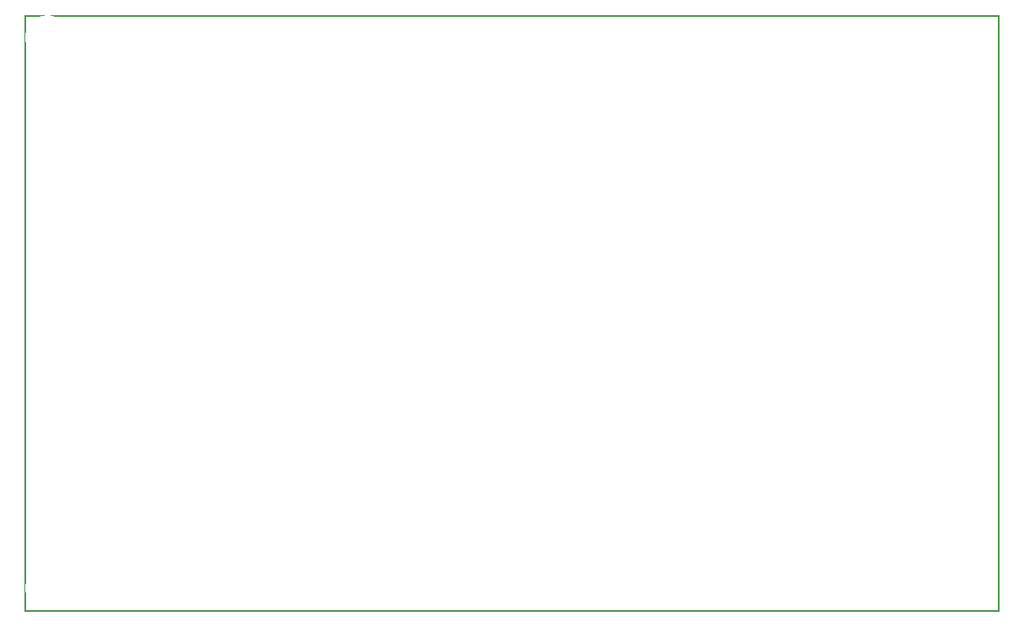
<source format=gbo>
G04 MADE WITH FRITZING*
G04 WWW.FRITZING.ORG*
G04 DOUBLE SIDED*
G04 HOLES PLATED*
G04 CONTOUR ON CENTER OF CONTOUR VECTOR*
%ASAXBY*%
%FSLAX23Y23*%
%MOIN*%
%OFA0B0*%
%SFA1.0B1.0*%
%ADD10R,0.001000X0.001000*%
%LNSILK0*%
G90*
G70*
G54D10*
X0Y2362D02*
X3857Y2362D01*
X0Y2361D02*
X3857Y2361D01*
X0Y2360D02*
X79Y2360D01*
X102Y2360D02*
X3857Y2360D01*
X0Y2359D02*
X73Y2359D01*
X108Y2359D02*
X3857Y2359D01*
X0Y2358D02*
X69Y2358D01*
X111Y2358D02*
X3857Y2358D01*
X0Y2357D02*
X66Y2357D01*
X115Y2357D02*
X3857Y2357D01*
X0Y2356D02*
X63Y2356D01*
X118Y2356D02*
X3857Y2356D01*
X0Y2355D02*
X60Y2355D01*
X121Y2355D02*
X3857Y2355D01*
X0Y2354D02*
X7Y2354D01*
X3850Y2354D02*
X3857Y2354D01*
X0Y2353D02*
X7Y2353D01*
X3850Y2353D02*
X3857Y2353D01*
X0Y2352D02*
X7Y2352D01*
X3850Y2352D02*
X3857Y2352D01*
X0Y2351D02*
X7Y2351D01*
X3850Y2351D02*
X3857Y2351D01*
X0Y2350D02*
X7Y2350D01*
X3850Y2350D02*
X3857Y2350D01*
X0Y2349D02*
X7Y2349D01*
X3850Y2349D02*
X3857Y2349D01*
X0Y2348D02*
X7Y2348D01*
X3850Y2348D02*
X3857Y2348D01*
X0Y2347D02*
X7Y2347D01*
X3850Y2347D02*
X3857Y2347D01*
X0Y2346D02*
X7Y2346D01*
X3850Y2346D02*
X3857Y2346D01*
X0Y2345D02*
X7Y2345D01*
X3850Y2345D02*
X3857Y2345D01*
X0Y2344D02*
X7Y2344D01*
X3850Y2344D02*
X3857Y2344D01*
X0Y2343D02*
X7Y2343D01*
X3850Y2343D02*
X3857Y2343D01*
X0Y2342D02*
X7Y2342D01*
X3850Y2342D02*
X3857Y2342D01*
X0Y2341D02*
X7Y2341D01*
X3850Y2341D02*
X3857Y2341D01*
X0Y2340D02*
X7Y2340D01*
X3850Y2340D02*
X3857Y2340D01*
X0Y2339D02*
X7Y2339D01*
X3850Y2339D02*
X3857Y2339D01*
X0Y2338D02*
X7Y2338D01*
X3850Y2338D02*
X3857Y2338D01*
X0Y2337D02*
X7Y2337D01*
X3850Y2337D02*
X3857Y2337D01*
X0Y2336D02*
X7Y2336D01*
X3850Y2336D02*
X3857Y2336D01*
X0Y2335D02*
X7Y2335D01*
X3850Y2335D02*
X3857Y2335D01*
X0Y2334D02*
X7Y2334D01*
X3850Y2334D02*
X3857Y2334D01*
X0Y2333D02*
X7Y2333D01*
X3850Y2333D02*
X3857Y2333D01*
X0Y2332D02*
X7Y2332D01*
X3850Y2332D02*
X3857Y2332D01*
X0Y2331D02*
X7Y2331D01*
X3850Y2331D02*
X3857Y2331D01*
X0Y2330D02*
X7Y2330D01*
X3850Y2330D02*
X3857Y2330D01*
X0Y2329D02*
X7Y2329D01*
X3850Y2329D02*
X3857Y2329D01*
X0Y2328D02*
X7Y2328D01*
X3850Y2328D02*
X3857Y2328D01*
X0Y2327D02*
X7Y2327D01*
X3850Y2327D02*
X3857Y2327D01*
X0Y2326D02*
X7Y2326D01*
X3850Y2326D02*
X3857Y2326D01*
X0Y2325D02*
X7Y2325D01*
X3850Y2325D02*
X3857Y2325D01*
X0Y2324D02*
X7Y2324D01*
X3850Y2324D02*
X3857Y2324D01*
X0Y2323D02*
X7Y2323D01*
X3850Y2323D02*
X3857Y2323D01*
X0Y2322D02*
X7Y2322D01*
X3850Y2322D02*
X3857Y2322D01*
X0Y2321D02*
X7Y2321D01*
X3850Y2321D02*
X3857Y2321D01*
X0Y2320D02*
X7Y2320D01*
X3850Y2320D02*
X3857Y2320D01*
X0Y2319D02*
X7Y2319D01*
X3850Y2319D02*
X3857Y2319D01*
X0Y2318D02*
X7Y2318D01*
X3850Y2318D02*
X3857Y2318D01*
X0Y2317D02*
X7Y2317D01*
X3850Y2317D02*
X3857Y2317D01*
X0Y2316D02*
X7Y2316D01*
X3850Y2316D02*
X3857Y2316D01*
X0Y2315D02*
X7Y2315D01*
X3850Y2315D02*
X3857Y2315D01*
X0Y2314D02*
X7Y2314D01*
X3850Y2314D02*
X3857Y2314D01*
X0Y2313D02*
X7Y2313D01*
X3850Y2313D02*
X3857Y2313D01*
X0Y2312D02*
X7Y2312D01*
X3850Y2312D02*
X3857Y2312D01*
X0Y2311D02*
X7Y2311D01*
X3850Y2311D02*
X3857Y2311D01*
X0Y2310D02*
X7Y2310D01*
X3850Y2310D02*
X3857Y2310D01*
X0Y2309D02*
X7Y2309D01*
X3850Y2309D02*
X3857Y2309D01*
X0Y2308D02*
X7Y2308D01*
X3850Y2308D02*
X3857Y2308D01*
X0Y2307D02*
X7Y2307D01*
X3850Y2307D02*
X3857Y2307D01*
X0Y2306D02*
X7Y2306D01*
X3850Y2306D02*
X3857Y2306D01*
X0Y2305D02*
X7Y2305D01*
X3850Y2305D02*
X3857Y2305D01*
X0Y2304D02*
X7Y2304D01*
X3850Y2304D02*
X3857Y2304D01*
X0Y2303D02*
X7Y2303D01*
X3850Y2303D02*
X3857Y2303D01*
X0Y2302D02*
X7Y2302D01*
X3850Y2302D02*
X3857Y2302D01*
X0Y2301D02*
X7Y2301D01*
X3850Y2301D02*
X3857Y2301D01*
X0Y2300D02*
X7Y2300D01*
X3850Y2300D02*
X3857Y2300D01*
X0Y2299D02*
X7Y2299D01*
X3850Y2299D02*
X3857Y2299D01*
X0Y2298D02*
X6Y2298D01*
X3850Y2298D02*
X3857Y2298D01*
X0Y2297D02*
X6Y2297D01*
X3850Y2297D02*
X3857Y2297D01*
X0Y2296D02*
X6Y2296D01*
X3850Y2296D02*
X3857Y2296D01*
X0Y2295D02*
X5Y2295D01*
X3850Y2295D02*
X3857Y2295D01*
X0Y2294D02*
X5Y2294D01*
X3850Y2294D02*
X3857Y2294D01*
X0Y2293D02*
X5Y2293D01*
X3850Y2293D02*
X3857Y2293D01*
X0Y2292D02*
X5Y2292D01*
X3850Y2292D02*
X3857Y2292D01*
X0Y2291D02*
X4Y2291D01*
X3850Y2291D02*
X3857Y2291D01*
X0Y2290D02*
X4Y2290D01*
X3850Y2290D02*
X3857Y2290D01*
X0Y2289D02*
X4Y2289D01*
X3850Y2289D02*
X3857Y2289D01*
X0Y2288D02*
X4Y2288D01*
X3850Y2288D02*
X3857Y2288D01*
X0Y2287D02*
X4Y2287D01*
X3850Y2287D02*
X3857Y2287D01*
X0Y2286D02*
X3Y2286D01*
X3850Y2286D02*
X3857Y2286D01*
X0Y2285D02*
X3Y2285D01*
X3850Y2285D02*
X3857Y2285D01*
X0Y2284D02*
X3Y2284D01*
X3850Y2284D02*
X3857Y2284D01*
X0Y2283D02*
X3Y2283D01*
X3850Y2283D02*
X3857Y2283D01*
X0Y2282D02*
X3Y2282D01*
X3850Y2282D02*
X3857Y2282D01*
X0Y2281D02*
X3Y2281D01*
X3850Y2281D02*
X3857Y2281D01*
X0Y2280D02*
X3Y2280D01*
X3850Y2280D02*
X3857Y2280D01*
X0Y2279D02*
X3Y2279D01*
X3850Y2279D02*
X3857Y2279D01*
X0Y2278D02*
X2Y2278D01*
X3850Y2278D02*
X3857Y2278D01*
X0Y2277D02*
X2Y2277D01*
X3850Y2277D02*
X3857Y2277D01*
X0Y2276D02*
X2Y2276D01*
X3850Y2276D02*
X3857Y2276D01*
X0Y2275D02*
X2Y2275D01*
X3850Y2275D02*
X3857Y2275D01*
X0Y2274D02*
X2Y2274D01*
X3850Y2274D02*
X3857Y2274D01*
X0Y2273D02*
X2Y2273D01*
X3850Y2273D02*
X3857Y2273D01*
X0Y2272D02*
X2Y2272D01*
X3851Y2272D02*
X3857Y2272D01*
X0Y2271D02*
X2Y2271D01*
X3851Y2271D02*
X3857Y2271D01*
X0Y2270D02*
X2Y2270D01*
X3851Y2270D02*
X3857Y2270D01*
X0Y2269D02*
X2Y2269D01*
X3851Y2269D02*
X3857Y2269D01*
X0Y2268D02*
X2Y2268D01*
X3851Y2268D02*
X3857Y2268D01*
X0Y2267D02*
X3Y2267D01*
X3851Y2267D02*
X3857Y2267D01*
X0Y2266D02*
X3Y2266D01*
X3851Y2266D02*
X3857Y2266D01*
X0Y2265D02*
X3Y2265D01*
X3851Y2265D02*
X3857Y2265D01*
X0Y2264D02*
X3Y2264D01*
X3851Y2264D02*
X3857Y2264D01*
X0Y2263D02*
X3Y2263D01*
X3851Y2263D02*
X3857Y2263D01*
X0Y2262D02*
X3Y2262D01*
X3851Y2262D02*
X3857Y2262D01*
X0Y2261D02*
X3Y2261D01*
X3851Y2261D02*
X3857Y2261D01*
X0Y2260D02*
X3Y2260D01*
X3851Y2260D02*
X3857Y2260D01*
X0Y2259D02*
X4Y2259D01*
X3851Y2259D02*
X3857Y2259D01*
X0Y2258D02*
X4Y2258D01*
X3851Y2258D02*
X3857Y2258D01*
X0Y2257D02*
X4Y2257D01*
X3851Y2257D02*
X3857Y2257D01*
X0Y2256D02*
X4Y2256D01*
X3851Y2256D02*
X3857Y2256D01*
X0Y2255D02*
X4Y2255D01*
X3851Y2255D02*
X3857Y2255D01*
X0Y2254D02*
X5Y2254D01*
X3851Y2254D02*
X3857Y2254D01*
X0Y2253D02*
X5Y2253D01*
X3851Y2253D02*
X3857Y2253D01*
X0Y2252D02*
X5Y2252D01*
X3851Y2252D02*
X3857Y2252D01*
X0Y2251D02*
X6Y2251D01*
X3851Y2251D02*
X3857Y2251D01*
X0Y2250D02*
X6Y2250D01*
X3851Y2250D02*
X3857Y2250D01*
X0Y2249D02*
X6Y2249D01*
X3850Y2249D02*
X3857Y2249D01*
X0Y2248D02*
X6Y2248D01*
X3850Y2248D02*
X3857Y2248D01*
X0Y2247D02*
X7Y2247D01*
X3850Y2247D02*
X3857Y2247D01*
X0Y2246D02*
X7Y2246D01*
X3850Y2246D02*
X3857Y2246D01*
X0Y2245D02*
X7Y2245D01*
X3850Y2245D02*
X3857Y2245D01*
X0Y2244D02*
X7Y2244D01*
X3850Y2244D02*
X3857Y2244D01*
X0Y2243D02*
X7Y2243D01*
X3850Y2243D02*
X3857Y2243D01*
X0Y2242D02*
X7Y2242D01*
X3850Y2242D02*
X3857Y2242D01*
X0Y2241D02*
X7Y2241D01*
X3850Y2241D02*
X3857Y2241D01*
X0Y2240D02*
X7Y2240D01*
X3850Y2240D02*
X3857Y2240D01*
X0Y2239D02*
X7Y2239D01*
X3850Y2239D02*
X3857Y2239D01*
X0Y2238D02*
X7Y2238D01*
X3850Y2238D02*
X3857Y2238D01*
X0Y2237D02*
X7Y2237D01*
X3850Y2237D02*
X3857Y2237D01*
X0Y2236D02*
X7Y2236D01*
X3850Y2236D02*
X3857Y2236D01*
X0Y2235D02*
X7Y2235D01*
X3850Y2235D02*
X3857Y2235D01*
X0Y2234D02*
X7Y2234D01*
X3850Y2234D02*
X3857Y2234D01*
X0Y2233D02*
X7Y2233D01*
X3850Y2233D02*
X3857Y2233D01*
X0Y2232D02*
X7Y2232D01*
X3850Y2232D02*
X3857Y2232D01*
X0Y2231D02*
X7Y2231D01*
X3850Y2231D02*
X3857Y2231D01*
X0Y2230D02*
X7Y2230D01*
X3850Y2230D02*
X3857Y2230D01*
X0Y2229D02*
X7Y2229D01*
X3850Y2229D02*
X3857Y2229D01*
X0Y2228D02*
X7Y2228D01*
X3850Y2228D02*
X3857Y2228D01*
X0Y2227D02*
X7Y2227D01*
X3850Y2227D02*
X3857Y2227D01*
X0Y2226D02*
X7Y2226D01*
X3850Y2226D02*
X3857Y2226D01*
X0Y2225D02*
X7Y2225D01*
X3850Y2225D02*
X3857Y2225D01*
X0Y2224D02*
X7Y2224D01*
X3850Y2224D02*
X3857Y2224D01*
X0Y2223D02*
X7Y2223D01*
X3850Y2223D02*
X3857Y2223D01*
X0Y2222D02*
X7Y2222D01*
X3850Y2222D02*
X3857Y2222D01*
X0Y2221D02*
X7Y2221D01*
X3850Y2221D02*
X3857Y2221D01*
X0Y2220D02*
X7Y2220D01*
X3850Y2220D02*
X3857Y2220D01*
X0Y2219D02*
X7Y2219D01*
X3850Y2219D02*
X3857Y2219D01*
X0Y2218D02*
X7Y2218D01*
X3850Y2218D02*
X3857Y2218D01*
X0Y2217D02*
X7Y2217D01*
X3850Y2217D02*
X3857Y2217D01*
X0Y2216D02*
X7Y2216D01*
X3850Y2216D02*
X3857Y2216D01*
X0Y2215D02*
X7Y2215D01*
X3850Y2215D02*
X3857Y2215D01*
X0Y2214D02*
X7Y2214D01*
X3850Y2214D02*
X3857Y2214D01*
X0Y2213D02*
X7Y2213D01*
X3850Y2213D02*
X3857Y2213D01*
X0Y2212D02*
X7Y2212D01*
X3850Y2212D02*
X3857Y2212D01*
X0Y2211D02*
X7Y2211D01*
X3850Y2211D02*
X3857Y2211D01*
X0Y2210D02*
X7Y2210D01*
X3850Y2210D02*
X3857Y2210D01*
X0Y2209D02*
X7Y2209D01*
X3850Y2209D02*
X3857Y2209D01*
X0Y2208D02*
X7Y2208D01*
X3850Y2208D02*
X3857Y2208D01*
X0Y2207D02*
X7Y2207D01*
X3850Y2207D02*
X3857Y2207D01*
X0Y2206D02*
X7Y2206D01*
X3850Y2206D02*
X3857Y2206D01*
X0Y2205D02*
X7Y2205D01*
X3850Y2205D02*
X3857Y2205D01*
X0Y2204D02*
X7Y2204D01*
X3850Y2204D02*
X3857Y2204D01*
X0Y2203D02*
X7Y2203D01*
X3850Y2203D02*
X3857Y2203D01*
X0Y2202D02*
X7Y2202D01*
X3850Y2202D02*
X3857Y2202D01*
X0Y2201D02*
X7Y2201D01*
X3850Y2201D02*
X3857Y2201D01*
X0Y2200D02*
X7Y2200D01*
X3850Y2200D02*
X3857Y2200D01*
X0Y2199D02*
X7Y2199D01*
X3850Y2199D02*
X3857Y2199D01*
X0Y2198D02*
X7Y2198D01*
X3850Y2198D02*
X3857Y2198D01*
X0Y2197D02*
X7Y2197D01*
X3850Y2197D02*
X3857Y2197D01*
X0Y2196D02*
X7Y2196D01*
X3850Y2196D02*
X3857Y2196D01*
X0Y2195D02*
X7Y2195D01*
X3850Y2195D02*
X3857Y2195D01*
X0Y2194D02*
X7Y2194D01*
X3850Y2194D02*
X3857Y2194D01*
X0Y2193D02*
X7Y2193D01*
X3850Y2193D02*
X3857Y2193D01*
X0Y2192D02*
X7Y2192D01*
X3850Y2192D02*
X3857Y2192D01*
X0Y2191D02*
X7Y2191D01*
X3850Y2191D02*
X3857Y2191D01*
X0Y2190D02*
X7Y2190D01*
X3850Y2190D02*
X3857Y2190D01*
X0Y2189D02*
X7Y2189D01*
X3850Y2189D02*
X3857Y2189D01*
X0Y2188D02*
X7Y2188D01*
X3850Y2188D02*
X3857Y2188D01*
X0Y2187D02*
X7Y2187D01*
X3850Y2187D02*
X3857Y2187D01*
X0Y2186D02*
X7Y2186D01*
X3850Y2186D02*
X3857Y2186D01*
X0Y2185D02*
X7Y2185D01*
X3850Y2185D02*
X3857Y2185D01*
X0Y2184D02*
X7Y2184D01*
X3850Y2184D02*
X3857Y2184D01*
X0Y2183D02*
X7Y2183D01*
X3850Y2183D02*
X3857Y2183D01*
X0Y2182D02*
X7Y2182D01*
X3850Y2182D02*
X3857Y2182D01*
X0Y2181D02*
X7Y2181D01*
X3850Y2181D02*
X3857Y2181D01*
X0Y2180D02*
X7Y2180D01*
X3850Y2180D02*
X3857Y2180D01*
X0Y2179D02*
X7Y2179D01*
X3850Y2179D02*
X3857Y2179D01*
X0Y2178D02*
X7Y2178D01*
X3850Y2178D02*
X3857Y2178D01*
X0Y2177D02*
X7Y2177D01*
X3850Y2177D02*
X3857Y2177D01*
X0Y2176D02*
X7Y2176D01*
X3850Y2176D02*
X3857Y2176D01*
X0Y2175D02*
X7Y2175D01*
X3850Y2175D02*
X3857Y2175D01*
X0Y2174D02*
X7Y2174D01*
X3850Y2174D02*
X3857Y2174D01*
X0Y2173D02*
X7Y2173D01*
X3850Y2173D02*
X3857Y2173D01*
X0Y2172D02*
X7Y2172D01*
X3850Y2172D02*
X3857Y2172D01*
X0Y2171D02*
X7Y2171D01*
X3850Y2171D02*
X3857Y2171D01*
X0Y2170D02*
X7Y2170D01*
X3850Y2170D02*
X3857Y2170D01*
X0Y2169D02*
X7Y2169D01*
X3850Y2169D02*
X3857Y2169D01*
X0Y2168D02*
X7Y2168D01*
X3850Y2168D02*
X3857Y2168D01*
X0Y2167D02*
X7Y2167D01*
X3850Y2167D02*
X3857Y2167D01*
X0Y2166D02*
X7Y2166D01*
X3850Y2166D02*
X3857Y2166D01*
X0Y2165D02*
X7Y2165D01*
X3850Y2165D02*
X3857Y2165D01*
X0Y2164D02*
X7Y2164D01*
X3850Y2164D02*
X3857Y2164D01*
X0Y2163D02*
X7Y2163D01*
X3850Y2163D02*
X3857Y2163D01*
X0Y2162D02*
X7Y2162D01*
X3850Y2162D02*
X3857Y2162D01*
X0Y2161D02*
X7Y2161D01*
X3850Y2161D02*
X3857Y2161D01*
X0Y2160D02*
X7Y2160D01*
X3850Y2160D02*
X3857Y2160D01*
X0Y2159D02*
X7Y2159D01*
X3850Y2159D02*
X3857Y2159D01*
X0Y2158D02*
X7Y2158D01*
X3850Y2158D02*
X3857Y2158D01*
X0Y2157D02*
X7Y2157D01*
X3850Y2157D02*
X3857Y2157D01*
X0Y2156D02*
X7Y2156D01*
X3850Y2156D02*
X3857Y2156D01*
X0Y2155D02*
X7Y2155D01*
X3850Y2155D02*
X3857Y2155D01*
X0Y2154D02*
X7Y2154D01*
X3850Y2154D02*
X3857Y2154D01*
X0Y2153D02*
X7Y2153D01*
X3850Y2153D02*
X3857Y2153D01*
X0Y2152D02*
X7Y2152D01*
X3850Y2152D02*
X3857Y2152D01*
X0Y2151D02*
X7Y2151D01*
X3850Y2151D02*
X3857Y2151D01*
X0Y2150D02*
X7Y2150D01*
X3850Y2150D02*
X3857Y2150D01*
X0Y2149D02*
X7Y2149D01*
X3850Y2149D02*
X3857Y2149D01*
X0Y2148D02*
X7Y2148D01*
X3850Y2148D02*
X3857Y2148D01*
X0Y2147D02*
X7Y2147D01*
X3850Y2147D02*
X3857Y2147D01*
X0Y2146D02*
X7Y2146D01*
X3850Y2146D02*
X3857Y2146D01*
X0Y2145D02*
X7Y2145D01*
X3850Y2145D02*
X3857Y2145D01*
X0Y2144D02*
X7Y2144D01*
X3850Y2144D02*
X3857Y2144D01*
X0Y2143D02*
X7Y2143D01*
X3850Y2143D02*
X3857Y2143D01*
X0Y2142D02*
X7Y2142D01*
X3850Y2142D02*
X3857Y2142D01*
X0Y2141D02*
X7Y2141D01*
X3850Y2141D02*
X3857Y2141D01*
X0Y2140D02*
X7Y2140D01*
X3850Y2140D02*
X3857Y2140D01*
X0Y2139D02*
X7Y2139D01*
X3850Y2139D02*
X3857Y2139D01*
X0Y2138D02*
X7Y2138D01*
X3850Y2138D02*
X3857Y2138D01*
X0Y2137D02*
X7Y2137D01*
X3850Y2137D02*
X3857Y2137D01*
X0Y2136D02*
X7Y2136D01*
X3850Y2136D02*
X3857Y2136D01*
X0Y2135D02*
X7Y2135D01*
X3850Y2135D02*
X3857Y2135D01*
X0Y2134D02*
X7Y2134D01*
X3850Y2134D02*
X3857Y2134D01*
X0Y2133D02*
X7Y2133D01*
X3850Y2133D02*
X3857Y2133D01*
X0Y2132D02*
X7Y2132D01*
X3850Y2132D02*
X3857Y2132D01*
X0Y2131D02*
X7Y2131D01*
X3850Y2131D02*
X3857Y2131D01*
X0Y2130D02*
X7Y2130D01*
X3850Y2130D02*
X3857Y2130D01*
X0Y2129D02*
X7Y2129D01*
X3850Y2129D02*
X3857Y2129D01*
X0Y2128D02*
X7Y2128D01*
X3850Y2128D02*
X3857Y2128D01*
X0Y2127D02*
X7Y2127D01*
X3850Y2127D02*
X3857Y2127D01*
X0Y2126D02*
X7Y2126D01*
X3850Y2126D02*
X3857Y2126D01*
X0Y2125D02*
X7Y2125D01*
X3850Y2125D02*
X3857Y2125D01*
X0Y2124D02*
X7Y2124D01*
X3850Y2124D02*
X3857Y2124D01*
X0Y2123D02*
X7Y2123D01*
X3850Y2123D02*
X3857Y2123D01*
X0Y2122D02*
X7Y2122D01*
X3850Y2122D02*
X3857Y2122D01*
X0Y2121D02*
X7Y2121D01*
X3850Y2121D02*
X3857Y2121D01*
X0Y2120D02*
X7Y2120D01*
X3850Y2120D02*
X3857Y2120D01*
X0Y2119D02*
X7Y2119D01*
X3850Y2119D02*
X3857Y2119D01*
X0Y2118D02*
X7Y2118D01*
X3850Y2118D02*
X3857Y2118D01*
X0Y2117D02*
X7Y2117D01*
X3850Y2117D02*
X3857Y2117D01*
X0Y2116D02*
X7Y2116D01*
X3850Y2116D02*
X3857Y2116D01*
X0Y2115D02*
X7Y2115D01*
X3850Y2115D02*
X3857Y2115D01*
X0Y2114D02*
X7Y2114D01*
X3850Y2114D02*
X3857Y2114D01*
X0Y2113D02*
X7Y2113D01*
X3850Y2113D02*
X3857Y2113D01*
X0Y2112D02*
X7Y2112D01*
X3850Y2112D02*
X3857Y2112D01*
X0Y2111D02*
X7Y2111D01*
X3850Y2111D02*
X3857Y2111D01*
X0Y2110D02*
X7Y2110D01*
X3850Y2110D02*
X3857Y2110D01*
X0Y2109D02*
X7Y2109D01*
X3850Y2109D02*
X3857Y2109D01*
X0Y2108D02*
X7Y2108D01*
X3850Y2108D02*
X3857Y2108D01*
X0Y2107D02*
X7Y2107D01*
X3850Y2107D02*
X3857Y2107D01*
X0Y2106D02*
X7Y2106D01*
X3850Y2106D02*
X3857Y2106D01*
X0Y2105D02*
X7Y2105D01*
X3850Y2105D02*
X3857Y2105D01*
X0Y2104D02*
X7Y2104D01*
X3850Y2104D02*
X3857Y2104D01*
X0Y2103D02*
X7Y2103D01*
X3850Y2103D02*
X3857Y2103D01*
X0Y2102D02*
X7Y2102D01*
X3850Y2102D02*
X3857Y2102D01*
X0Y2101D02*
X7Y2101D01*
X3850Y2101D02*
X3857Y2101D01*
X0Y2100D02*
X7Y2100D01*
X3850Y2100D02*
X3857Y2100D01*
X0Y2099D02*
X7Y2099D01*
X3850Y2099D02*
X3857Y2099D01*
X0Y2098D02*
X7Y2098D01*
X3850Y2098D02*
X3857Y2098D01*
X0Y2097D02*
X7Y2097D01*
X3850Y2097D02*
X3857Y2097D01*
X0Y2096D02*
X7Y2096D01*
X3850Y2096D02*
X3857Y2096D01*
X0Y2095D02*
X7Y2095D01*
X3850Y2095D02*
X3857Y2095D01*
X0Y2094D02*
X7Y2094D01*
X3850Y2094D02*
X3857Y2094D01*
X0Y2093D02*
X7Y2093D01*
X3850Y2093D02*
X3857Y2093D01*
X0Y2092D02*
X7Y2092D01*
X3850Y2092D02*
X3857Y2092D01*
X0Y2091D02*
X7Y2091D01*
X3850Y2091D02*
X3857Y2091D01*
X0Y2090D02*
X7Y2090D01*
X3850Y2090D02*
X3857Y2090D01*
X0Y2089D02*
X7Y2089D01*
X3850Y2089D02*
X3857Y2089D01*
X0Y2088D02*
X7Y2088D01*
X3850Y2088D02*
X3857Y2088D01*
X0Y2087D02*
X7Y2087D01*
X3850Y2087D02*
X3857Y2087D01*
X0Y2086D02*
X7Y2086D01*
X3850Y2086D02*
X3857Y2086D01*
X0Y2085D02*
X7Y2085D01*
X3850Y2085D02*
X3857Y2085D01*
X0Y2084D02*
X7Y2084D01*
X3850Y2084D02*
X3857Y2084D01*
X0Y2083D02*
X7Y2083D01*
X3850Y2083D02*
X3857Y2083D01*
X0Y2082D02*
X7Y2082D01*
X3850Y2082D02*
X3857Y2082D01*
X0Y2081D02*
X7Y2081D01*
X3850Y2081D02*
X3857Y2081D01*
X0Y2080D02*
X7Y2080D01*
X3850Y2080D02*
X3857Y2080D01*
X0Y2079D02*
X7Y2079D01*
X3850Y2079D02*
X3857Y2079D01*
X0Y2078D02*
X7Y2078D01*
X3850Y2078D02*
X3857Y2078D01*
X0Y2077D02*
X7Y2077D01*
X3850Y2077D02*
X3857Y2077D01*
X0Y2076D02*
X7Y2076D01*
X3850Y2076D02*
X3857Y2076D01*
X0Y2075D02*
X7Y2075D01*
X3850Y2075D02*
X3857Y2075D01*
X0Y2074D02*
X7Y2074D01*
X3850Y2074D02*
X3857Y2074D01*
X0Y2073D02*
X7Y2073D01*
X3850Y2073D02*
X3857Y2073D01*
X0Y2072D02*
X7Y2072D01*
X3850Y2072D02*
X3857Y2072D01*
X0Y2071D02*
X7Y2071D01*
X3850Y2071D02*
X3857Y2071D01*
X0Y2070D02*
X7Y2070D01*
X3850Y2070D02*
X3857Y2070D01*
X0Y2069D02*
X7Y2069D01*
X3850Y2069D02*
X3857Y2069D01*
X0Y2068D02*
X7Y2068D01*
X3850Y2068D02*
X3857Y2068D01*
X0Y2067D02*
X7Y2067D01*
X3850Y2067D02*
X3857Y2067D01*
X0Y2066D02*
X7Y2066D01*
X3850Y2066D02*
X3857Y2066D01*
X0Y2065D02*
X7Y2065D01*
X3850Y2065D02*
X3857Y2065D01*
X0Y2064D02*
X7Y2064D01*
X3850Y2064D02*
X3857Y2064D01*
X0Y2063D02*
X7Y2063D01*
X3850Y2063D02*
X3857Y2063D01*
X0Y2062D02*
X7Y2062D01*
X3850Y2062D02*
X3857Y2062D01*
X0Y2061D02*
X7Y2061D01*
X3850Y2061D02*
X3857Y2061D01*
X0Y2060D02*
X7Y2060D01*
X3850Y2060D02*
X3857Y2060D01*
X0Y2059D02*
X7Y2059D01*
X3850Y2059D02*
X3857Y2059D01*
X0Y2058D02*
X7Y2058D01*
X3850Y2058D02*
X3857Y2058D01*
X0Y2057D02*
X7Y2057D01*
X3850Y2057D02*
X3857Y2057D01*
X0Y2056D02*
X7Y2056D01*
X3850Y2056D02*
X3857Y2056D01*
X0Y2055D02*
X7Y2055D01*
X3850Y2055D02*
X3857Y2055D01*
X0Y2054D02*
X7Y2054D01*
X3850Y2054D02*
X3857Y2054D01*
X0Y2053D02*
X7Y2053D01*
X3850Y2053D02*
X3857Y2053D01*
X0Y2052D02*
X7Y2052D01*
X3850Y2052D02*
X3857Y2052D01*
X0Y2051D02*
X7Y2051D01*
X3850Y2051D02*
X3857Y2051D01*
X0Y2050D02*
X7Y2050D01*
X3850Y2050D02*
X3857Y2050D01*
X0Y2049D02*
X7Y2049D01*
X3850Y2049D02*
X3857Y2049D01*
X0Y2048D02*
X7Y2048D01*
X3850Y2048D02*
X3857Y2048D01*
X0Y2047D02*
X7Y2047D01*
X3850Y2047D02*
X3857Y2047D01*
X0Y2046D02*
X7Y2046D01*
X3850Y2046D02*
X3857Y2046D01*
X0Y2045D02*
X7Y2045D01*
X3850Y2045D02*
X3857Y2045D01*
X0Y2044D02*
X7Y2044D01*
X3850Y2044D02*
X3857Y2044D01*
X0Y2043D02*
X7Y2043D01*
X3850Y2043D02*
X3857Y2043D01*
X0Y2042D02*
X7Y2042D01*
X3850Y2042D02*
X3857Y2042D01*
X0Y2041D02*
X7Y2041D01*
X3850Y2041D02*
X3857Y2041D01*
X0Y2040D02*
X7Y2040D01*
X3850Y2040D02*
X3857Y2040D01*
X0Y2039D02*
X7Y2039D01*
X3850Y2039D02*
X3857Y2039D01*
X0Y2038D02*
X7Y2038D01*
X3850Y2038D02*
X3857Y2038D01*
X0Y2037D02*
X7Y2037D01*
X3850Y2037D02*
X3857Y2037D01*
X0Y2036D02*
X7Y2036D01*
X3850Y2036D02*
X3857Y2036D01*
X0Y2035D02*
X7Y2035D01*
X3850Y2035D02*
X3857Y2035D01*
X0Y2034D02*
X7Y2034D01*
X3850Y2034D02*
X3857Y2034D01*
X0Y2033D02*
X7Y2033D01*
X3850Y2033D02*
X3857Y2033D01*
X0Y2032D02*
X7Y2032D01*
X3850Y2032D02*
X3857Y2032D01*
X0Y2031D02*
X7Y2031D01*
X3850Y2031D02*
X3857Y2031D01*
X0Y2030D02*
X7Y2030D01*
X3850Y2030D02*
X3857Y2030D01*
X0Y2029D02*
X7Y2029D01*
X3850Y2029D02*
X3857Y2029D01*
X0Y2028D02*
X7Y2028D01*
X3850Y2028D02*
X3857Y2028D01*
X0Y2027D02*
X7Y2027D01*
X3850Y2027D02*
X3857Y2027D01*
X0Y2026D02*
X7Y2026D01*
X3850Y2026D02*
X3857Y2026D01*
X0Y2025D02*
X7Y2025D01*
X3850Y2025D02*
X3857Y2025D01*
X0Y2024D02*
X7Y2024D01*
X3850Y2024D02*
X3857Y2024D01*
X0Y2023D02*
X7Y2023D01*
X3850Y2023D02*
X3857Y2023D01*
X0Y2022D02*
X7Y2022D01*
X3850Y2022D02*
X3857Y2022D01*
X0Y2021D02*
X7Y2021D01*
X3850Y2021D02*
X3857Y2021D01*
X0Y2020D02*
X7Y2020D01*
X3850Y2020D02*
X3857Y2020D01*
X0Y2019D02*
X7Y2019D01*
X3850Y2019D02*
X3857Y2019D01*
X0Y2018D02*
X7Y2018D01*
X3850Y2018D02*
X3857Y2018D01*
X0Y2017D02*
X7Y2017D01*
X3850Y2017D02*
X3857Y2017D01*
X0Y2016D02*
X7Y2016D01*
X3850Y2016D02*
X3857Y2016D01*
X0Y2015D02*
X7Y2015D01*
X3850Y2015D02*
X3857Y2015D01*
X0Y2014D02*
X7Y2014D01*
X3850Y2014D02*
X3857Y2014D01*
X0Y2013D02*
X7Y2013D01*
X3850Y2013D02*
X3857Y2013D01*
X0Y2012D02*
X7Y2012D01*
X3850Y2012D02*
X3857Y2012D01*
X0Y2011D02*
X7Y2011D01*
X3850Y2011D02*
X3857Y2011D01*
X0Y2010D02*
X7Y2010D01*
X3850Y2010D02*
X3857Y2010D01*
X0Y2009D02*
X7Y2009D01*
X3850Y2009D02*
X3857Y2009D01*
X0Y2008D02*
X7Y2008D01*
X3850Y2008D02*
X3857Y2008D01*
X0Y2007D02*
X7Y2007D01*
X3850Y2007D02*
X3857Y2007D01*
X0Y2006D02*
X7Y2006D01*
X3850Y2006D02*
X3857Y2006D01*
X0Y2005D02*
X7Y2005D01*
X3850Y2005D02*
X3857Y2005D01*
X0Y2004D02*
X7Y2004D01*
X3850Y2004D02*
X3857Y2004D01*
X0Y2003D02*
X7Y2003D01*
X3850Y2003D02*
X3857Y2003D01*
X0Y2002D02*
X7Y2002D01*
X3850Y2002D02*
X3857Y2002D01*
X0Y2001D02*
X7Y2001D01*
X3850Y2001D02*
X3857Y2001D01*
X0Y2000D02*
X7Y2000D01*
X3850Y2000D02*
X3857Y2000D01*
X0Y1999D02*
X7Y1999D01*
X3850Y1999D02*
X3857Y1999D01*
X0Y1998D02*
X7Y1998D01*
X3850Y1998D02*
X3857Y1998D01*
X0Y1997D02*
X7Y1997D01*
X3850Y1997D02*
X3857Y1997D01*
X0Y1996D02*
X7Y1996D01*
X3850Y1996D02*
X3857Y1996D01*
X0Y1995D02*
X7Y1995D01*
X3850Y1995D02*
X3857Y1995D01*
X0Y1994D02*
X7Y1994D01*
X3850Y1994D02*
X3857Y1994D01*
X0Y1993D02*
X7Y1993D01*
X3850Y1993D02*
X3857Y1993D01*
X0Y1992D02*
X7Y1992D01*
X3850Y1992D02*
X3857Y1992D01*
X0Y1991D02*
X7Y1991D01*
X3850Y1991D02*
X3857Y1991D01*
X0Y1990D02*
X7Y1990D01*
X3850Y1990D02*
X3857Y1990D01*
X0Y1989D02*
X7Y1989D01*
X3850Y1989D02*
X3857Y1989D01*
X0Y1988D02*
X7Y1988D01*
X3850Y1988D02*
X3857Y1988D01*
X0Y1987D02*
X7Y1987D01*
X3850Y1987D02*
X3857Y1987D01*
X0Y1986D02*
X7Y1986D01*
X3850Y1986D02*
X3857Y1986D01*
X0Y1985D02*
X7Y1985D01*
X3850Y1985D02*
X3857Y1985D01*
X0Y1984D02*
X7Y1984D01*
X3850Y1984D02*
X3857Y1984D01*
X0Y1983D02*
X7Y1983D01*
X3850Y1983D02*
X3857Y1983D01*
X0Y1982D02*
X7Y1982D01*
X3850Y1982D02*
X3857Y1982D01*
X0Y1981D02*
X7Y1981D01*
X3850Y1981D02*
X3857Y1981D01*
X0Y1980D02*
X7Y1980D01*
X3850Y1980D02*
X3857Y1980D01*
X0Y1979D02*
X7Y1979D01*
X3850Y1979D02*
X3857Y1979D01*
X0Y1978D02*
X7Y1978D01*
X3850Y1978D02*
X3857Y1978D01*
X0Y1977D02*
X7Y1977D01*
X3850Y1977D02*
X3857Y1977D01*
X0Y1976D02*
X7Y1976D01*
X3850Y1976D02*
X3857Y1976D01*
X0Y1975D02*
X7Y1975D01*
X3850Y1975D02*
X3857Y1975D01*
X0Y1974D02*
X7Y1974D01*
X3850Y1974D02*
X3857Y1974D01*
X0Y1973D02*
X7Y1973D01*
X3850Y1973D02*
X3857Y1973D01*
X0Y1972D02*
X7Y1972D01*
X3850Y1972D02*
X3857Y1972D01*
X0Y1971D02*
X7Y1971D01*
X3850Y1971D02*
X3857Y1971D01*
X0Y1970D02*
X7Y1970D01*
X3850Y1970D02*
X3857Y1970D01*
X0Y1969D02*
X7Y1969D01*
X3850Y1969D02*
X3857Y1969D01*
X0Y1968D02*
X7Y1968D01*
X3850Y1968D02*
X3857Y1968D01*
X0Y1967D02*
X7Y1967D01*
X3850Y1967D02*
X3857Y1967D01*
X0Y1966D02*
X7Y1966D01*
X3850Y1966D02*
X3857Y1966D01*
X0Y1965D02*
X7Y1965D01*
X3850Y1965D02*
X3857Y1965D01*
X0Y1964D02*
X7Y1964D01*
X3850Y1964D02*
X3857Y1964D01*
X0Y1963D02*
X7Y1963D01*
X3850Y1963D02*
X3857Y1963D01*
X0Y1962D02*
X7Y1962D01*
X3850Y1962D02*
X3857Y1962D01*
X0Y1961D02*
X7Y1961D01*
X3850Y1961D02*
X3857Y1961D01*
X0Y1960D02*
X7Y1960D01*
X3850Y1960D02*
X3857Y1960D01*
X0Y1959D02*
X7Y1959D01*
X3850Y1959D02*
X3857Y1959D01*
X0Y1958D02*
X7Y1958D01*
X3850Y1958D02*
X3857Y1958D01*
X0Y1957D02*
X7Y1957D01*
X3850Y1957D02*
X3857Y1957D01*
X0Y1956D02*
X7Y1956D01*
X3850Y1956D02*
X3857Y1956D01*
X0Y1955D02*
X7Y1955D01*
X3850Y1955D02*
X3857Y1955D01*
X0Y1954D02*
X7Y1954D01*
X3850Y1954D02*
X3857Y1954D01*
X0Y1953D02*
X7Y1953D01*
X3850Y1953D02*
X3857Y1953D01*
X0Y1952D02*
X7Y1952D01*
X3850Y1952D02*
X3857Y1952D01*
X0Y1951D02*
X7Y1951D01*
X3850Y1951D02*
X3857Y1951D01*
X0Y1950D02*
X7Y1950D01*
X3850Y1950D02*
X3857Y1950D01*
X0Y1949D02*
X7Y1949D01*
X3850Y1949D02*
X3857Y1949D01*
X0Y1948D02*
X7Y1948D01*
X3850Y1948D02*
X3857Y1948D01*
X0Y1947D02*
X7Y1947D01*
X3850Y1947D02*
X3857Y1947D01*
X0Y1946D02*
X7Y1946D01*
X3850Y1946D02*
X3857Y1946D01*
X0Y1945D02*
X7Y1945D01*
X3850Y1945D02*
X3857Y1945D01*
X0Y1944D02*
X7Y1944D01*
X3850Y1944D02*
X3857Y1944D01*
X0Y1943D02*
X7Y1943D01*
X3850Y1943D02*
X3857Y1943D01*
X0Y1942D02*
X7Y1942D01*
X3850Y1942D02*
X3857Y1942D01*
X0Y1941D02*
X7Y1941D01*
X3850Y1941D02*
X3857Y1941D01*
X0Y1940D02*
X7Y1940D01*
X3850Y1940D02*
X3857Y1940D01*
X0Y1939D02*
X7Y1939D01*
X3850Y1939D02*
X3857Y1939D01*
X0Y1938D02*
X7Y1938D01*
X3850Y1938D02*
X3857Y1938D01*
X0Y1937D02*
X7Y1937D01*
X3850Y1937D02*
X3857Y1937D01*
X0Y1936D02*
X7Y1936D01*
X3850Y1936D02*
X3857Y1936D01*
X0Y1935D02*
X7Y1935D01*
X3850Y1935D02*
X3857Y1935D01*
X0Y1934D02*
X7Y1934D01*
X3850Y1934D02*
X3857Y1934D01*
X0Y1933D02*
X7Y1933D01*
X3850Y1933D02*
X3857Y1933D01*
X0Y1932D02*
X7Y1932D01*
X3850Y1932D02*
X3857Y1932D01*
X0Y1931D02*
X7Y1931D01*
X3850Y1931D02*
X3857Y1931D01*
X0Y1930D02*
X7Y1930D01*
X3850Y1930D02*
X3857Y1930D01*
X0Y1929D02*
X7Y1929D01*
X3850Y1929D02*
X3857Y1929D01*
X0Y1928D02*
X7Y1928D01*
X3850Y1928D02*
X3857Y1928D01*
X0Y1927D02*
X7Y1927D01*
X3850Y1927D02*
X3857Y1927D01*
X0Y1926D02*
X7Y1926D01*
X3850Y1926D02*
X3857Y1926D01*
X0Y1925D02*
X7Y1925D01*
X3850Y1925D02*
X3857Y1925D01*
X0Y1924D02*
X7Y1924D01*
X3850Y1924D02*
X3857Y1924D01*
X0Y1923D02*
X7Y1923D01*
X3850Y1923D02*
X3857Y1923D01*
X0Y1922D02*
X7Y1922D01*
X3850Y1922D02*
X3857Y1922D01*
X0Y1921D02*
X7Y1921D01*
X3850Y1921D02*
X3857Y1921D01*
X0Y1920D02*
X7Y1920D01*
X3850Y1920D02*
X3857Y1920D01*
X0Y1919D02*
X7Y1919D01*
X3850Y1919D02*
X3857Y1919D01*
X0Y1918D02*
X7Y1918D01*
X3850Y1918D02*
X3857Y1918D01*
X0Y1917D02*
X7Y1917D01*
X3850Y1917D02*
X3857Y1917D01*
X0Y1916D02*
X7Y1916D01*
X3850Y1916D02*
X3857Y1916D01*
X0Y1915D02*
X7Y1915D01*
X3850Y1915D02*
X3857Y1915D01*
X0Y1914D02*
X7Y1914D01*
X3850Y1914D02*
X3857Y1914D01*
X0Y1913D02*
X7Y1913D01*
X3850Y1913D02*
X3857Y1913D01*
X0Y1912D02*
X7Y1912D01*
X3850Y1912D02*
X3857Y1912D01*
X0Y1911D02*
X7Y1911D01*
X3850Y1911D02*
X3857Y1911D01*
X0Y1910D02*
X7Y1910D01*
X3850Y1910D02*
X3857Y1910D01*
X0Y1909D02*
X7Y1909D01*
X3850Y1909D02*
X3857Y1909D01*
X0Y1908D02*
X7Y1908D01*
X3850Y1908D02*
X3857Y1908D01*
X0Y1907D02*
X7Y1907D01*
X3850Y1907D02*
X3857Y1907D01*
X0Y1906D02*
X7Y1906D01*
X3850Y1906D02*
X3857Y1906D01*
X0Y1905D02*
X7Y1905D01*
X3850Y1905D02*
X3857Y1905D01*
X0Y1904D02*
X7Y1904D01*
X3850Y1904D02*
X3857Y1904D01*
X0Y1903D02*
X7Y1903D01*
X3850Y1903D02*
X3857Y1903D01*
X0Y1902D02*
X7Y1902D01*
X3850Y1902D02*
X3857Y1902D01*
X0Y1901D02*
X7Y1901D01*
X3850Y1901D02*
X3857Y1901D01*
X0Y1900D02*
X7Y1900D01*
X3850Y1900D02*
X3857Y1900D01*
X0Y1899D02*
X7Y1899D01*
X3850Y1899D02*
X3857Y1899D01*
X0Y1898D02*
X7Y1898D01*
X3850Y1898D02*
X3857Y1898D01*
X0Y1897D02*
X7Y1897D01*
X3850Y1897D02*
X3857Y1897D01*
X0Y1896D02*
X7Y1896D01*
X3850Y1896D02*
X3857Y1896D01*
X0Y1895D02*
X7Y1895D01*
X3850Y1895D02*
X3857Y1895D01*
X0Y1894D02*
X7Y1894D01*
X3850Y1894D02*
X3857Y1894D01*
X0Y1893D02*
X7Y1893D01*
X3850Y1893D02*
X3857Y1893D01*
X0Y1892D02*
X7Y1892D01*
X3850Y1892D02*
X3857Y1892D01*
X0Y1891D02*
X7Y1891D01*
X3850Y1891D02*
X3857Y1891D01*
X0Y1890D02*
X7Y1890D01*
X3850Y1890D02*
X3857Y1890D01*
X0Y1889D02*
X7Y1889D01*
X3850Y1889D02*
X3857Y1889D01*
X0Y1888D02*
X7Y1888D01*
X3850Y1888D02*
X3857Y1888D01*
X0Y1887D02*
X7Y1887D01*
X3850Y1887D02*
X3857Y1887D01*
X0Y1886D02*
X7Y1886D01*
X3850Y1886D02*
X3857Y1886D01*
X0Y1885D02*
X7Y1885D01*
X3850Y1885D02*
X3857Y1885D01*
X0Y1884D02*
X7Y1884D01*
X3850Y1884D02*
X3857Y1884D01*
X0Y1883D02*
X7Y1883D01*
X3850Y1883D02*
X3857Y1883D01*
X0Y1882D02*
X7Y1882D01*
X3850Y1882D02*
X3857Y1882D01*
X0Y1881D02*
X7Y1881D01*
X3850Y1881D02*
X3857Y1881D01*
X0Y1880D02*
X7Y1880D01*
X3850Y1880D02*
X3857Y1880D01*
X0Y1879D02*
X7Y1879D01*
X3850Y1879D02*
X3857Y1879D01*
X0Y1878D02*
X7Y1878D01*
X3850Y1878D02*
X3857Y1878D01*
X0Y1877D02*
X7Y1877D01*
X3850Y1877D02*
X3857Y1877D01*
X0Y1876D02*
X7Y1876D01*
X3850Y1876D02*
X3857Y1876D01*
X0Y1875D02*
X7Y1875D01*
X3850Y1875D02*
X3857Y1875D01*
X0Y1874D02*
X7Y1874D01*
X3850Y1874D02*
X3857Y1874D01*
X0Y1873D02*
X7Y1873D01*
X3850Y1873D02*
X3857Y1873D01*
X0Y1872D02*
X7Y1872D01*
X3850Y1872D02*
X3857Y1872D01*
X0Y1871D02*
X7Y1871D01*
X3850Y1871D02*
X3857Y1871D01*
X0Y1870D02*
X7Y1870D01*
X3850Y1870D02*
X3857Y1870D01*
X0Y1869D02*
X7Y1869D01*
X3850Y1869D02*
X3857Y1869D01*
X0Y1868D02*
X7Y1868D01*
X3850Y1868D02*
X3857Y1868D01*
X0Y1867D02*
X7Y1867D01*
X3850Y1867D02*
X3857Y1867D01*
X0Y1866D02*
X7Y1866D01*
X3850Y1866D02*
X3857Y1866D01*
X0Y1865D02*
X7Y1865D01*
X3850Y1865D02*
X3857Y1865D01*
X0Y1864D02*
X7Y1864D01*
X3850Y1864D02*
X3857Y1864D01*
X0Y1863D02*
X7Y1863D01*
X3850Y1863D02*
X3857Y1863D01*
X0Y1862D02*
X7Y1862D01*
X3850Y1862D02*
X3857Y1862D01*
X0Y1861D02*
X7Y1861D01*
X3850Y1861D02*
X3857Y1861D01*
X0Y1860D02*
X7Y1860D01*
X3850Y1860D02*
X3857Y1860D01*
X0Y1859D02*
X7Y1859D01*
X3850Y1859D02*
X3857Y1859D01*
X0Y1858D02*
X7Y1858D01*
X3850Y1858D02*
X3857Y1858D01*
X0Y1857D02*
X7Y1857D01*
X3850Y1857D02*
X3857Y1857D01*
X0Y1856D02*
X7Y1856D01*
X3850Y1856D02*
X3857Y1856D01*
X0Y1855D02*
X7Y1855D01*
X3850Y1855D02*
X3857Y1855D01*
X0Y1854D02*
X7Y1854D01*
X3850Y1854D02*
X3857Y1854D01*
X0Y1853D02*
X7Y1853D01*
X3850Y1853D02*
X3857Y1853D01*
X0Y1852D02*
X7Y1852D01*
X3850Y1852D02*
X3857Y1852D01*
X0Y1851D02*
X7Y1851D01*
X3850Y1851D02*
X3857Y1851D01*
X0Y1850D02*
X7Y1850D01*
X3850Y1850D02*
X3857Y1850D01*
X0Y1849D02*
X7Y1849D01*
X3850Y1849D02*
X3857Y1849D01*
X0Y1848D02*
X7Y1848D01*
X3850Y1848D02*
X3857Y1848D01*
X0Y1847D02*
X7Y1847D01*
X3850Y1847D02*
X3857Y1847D01*
X0Y1846D02*
X7Y1846D01*
X3850Y1846D02*
X3857Y1846D01*
X0Y1845D02*
X7Y1845D01*
X3850Y1845D02*
X3857Y1845D01*
X0Y1844D02*
X7Y1844D01*
X3850Y1844D02*
X3857Y1844D01*
X0Y1843D02*
X7Y1843D01*
X3850Y1843D02*
X3857Y1843D01*
X0Y1842D02*
X7Y1842D01*
X3850Y1842D02*
X3857Y1842D01*
X0Y1841D02*
X7Y1841D01*
X3850Y1841D02*
X3857Y1841D01*
X0Y1840D02*
X7Y1840D01*
X3850Y1840D02*
X3857Y1840D01*
X0Y1839D02*
X7Y1839D01*
X3850Y1839D02*
X3857Y1839D01*
X0Y1838D02*
X7Y1838D01*
X3850Y1838D02*
X3857Y1838D01*
X0Y1837D02*
X7Y1837D01*
X3850Y1837D02*
X3857Y1837D01*
X0Y1836D02*
X7Y1836D01*
X3850Y1836D02*
X3857Y1836D01*
X0Y1835D02*
X7Y1835D01*
X3850Y1835D02*
X3857Y1835D01*
X0Y1834D02*
X7Y1834D01*
X3850Y1834D02*
X3857Y1834D01*
X0Y1833D02*
X7Y1833D01*
X3850Y1833D02*
X3857Y1833D01*
X0Y1832D02*
X7Y1832D01*
X3850Y1832D02*
X3857Y1832D01*
X0Y1831D02*
X7Y1831D01*
X3850Y1831D02*
X3857Y1831D01*
X0Y1830D02*
X7Y1830D01*
X3850Y1830D02*
X3857Y1830D01*
X0Y1829D02*
X7Y1829D01*
X3850Y1829D02*
X3857Y1829D01*
X0Y1828D02*
X7Y1828D01*
X3850Y1828D02*
X3857Y1828D01*
X0Y1827D02*
X7Y1827D01*
X3850Y1827D02*
X3857Y1827D01*
X0Y1826D02*
X7Y1826D01*
X3850Y1826D02*
X3857Y1826D01*
X0Y1825D02*
X7Y1825D01*
X3850Y1825D02*
X3857Y1825D01*
X0Y1824D02*
X7Y1824D01*
X3850Y1824D02*
X3857Y1824D01*
X0Y1823D02*
X7Y1823D01*
X3850Y1823D02*
X3857Y1823D01*
X0Y1822D02*
X7Y1822D01*
X3850Y1822D02*
X3857Y1822D01*
X0Y1821D02*
X7Y1821D01*
X3850Y1821D02*
X3857Y1821D01*
X0Y1820D02*
X7Y1820D01*
X3850Y1820D02*
X3857Y1820D01*
X0Y1819D02*
X7Y1819D01*
X3850Y1819D02*
X3857Y1819D01*
X0Y1818D02*
X7Y1818D01*
X3850Y1818D02*
X3857Y1818D01*
X0Y1817D02*
X7Y1817D01*
X3850Y1817D02*
X3857Y1817D01*
X0Y1816D02*
X7Y1816D01*
X3850Y1816D02*
X3857Y1816D01*
X0Y1815D02*
X7Y1815D01*
X3850Y1815D02*
X3857Y1815D01*
X0Y1814D02*
X7Y1814D01*
X3850Y1814D02*
X3857Y1814D01*
X0Y1813D02*
X7Y1813D01*
X3850Y1813D02*
X3857Y1813D01*
X0Y1812D02*
X7Y1812D01*
X3850Y1812D02*
X3857Y1812D01*
X0Y1811D02*
X7Y1811D01*
X3850Y1811D02*
X3857Y1811D01*
X0Y1810D02*
X7Y1810D01*
X3850Y1810D02*
X3857Y1810D01*
X0Y1809D02*
X7Y1809D01*
X3850Y1809D02*
X3857Y1809D01*
X0Y1808D02*
X7Y1808D01*
X3850Y1808D02*
X3857Y1808D01*
X0Y1807D02*
X7Y1807D01*
X3850Y1807D02*
X3857Y1807D01*
X0Y1806D02*
X7Y1806D01*
X3850Y1806D02*
X3857Y1806D01*
X0Y1805D02*
X7Y1805D01*
X3850Y1805D02*
X3857Y1805D01*
X0Y1804D02*
X7Y1804D01*
X3850Y1804D02*
X3857Y1804D01*
X0Y1803D02*
X7Y1803D01*
X3850Y1803D02*
X3857Y1803D01*
X0Y1802D02*
X7Y1802D01*
X3850Y1802D02*
X3857Y1802D01*
X0Y1801D02*
X7Y1801D01*
X3850Y1801D02*
X3857Y1801D01*
X0Y1800D02*
X7Y1800D01*
X3850Y1800D02*
X3857Y1800D01*
X0Y1799D02*
X7Y1799D01*
X3850Y1799D02*
X3857Y1799D01*
X0Y1798D02*
X7Y1798D01*
X3850Y1798D02*
X3857Y1798D01*
X0Y1797D02*
X7Y1797D01*
X3850Y1797D02*
X3857Y1797D01*
X0Y1796D02*
X7Y1796D01*
X3850Y1796D02*
X3857Y1796D01*
X0Y1795D02*
X7Y1795D01*
X3850Y1795D02*
X3857Y1795D01*
X0Y1794D02*
X7Y1794D01*
X3850Y1794D02*
X3857Y1794D01*
X0Y1793D02*
X7Y1793D01*
X3850Y1793D02*
X3857Y1793D01*
X0Y1792D02*
X7Y1792D01*
X3850Y1792D02*
X3857Y1792D01*
X0Y1791D02*
X7Y1791D01*
X3850Y1791D02*
X3857Y1791D01*
X0Y1790D02*
X7Y1790D01*
X3850Y1790D02*
X3857Y1790D01*
X0Y1789D02*
X7Y1789D01*
X3850Y1789D02*
X3857Y1789D01*
X0Y1788D02*
X7Y1788D01*
X3850Y1788D02*
X3857Y1788D01*
X0Y1787D02*
X7Y1787D01*
X3850Y1787D02*
X3857Y1787D01*
X0Y1786D02*
X7Y1786D01*
X3850Y1786D02*
X3857Y1786D01*
X0Y1785D02*
X7Y1785D01*
X3850Y1785D02*
X3857Y1785D01*
X0Y1784D02*
X7Y1784D01*
X3850Y1784D02*
X3857Y1784D01*
X0Y1783D02*
X7Y1783D01*
X3850Y1783D02*
X3857Y1783D01*
X0Y1782D02*
X7Y1782D01*
X3850Y1782D02*
X3857Y1782D01*
X0Y1781D02*
X7Y1781D01*
X3850Y1781D02*
X3857Y1781D01*
X0Y1780D02*
X7Y1780D01*
X3850Y1780D02*
X3857Y1780D01*
X0Y1779D02*
X7Y1779D01*
X3850Y1779D02*
X3857Y1779D01*
X0Y1778D02*
X7Y1778D01*
X3850Y1778D02*
X3857Y1778D01*
X0Y1777D02*
X7Y1777D01*
X3850Y1777D02*
X3857Y1777D01*
X0Y1776D02*
X7Y1776D01*
X3850Y1776D02*
X3857Y1776D01*
X0Y1775D02*
X7Y1775D01*
X3850Y1775D02*
X3857Y1775D01*
X0Y1774D02*
X7Y1774D01*
X3850Y1774D02*
X3857Y1774D01*
X0Y1773D02*
X7Y1773D01*
X3850Y1773D02*
X3857Y1773D01*
X0Y1772D02*
X7Y1772D01*
X3850Y1772D02*
X3857Y1772D01*
X0Y1771D02*
X7Y1771D01*
X3850Y1771D02*
X3857Y1771D01*
X0Y1770D02*
X7Y1770D01*
X3850Y1770D02*
X3857Y1770D01*
X0Y1769D02*
X7Y1769D01*
X3850Y1769D02*
X3857Y1769D01*
X0Y1768D02*
X7Y1768D01*
X3850Y1768D02*
X3857Y1768D01*
X0Y1767D02*
X7Y1767D01*
X3850Y1767D02*
X3857Y1767D01*
X0Y1766D02*
X7Y1766D01*
X3850Y1766D02*
X3857Y1766D01*
X0Y1765D02*
X7Y1765D01*
X3850Y1765D02*
X3857Y1765D01*
X0Y1764D02*
X7Y1764D01*
X3850Y1764D02*
X3857Y1764D01*
X0Y1763D02*
X7Y1763D01*
X3850Y1763D02*
X3857Y1763D01*
X0Y1762D02*
X7Y1762D01*
X3850Y1762D02*
X3857Y1762D01*
X0Y1761D02*
X7Y1761D01*
X3850Y1761D02*
X3857Y1761D01*
X0Y1760D02*
X7Y1760D01*
X3850Y1760D02*
X3857Y1760D01*
X0Y1759D02*
X7Y1759D01*
X3850Y1759D02*
X3857Y1759D01*
X0Y1758D02*
X7Y1758D01*
X3850Y1758D02*
X3857Y1758D01*
X0Y1757D02*
X7Y1757D01*
X3850Y1757D02*
X3857Y1757D01*
X0Y1756D02*
X7Y1756D01*
X3850Y1756D02*
X3857Y1756D01*
X0Y1755D02*
X7Y1755D01*
X3850Y1755D02*
X3857Y1755D01*
X0Y1754D02*
X7Y1754D01*
X3850Y1754D02*
X3857Y1754D01*
X0Y1753D02*
X7Y1753D01*
X3850Y1753D02*
X3857Y1753D01*
X0Y1752D02*
X7Y1752D01*
X3850Y1752D02*
X3857Y1752D01*
X0Y1751D02*
X7Y1751D01*
X3850Y1751D02*
X3857Y1751D01*
X0Y1750D02*
X7Y1750D01*
X3850Y1750D02*
X3857Y1750D01*
X0Y1749D02*
X7Y1749D01*
X3850Y1749D02*
X3857Y1749D01*
X0Y1748D02*
X7Y1748D01*
X3850Y1748D02*
X3857Y1748D01*
X0Y1747D02*
X7Y1747D01*
X3850Y1747D02*
X3857Y1747D01*
X0Y1746D02*
X7Y1746D01*
X3850Y1746D02*
X3857Y1746D01*
X0Y1745D02*
X7Y1745D01*
X3850Y1745D02*
X3857Y1745D01*
X0Y1744D02*
X7Y1744D01*
X3850Y1744D02*
X3857Y1744D01*
X0Y1743D02*
X7Y1743D01*
X3850Y1743D02*
X3857Y1743D01*
X0Y1742D02*
X7Y1742D01*
X3850Y1742D02*
X3857Y1742D01*
X0Y1741D02*
X7Y1741D01*
X3850Y1741D02*
X3857Y1741D01*
X0Y1740D02*
X7Y1740D01*
X3850Y1740D02*
X3857Y1740D01*
X0Y1739D02*
X7Y1739D01*
X3850Y1739D02*
X3857Y1739D01*
X0Y1738D02*
X7Y1738D01*
X3850Y1738D02*
X3857Y1738D01*
X0Y1737D02*
X7Y1737D01*
X3850Y1737D02*
X3857Y1737D01*
X0Y1736D02*
X7Y1736D01*
X3850Y1736D02*
X3857Y1736D01*
X0Y1735D02*
X7Y1735D01*
X3850Y1735D02*
X3857Y1735D01*
X0Y1734D02*
X7Y1734D01*
X3850Y1734D02*
X3857Y1734D01*
X0Y1733D02*
X7Y1733D01*
X3850Y1733D02*
X3857Y1733D01*
X0Y1732D02*
X7Y1732D01*
X3850Y1732D02*
X3857Y1732D01*
X0Y1731D02*
X7Y1731D01*
X3850Y1731D02*
X3857Y1731D01*
X0Y1730D02*
X7Y1730D01*
X3850Y1730D02*
X3857Y1730D01*
X0Y1729D02*
X7Y1729D01*
X3850Y1729D02*
X3857Y1729D01*
X0Y1728D02*
X7Y1728D01*
X3850Y1728D02*
X3857Y1728D01*
X0Y1727D02*
X7Y1727D01*
X3850Y1727D02*
X3857Y1727D01*
X0Y1726D02*
X7Y1726D01*
X3850Y1726D02*
X3857Y1726D01*
X0Y1725D02*
X7Y1725D01*
X3850Y1725D02*
X3857Y1725D01*
X0Y1724D02*
X7Y1724D01*
X3850Y1724D02*
X3857Y1724D01*
X0Y1723D02*
X7Y1723D01*
X3850Y1723D02*
X3857Y1723D01*
X0Y1722D02*
X7Y1722D01*
X3850Y1722D02*
X3857Y1722D01*
X0Y1721D02*
X7Y1721D01*
X3850Y1721D02*
X3857Y1721D01*
X0Y1720D02*
X7Y1720D01*
X3850Y1720D02*
X3857Y1720D01*
X0Y1719D02*
X7Y1719D01*
X3850Y1719D02*
X3857Y1719D01*
X0Y1718D02*
X7Y1718D01*
X3850Y1718D02*
X3857Y1718D01*
X0Y1717D02*
X7Y1717D01*
X3850Y1717D02*
X3857Y1717D01*
X0Y1716D02*
X7Y1716D01*
X3850Y1716D02*
X3857Y1716D01*
X0Y1715D02*
X7Y1715D01*
X3850Y1715D02*
X3857Y1715D01*
X0Y1714D02*
X7Y1714D01*
X3850Y1714D02*
X3857Y1714D01*
X0Y1713D02*
X7Y1713D01*
X3850Y1713D02*
X3857Y1713D01*
X0Y1712D02*
X7Y1712D01*
X3850Y1712D02*
X3857Y1712D01*
X0Y1711D02*
X7Y1711D01*
X3850Y1711D02*
X3857Y1711D01*
X0Y1710D02*
X7Y1710D01*
X3850Y1710D02*
X3857Y1710D01*
X0Y1709D02*
X7Y1709D01*
X3850Y1709D02*
X3857Y1709D01*
X0Y1708D02*
X7Y1708D01*
X3850Y1708D02*
X3857Y1708D01*
X0Y1707D02*
X7Y1707D01*
X3850Y1707D02*
X3857Y1707D01*
X0Y1706D02*
X7Y1706D01*
X3850Y1706D02*
X3857Y1706D01*
X0Y1705D02*
X7Y1705D01*
X3850Y1705D02*
X3857Y1705D01*
X0Y1704D02*
X7Y1704D01*
X3850Y1704D02*
X3857Y1704D01*
X0Y1703D02*
X7Y1703D01*
X3850Y1703D02*
X3857Y1703D01*
X0Y1702D02*
X7Y1702D01*
X3850Y1702D02*
X3857Y1702D01*
X0Y1701D02*
X7Y1701D01*
X3850Y1701D02*
X3857Y1701D01*
X0Y1700D02*
X7Y1700D01*
X3850Y1700D02*
X3857Y1700D01*
X0Y1699D02*
X7Y1699D01*
X3850Y1699D02*
X3857Y1699D01*
X0Y1698D02*
X7Y1698D01*
X3850Y1698D02*
X3857Y1698D01*
X0Y1697D02*
X7Y1697D01*
X3850Y1697D02*
X3857Y1697D01*
X0Y1696D02*
X7Y1696D01*
X3850Y1696D02*
X3857Y1696D01*
X0Y1695D02*
X7Y1695D01*
X3850Y1695D02*
X3857Y1695D01*
X0Y1694D02*
X7Y1694D01*
X3850Y1694D02*
X3857Y1694D01*
X0Y1693D02*
X7Y1693D01*
X3850Y1693D02*
X3857Y1693D01*
X0Y1692D02*
X7Y1692D01*
X3850Y1692D02*
X3857Y1692D01*
X0Y1691D02*
X7Y1691D01*
X3850Y1691D02*
X3857Y1691D01*
X0Y1690D02*
X7Y1690D01*
X3850Y1690D02*
X3857Y1690D01*
X0Y1689D02*
X7Y1689D01*
X3850Y1689D02*
X3857Y1689D01*
X0Y1688D02*
X7Y1688D01*
X3850Y1688D02*
X3857Y1688D01*
X0Y1687D02*
X7Y1687D01*
X3850Y1687D02*
X3857Y1687D01*
X0Y1686D02*
X7Y1686D01*
X3850Y1686D02*
X3857Y1686D01*
X0Y1685D02*
X7Y1685D01*
X3850Y1685D02*
X3857Y1685D01*
X0Y1684D02*
X7Y1684D01*
X3850Y1684D02*
X3857Y1684D01*
X0Y1683D02*
X7Y1683D01*
X3850Y1683D02*
X3857Y1683D01*
X0Y1682D02*
X7Y1682D01*
X3850Y1682D02*
X3857Y1682D01*
X0Y1681D02*
X7Y1681D01*
X3850Y1681D02*
X3857Y1681D01*
X0Y1680D02*
X7Y1680D01*
X3850Y1680D02*
X3857Y1680D01*
X0Y1679D02*
X7Y1679D01*
X3850Y1679D02*
X3857Y1679D01*
X0Y1678D02*
X7Y1678D01*
X3850Y1678D02*
X3857Y1678D01*
X0Y1677D02*
X7Y1677D01*
X3850Y1677D02*
X3857Y1677D01*
X0Y1676D02*
X7Y1676D01*
X3850Y1676D02*
X3857Y1676D01*
X0Y1675D02*
X7Y1675D01*
X3850Y1675D02*
X3857Y1675D01*
X0Y1674D02*
X7Y1674D01*
X3850Y1674D02*
X3857Y1674D01*
X0Y1673D02*
X7Y1673D01*
X3850Y1673D02*
X3857Y1673D01*
X0Y1672D02*
X7Y1672D01*
X3850Y1672D02*
X3857Y1672D01*
X0Y1671D02*
X7Y1671D01*
X3850Y1671D02*
X3857Y1671D01*
X0Y1670D02*
X7Y1670D01*
X3850Y1670D02*
X3857Y1670D01*
X0Y1669D02*
X7Y1669D01*
X3850Y1669D02*
X3857Y1669D01*
X0Y1668D02*
X7Y1668D01*
X3850Y1668D02*
X3857Y1668D01*
X0Y1667D02*
X7Y1667D01*
X3850Y1667D02*
X3857Y1667D01*
X0Y1666D02*
X7Y1666D01*
X3850Y1666D02*
X3857Y1666D01*
X0Y1665D02*
X7Y1665D01*
X3850Y1665D02*
X3857Y1665D01*
X0Y1664D02*
X7Y1664D01*
X3850Y1664D02*
X3857Y1664D01*
X0Y1663D02*
X7Y1663D01*
X3850Y1663D02*
X3857Y1663D01*
X0Y1662D02*
X7Y1662D01*
X3850Y1662D02*
X3857Y1662D01*
X0Y1661D02*
X7Y1661D01*
X3850Y1661D02*
X3857Y1661D01*
X0Y1660D02*
X7Y1660D01*
X3850Y1660D02*
X3857Y1660D01*
X0Y1659D02*
X7Y1659D01*
X3850Y1659D02*
X3857Y1659D01*
X0Y1658D02*
X7Y1658D01*
X3850Y1658D02*
X3857Y1658D01*
X0Y1657D02*
X7Y1657D01*
X3850Y1657D02*
X3857Y1657D01*
X0Y1656D02*
X7Y1656D01*
X3850Y1656D02*
X3857Y1656D01*
X0Y1655D02*
X7Y1655D01*
X3850Y1655D02*
X3857Y1655D01*
X0Y1654D02*
X7Y1654D01*
X3850Y1654D02*
X3857Y1654D01*
X0Y1653D02*
X7Y1653D01*
X3850Y1653D02*
X3857Y1653D01*
X0Y1652D02*
X7Y1652D01*
X3850Y1652D02*
X3857Y1652D01*
X0Y1651D02*
X7Y1651D01*
X3850Y1651D02*
X3857Y1651D01*
X0Y1650D02*
X7Y1650D01*
X3850Y1650D02*
X3857Y1650D01*
X0Y1649D02*
X7Y1649D01*
X3850Y1649D02*
X3857Y1649D01*
X0Y1648D02*
X7Y1648D01*
X3850Y1648D02*
X3857Y1648D01*
X0Y1647D02*
X7Y1647D01*
X3850Y1647D02*
X3857Y1647D01*
X0Y1646D02*
X7Y1646D01*
X3850Y1646D02*
X3857Y1646D01*
X0Y1645D02*
X7Y1645D01*
X3850Y1645D02*
X3857Y1645D01*
X0Y1644D02*
X7Y1644D01*
X3850Y1644D02*
X3857Y1644D01*
X0Y1643D02*
X7Y1643D01*
X3850Y1643D02*
X3857Y1643D01*
X0Y1642D02*
X7Y1642D01*
X3850Y1642D02*
X3857Y1642D01*
X0Y1641D02*
X7Y1641D01*
X3850Y1641D02*
X3857Y1641D01*
X0Y1640D02*
X7Y1640D01*
X3850Y1640D02*
X3857Y1640D01*
X0Y1639D02*
X7Y1639D01*
X3850Y1639D02*
X3857Y1639D01*
X0Y1638D02*
X7Y1638D01*
X3850Y1638D02*
X3857Y1638D01*
X0Y1637D02*
X7Y1637D01*
X3850Y1637D02*
X3857Y1637D01*
X0Y1636D02*
X7Y1636D01*
X3850Y1636D02*
X3857Y1636D01*
X0Y1635D02*
X7Y1635D01*
X3850Y1635D02*
X3857Y1635D01*
X0Y1634D02*
X7Y1634D01*
X3850Y1634D02*
X3857Y1634D01*
X0Y1633D02*
X7Y1633D01*
X3850Y1633D02*
X3857Y1633D01*
X0Y1632D02*
X7Y1632D01*
X3850Y1632D02*
X3857Y1632D01*
X0Y1631D02*
X7Y1631D01*
X3850Y1631D02*
X3857Y1631D01*
X0Y1630D02*
X7Y1630D01*
X3850Y1630D02*
X3857Y1630D01*
X0Y1629D02*
X7Y1629D01*
X3850Y1629D02*
X3857Y1629D01*
X0Y1628D02*
X7Y1628D01*
X3850Y1628D02*
X3857Y1628D01*
X0Y1627D02*
X7Y1627D01*
X3850Y1627D02*
X3857Y1627D01*
X0Y1626D02*
X7Y1626D01*
X3850Y1626D02*
X3857Y1626D01*
X0Y1625D02*
X7Y1625D01*
X3850Y1625D02*
X3857Y1625D01*
X0Y1624D02*
X7Y1624D01*
X3850Y1624D02*
X3857Y1624D01*
X0Y1623D02*
X7Y1623D01*
X3850Y1623D02*
X3857Y1623D01*
X0Y1622D02*
X7Y1622D01*
X3850Y1622D02*
X3857Y1622D01*
X0Y1621D02*
X7Y1621D01*
X3850Y1621D02*
X3857Y1621D01*
X0Y1620D02*
X7Y1620D01*
X3850Y1620D02*
X3857Y1620D01*
X0Y1619D02*
X7Y1619D01*
X3850Y1619D02*
X3857Y1619D01*
X0Y1618D02*
X7Y1618D01*
X3850Y1618D02*
X3857Y1618D01*
X0Y1617D02*
X7Y1617D01*
X3850Y1617D02*
X3857Y1617D01*
X0Y1616D02*
X7Y1616D01*
X3850Y1616D02*
X3857Y1616D01*
X0Y1615D02*
X7Y1615D01*
X3850Y1615D02*
X3857Y1615D01*
X0Y1614D02*
X7Y1614D01*
X3850Y1614D02*
X3857Y1614D01*
X0Y1613D02*
X7Y1613D01*
X3850Y1613D02*
X3857Y1613D01*
X0Y1612D02*
X7Y1612D01*
X3850Y1612D02*
X3857Y1612D01*
X0Y1611D02*
X7Y1611D01*
X3850Y1611D02*
X3857Y1611D01*
X0Y1610D02*
X7Y1610D01*
X3850Y1610D02*
X3857Y1610D01*
X0Y1609D02*
X7Y1609D01*
X3850Y1609D02*
X3857Y1609D01*
X0Y1608D02*
X7Y1608D01*
X3850Y1608D02*
X3857Y1608D01*
X0Y1607D02*
X7Y1607D01*
X3850Y1607D02*
X3857Y1607D01*
X0Y1606D02*
X7Y1606D01*
X3850Y1606D02*
X3857Y1606D01*
X0Y1605D02*
X7Y1605D01*
X3850Y1605D02*
X3857Y1605D01*
X0Y1604D02*
X7Y1604D01*
X3850Y1604D02*
X3857Y1604D01*
X0Y1603D02*
X7Y1603D01*
X3850Y1603D02*
X3857Y1603D01*
X0Y1602D02*
X7Y1602D01*
X3850Y1602D02*
X3857Y1602D01*
X0Y1601D02*
X7Y1601D01*
X3850Y1601D02*
X3857Y1601D01*
X0Y1600D02*
X7Y1600D01*
X3850Y1600D02*
X3857Y1600D01*
X0Y1599D02*
X7Y1599D01*
X3850Y1599D02*
X3857Y1599D01*
X0Y1598D02*
X7Y1598D01*
X3850Y1598D02*
X3857Y1598D01*
X0Y1597D02*
X7Y1597D01*
X3850Y1597D02*
X3857Y1597D01*
X0Y1596D02*
X7Y1596D01*
X3850Y1596D02*
X3857Y1596D01*
X0Y1595D02*
X7Y1595D01*
X3850Y1595D02*
X3857Y1595D01*
X0Y1594D02*
X7Y1594D01*
X3850Y1594D02*
X3857Y1594D01*
X0Y1593D02*
X7Y1593D01*
X3850Y1593D02*
X3857Y1593D01*
X0Y1592D02*
X7Y1592D01*
X3850Y1592D02*
X3857Y1592D01*
X0Y1591D02*
X7Y1591D01*
X3850Y1591D02*
X3857Y1591D01*
X0Y1590D02*
X7Y1590D01*
X3850Y1590D02*
X3857Y1590D01*
X0Y1589D02*
X7Y1589D01*
X3850Y1589D02*
X3857Y1589D01*
X0Y1588D02*
X7Y1588D01*
X3850Y1588D02*
X3857Y1588D01*
X0Y1587D02*
X7Y1587D01*
X3850Y1587D02*
X3857Y1587D01*
X0Y1586D02*
X7Y1586D01*
X3850Y1586D02*
X3857Y1586D01*
X0Y1585D02*
X7Y1585D01*
X3850Y1585D02*
X3857Y1585D01*
X0Y1584D02*
X7Y1584D01*
X3850Y1584D02*
X3857Y1584D01*
X0Y1583D02*
X7Y1583D01*
X3850Y1583D02*
X3857Y1583D01*
X0Y1582D02*
X7Y1582D01*
X3850Y1582D02*
X3857Y1582D01*
X0Y1581D02*
X7Y1581D01*
X3850Y1581D02*
X3857Y1581D01*
X0Y1580D02*
X7Y1580D01*
X3850Y1580D02*
X3857Y1580D01*
X0Y1579D02*
X7Y1579D01*
X3850Y1579D02*
X3857Y1579D01*
X0Y1578D02*
X7Y1578D01*
X3850Y1578D02*
X3857Y1578D01*
X0Y1577D02*
X7Y1577D01*
X3850Y1577D02*
X3857Y1577D01*
X0Y1576D02*
X7Y1576D01*
X3850Y1576D02*
X3857Y1576D01*
X0Y1575D02*
X7Y1575D01*
X3850Y1575D02*
X3857Y1575D01*
X0Y1574D02*
X7Y1574D01*
X3850Y1574D02*
X3857Y1574D01*
X0Y1573D02*
X7Y1573D01*
X3850Y1573D02*
X3857Y1573D01*
X0Y1572D02*
X7Y1572D01*
X3850Y1572D02*
X3857Y1572D01*
X0Y1571D02*
X7Y1571D01*
X3850Y1571D02*
X3857Y1571D01*
X0Y1570D02*
X7Y1570D01*
X3850Y1570D02*
X3857Y1570D01*
X0Y1569D02*
X7Y1569D01*
X3850Y1569D02*
X3857Y1569D01*
X0Y1568D02*
X7Y1568D01*
X3850Y1568D02*
X3857Y1568D01*
X0Y1567D02*
X7Y1567D01*
X3850Y1567D02*
X3857Y1567D01*
X0Y1566D02*
X7Y1566D01*
X3850Y1566D02*
X3857Y1566D01*
X0Y1565D02*
X7Y1565D01*
X3850Y1565D02*
X3857Y1565D01*
X0Y1564D02*
X7Y1564D01*
X3850Y1564D02*
X3857Y1564D01*
X0Y1563D02*
X7Y1563D01*
X3850Y1563D02*
X3857Y1563D01*
X0Y1562D02*
X7Y1562D01*
X3850Y1562D02*
X3857Y1562D01*
X0Y1561D02*
X7Y1561D01*
X3850Y1561D02*
X3857Y1561D01*
X0Y1560D02*
X7Y1560D01*
X3850Y1560D02*
X3857Y1560D01*
X0Y1559D02*
X7Y1559D01*
X3850Y1559D02*
X3857Y1559D01*
X0Y1558D02*
X7Y1558D01*
X3850Y1558D02*
X3857Y1558D01*
X0Y1557D02*
X7Y1557D01*
X3850Y1557D02*
X3857Y1557D01*
X0Y1556D02*
X7Y1556D01*
X3850Y1556D02*
X3857Y1556D01*
X0Y1555D02*
X7Y1555D01*
X3850Y1555D02*
X3857Y1555D01*
X0Y1554D02*
X7Y1554D01*
X3850Y1554D02*
X3857Y1554D01*
X0Y1553D02*
X7Y1553D01*
X3850Y1553D02*
X3857Y1553D01*
X0Y1552D02*
X7Y1552D01*
X3850Y1552D02*
X3857Y1552D01*
X0Y1551D02*
X7Y1551D01*
X3850Y1551D02*
X3857Y1551D01*
X0Y1550D02*
X7Y1550D01*
X3850Y1550D02*
X3857Y1550D01*
X0Y1549D02*
X7Y1549D01*
X3850Y1549D02*
X3857Y1549D01*
X0Y1548D02*
X7Y1548D01*
X3850Y1548D02*
X3857Y1548D01*
X0Y1547D02*
X7Y1547D01*
X3850Y1547D02*
X3857Y1547D01*
X0Y1546D02*
X7Y1546D01*
X3850Y1546D02*
X3857Y1546D01*
X0Y1545D02*
X7Y1545D01*
X3850Y1545D02*
X3857Y1545D01*
X0Y1544D02*
X7Y1544D01*
X3850Y1544D02*
X3857Y1544D01*
X0Y1543D02*
X7Y1543D01*
X3850Y1543D02*
X3857Y1543D01*
X0Y1542D02*
X7Y1542D01*
X3850Y1542D02*
X3857Y1542D01*
X0Y1541D02*
X7Y1541D01*
X3850Y1541D02*
X3857Y1541D01*
X0Y1540D02*
X7Y1540D01*
X3850Y1540D02*
X3857Y1540D01*
X0Y1539D02*
X7Y1539D01*
X3850Y1539D02*
X3857Y1539D01*
X0Y1538D02*
X7Y1538D01*
X3850Y1538D02*
X3857Y1538D01*
X0Y1537D02*
X7Y1537D01*
X3850Y1537D02*
X3857Y1537D01*
X0Y1536D02*
X7Y1536D01*
X3850Y1536D02*
X3857Y1536D01*
X0Y1535D02*
X7Y1535D01*
X3850Y1535D02*
X3857Y1535D01*
X0Y1534D02*
X7Y1534D01*
X3850Y1534D02*
X3857Y1534D01*
X0Y1533D02*
X7Y1533D01*
X3850Y1533D02*
X3857Y1533D01*
X0Y1532D02*
X7Y1532D01*
X3850Y1532D02*
X3857Y1532D01*
X0Y1531D02*
X7Y1531D01*
X3850Y1531D02*
X3857Y1531D01*
X0Y1530D02*
X7Y1530D01*
X3850Y1530D02*
X3857Y1530D01*
X0Y1529D02*
X7Y1529D01*
X3850Y1529D02*
X3857Y1529D01*
X0Y1528D02*
X7Y1528D01*
X3850Y1528D02*
X3857Y1528D01*
X0Y1527D02*
X7Y1527D01*
X3850Y1527D02*
X3857Y1527D01*
X0Y1526D02*
X7Y1526D01*
X3850Y1526D02*
X3857Y1526D01*
X0Y1525D02*
X7Y1525D01*
X3850Y1525D02*
X3857Y1525D01*
X0Y1524D02*
X7Y1524D01*
X3850Y1524D02*
X3857Y1524D01*
X0Y1523D02*
X7Y1523D01*
X3850Y1523D02*
X3857Y1523D01*
X0Y1522D02*
X7Y1522D01*
X3850Y1522D02*
X3857Y1522D01*
X0Y1521D02*
X7Y1521D01*
X3850Y1521D02*
X3857Y1521D01*
X0Y1520D02*
X7Y1520D01*
X3850Y1520D02*
X3857Y1520D01*
X0Y1519D02*
X7Y1519D01*
X3850Y1519D02*
X3857Y1519D01*
X0Y1518D02*
X7Y1518D01*
X3850Y1518D02*
X3857Y1518D01*
X0Y1517D02*
X7Y1517D01*
X3850Y1517D02*
X3857Y1517D01*
X0Y1516D02*
X7Y1516D01*
X3850Y1516D02*
X3857Y1516D01*
X0Y1515D02*
X7Y1515D01*
X3850Y1515D02*
X3857Y1515D01*
X0Y1514D02*
X7Y1514D01*
X3850Y1514D02*
X3857Y1514D01*
X0Y1513D02*
X7Y1513D01*
X3850Y1513D02*
X3857Y1513D01*
X0Y1512D02*
X7Y1512D01*
X3850Y1512D02*
X3857Y1512D01*
X0Y1511D02*
X7Y1511D01*
X3850Y1511D02*
X3857Y1511D01*
X0Y1510D02*
X7Y1510D01*
X3850Y1510D02*
X3857Y1510D01*
X0Y1509D02*
X7Y1509D01*
X3850Y1509D02*
X3857Y1509D01*
X0Y1508D02*
X7Y1508D01*
X3850Y1508D02*
X3857Y1508D01*
X0Y1507D02*
X7Y1507D01*
X3850Y1507D02*
X3857Y1507D01*
X0Y1506D02*
X7Y1506D01*
X3850Y1506D02*
X3857Y1506D01*
X0Y1505D02*
X7Y1505D01*
X3850Y1505D02*
X3857Y1505D01*
X0Y1504D02*
X7Y1504D01*
X3850Y1504D02*
X3857Y1504D01*
X0Y1503D02*
X7Y1503D01*
X3850Y1503D02*
X3857Y1503D01*
X0Y1502D02*
X7Y1502D01*
X3850Y1502D02*
X3857Y1502D01*
X0Y1501D02*
X7Y1501D01*
X3850Y1501D02*
X3857Y1501D01*
X0Y1500D02*
X7Y1500D01*
X3850Y1500D02*
X3857Y1500D01*
X0Y1499D02*
X7Y1499D01*
X3850Y1499D02*
X3857Y1499D01*
X0Y1498D02*
X7Y1498D01*
X3850Y1498D02*
X3857Y1498D01*
X0Y1497D02*
X7Y1497D01*
X3850Y1497D02*
X3857Y1497D01*
X0Y1496D02*
X7Y1496D01*
X3850Y1496D02*
X3857Y1496D01*
X0Y1495D02*
X7Y1495D01*
X3850Y1495D02*
X3857Y1495D01*
X0Y1494D02*
X7Y1494D01*
X3850Y1494D02*
X3857Y1494D01*
X0Y1493D02*
X7Y1493D01*
X3850Y1493D02*
X3857Y1493D01*
X0Y1492D02*
X7Y1492D01*
X3850Y1492D02*
X3857Y1492D01*
X0Y1491D02*
X7Y1491D01*
X3850Y1491D02*
X3857Y1491D01*
X0Y1490D02*
X7Y1490D01*
X3850Y1490D02*
X3857Y1490D01*
X0Y1489D02*
X7Y1489D01*
X3850Y1489D02*
X3857Y1489D01*
X0Y1488D02*
X7Y1488D01*
X3850Y1488D02*
X3857Y1488D01*
X0Y1487D02*
X7Y1487D01*
X3850Y1487D02*
X3857Y1487D01*
X0Y1486D02*
X7Y1486D01*
X3850Y1486D02*
X3857Y1486D01*
X0Y1485D02*
X7Y1485D01*
X3850Y1485D02*
X3857Y1485D01*
X0Y1484D02*
X7Y1484D01*
X3850Y1484D02*
X3857Y1484D01*
X0Y1483D02*
X7Y1483D01*
X3850Y1483D02*
X3857Y1483D01*
X0Y1482D02*
X7Y1482D01*
X3850Y1482D02*
X3857Y1482D01*
X0Y1481D02*
X7Y1481D01*
X3850Y1481D02*
X3857Y1481D01*
X0Y1480D02*
X7Y1480D01*
X3850Y1480D02*
X3857Y1480D01*
X0Y1479D02*
X7Y1479D01*
X3850Y1479D02*
X3857Y1479D01*
X0Y1478D02*
X7Y1478D01*
X3850Y1478D02*
X3857Y1478D01*
X0Y1477D02*
X7Y1477D01*
X3850Y1477D02*
X3857Y1477D01*
X0Y1476D02*
X7Y1476D01*
X3850Y1476D02*
X3857Y1476D01*
X0Y1475D02*
X7Y1475D01*
X3850Y1475D02*
X3857Y1475D01*
X0Y1474D02*
X7Y1474D01*
X3850Y1474D02*
X3857Y1474D01*
X0Y1473D02*
X7Y1473D01*
X3850Y1473D02*
X3857Y1473D01*
X0Y1472D02*
X7Y1472D01*
X3850Y1472D02*
X3857Y1472D01*
X0Y1471D02*
X7Y1471D01*
X3850Y1471D02*
X3857Y1471D01*
X0Y1470D02*
X7Y1470D01*
X3850Y1470D02*
X3857Y1470D01*
X0Y1469D02*
X7Y1469D01*
X3850Y1469D02*
X3857Y1469D01*
X0Y1468D02*
X7Y1468D01*
X3850Y1468D02*
X3857Y1468D01*
X0Y1467D02*
X7Y1467D01*
X3850Y1467D02*
X3857Y1467D01*
X0Y1466D02*
X7Y1466D01*
X3850Y1466D02*
X3857Y1466D01*
X0Y1465D02*
X7Y1465D01*
X3850Y1465D02*
X3857Y1465D01*
X0Y1464D02*
X7Y1464D01*
X3850Y1464D02*
X3857Y1464D01*
X0Y1463D02*
X7Y1463D01*
X3850Y1463D02*
X3857Y1463D01*
X0Y1462D02*
X7Y1462D01*
X3850Y1462D02*
X3857Y1462D01*
X0Y1461D02*
X7Y1461D01*
X3850Y1461D02*
X3857Y1461D01*
X0Y1460D02*
X7Y1460D01*
X3850Y1460D02*
X3857Y1460D01*
X0Y1459D02*
X7Y1459D01*
X3850Y1459D02*
X3857Y1459D01*
X0Y1458D02*
X7Y1458D01*
X3850Y1458D02*
X3857Y1458D01*
X0Y1457D02*
X7Y1457D01*
X3850Y1457D02*
X3857Y1457D01*
X0Y1456D02*
X7Y1456D01*
X3850Y1456D02*
X3857Y1456D01*
X0Y1455D02*
X7Y1455D01*
X3850Y1455D02*
X3857Y1455D01*
X0Y1454D02*
X7Y1454D01*
X3850Y1454D02*
X3857Y1454D01*
X0Y1453D02*
X7Y1453D01*
X3850Y1453D02*
X3857Y1453D01*
X0Y1452D02*
X7Y1452D01*
X3850Y1452D02*
X3857Y1452D01*
X0Y1451D02*
X7Y1451D01*
X3850Y1451D02*
X3857Y1451D01*
X0Y1450D02*
X7Y1450D01*
X3850Y1450D02*
X3857Y1450D01*
X0Y1449D02*
X7Y1449D01*
X3850Y1449D02*
X3857Y1449D01*
X0Y1448D02*
X7Y1448D01*
X3850Y1448D02*
X3857Y1448D01*
X0Y1447D02*
X7Y1447D01*
X3850Y1447D02*
X3857Y1447D01*
X0Y1446D02*
X7Y1446D01*
X3850Y1446D02*
X3857Y1446D01*
X0Y1445D02*
X7Y1445D01*
X3850Y1445D02*
X3857Y1445D01*
X0Y1444D02*
X7Y1444D01*
X3850Y1444D02*
X3857Y1444D01*
X0Y1443D02*
X7Y1443D01*
X3850Y1443D02*
X3857Y1443D01*
X0Y1442D02*
X7Y1442D01*
X3850Y1442D02*
X3857Y1442D01*
X0Y1441D02*
X7Y1441D01*
X3850Y1441D02*
X3857Y1441D01*
X0Y1440D02*
X7Y1440D01*
X3850Y1440D02*
X3857Y1440D01*
X0Y1439D02*
X7Y1439D01*
X3850Y1439D02*
X3857Y1439D01*
X0Y1438D02*
X7Y1438D01*
X3850Y1438D02*
X3857Y1438D01*
X0Y1437D02*
X7Y1437D01*
X3850Y1437D02*
X3857Y1437D01*
X0Y1436D02*
X7Y1436D01*
X3850Y1436D02*
X3857Y1436D01*
X0Y1435D02*
X7Y1435D01*
X3850Y1435D02*
X3857Y1435D01*
X0Y1434D02*
X7Y1434D01*
X3850Y1434D02*
X3857Y1434D01*
X0Y1433D02*
X7Y1433D01*
X3850Y1433D02*
X3857Y1433D01*
X0Y1432D02*
X7Y1432D01*
X3850Y1432D02*
X3857Y1432D01*
X0Y1431D02*
X7Y1431D01*
X3850Y1431D02*
X3857Y1431D01*
X0Y1430D02*
X7Y1430D01*
X3850Y1430D02*
X3857Y1430D01*
X0Y1429D02*
X7Y1429D01*
X3850Y1429D02*
X3857Y1429D01*
X0Y1428D02*
X7Y1428D01*
X3850Y1428D02*
X3857Y1428D01*
X0Y1427D02*
X7Y1427D01*
X3850Y1427D02*
X3857Y1427D01*
X0Y1426D02*
X7Y1426D01*
X3850Y1426D02*
X3857Y1426D01*
X0Y1425D02*
X7Y1425D01*
X3850Y1425D02*
X3857Y1425D01*
X0Y1424D02*
X7Y1424D01*
X3850Y1424D02*
X3857Y1424D01*
X0Y1423D02*
X7Y1423D01*
X3850Y1423D02*
X3857Y1423D01*
X0Y1422D02*
X7Y1422D01*
X3850Y1422D02*
X3857Y1422D01*
X0Y1421D02*
X7Y1421D01*
X3850Y1421D02*
X3857Y1421D01*
X0Y1420D02*
X7Y1420D01*
X3850Y1420D02*
X3857Y1420D01*
X0Y1419D02*
X7Y1419D01*
X3850Y1419D02*
X3857Y1419D01*
X0Y1418D02*
X7Y1418D01*
X3850Y1418D02*
X3857Y1418D01*
X0Y1417D02*
X7Y1417D01*
X3850Y1417D02*
X3857Y1417D01*
X0Y1416D02*
X7Y1416D01*
X3850Y1416D02*
X3857Y1416D01*
X0Y1415D02*
X7Y1415D01*
X3850Y1415D02*
X3857Y1415D01*
X0Y1414D02*
X7Y1414D01*
X3850Y1414D02*
X3857Y1414D01*
X0Y1413D02*
X7Y1413D01*
X3850Y1413D02*
X3857Y1413D01*
X0Y1412D02*
X7Y1412D01*
X3850Y1412D02*
X3857Y1412D01*
X0Y1411D02*
X7Y1411D01*
X3850Y1411D02*
X3857Y1411D01*
X0Y1410D02*
X7Y1410D01*
X3850Y1410D02*
X3857Y1410D01*
X0Y1409D02*
X7Y1409D01*
X3850Y1409D02*
X3857Y1409D01*
X0Y1408D02*
X7Y1408D01*
X3850Y1408D02*
X3857Y1408D01*
X0Y1407D02*
X7Y1407D01*
X3850Y1407D02*
X3857Y1407D01*
X0Y1406D02*
X7Y1406D01*
X3850Y1406D02*
X3857Y1406D01*
X0Y1405D02*
X7Y1405D01*
X3850Y1405D02*
X3857Y1405D01*
X0Y1404D02*
X7Y1404D01*
X3850Y1404D02*
X3857Y1404D01*
X0Y1403D02*
X7Y1403D01*
X3850Y1403D02*
X3857Y1403D01*
X0Y1402D02*
X7Y1402D01*
X3850Y1402D02*
X3857Y1402D01*
X0Y1401D02*
X7Y1401D01*
X3850Y1401D02*
X3857Y1401D01*
X0Y1400D02*
X7Y1400D01*
X3850Y1400D02*
X3857Y1400D01*
X0Y1399D02*
X7Y1399D01*
X3850Y1399D02*
X3857Y1399D01*
X0Y1398D02*
X7Y1398D01*
X3850Y1398D02*
X3857Y1398D01*
X0Y1397D02*
X7Y1397D01*
X3850Y1397D02*
X3857Y1397D01*
X0Y1396D02*
X7Y1396D01*
X3850Y1396D02*
X3857Y1396D01*
X0Y1395D02*
X7Y1395D01*
X3850Y1395D02*
X3857Y1395D01*
X0Y1394D02*
X7Y1394D01*
X3850Y1394D02*
X3857Y1394D01*
X0Y1393D02*
X7Y1393D01*
X3850Y1393D02*
X3857Y1393D01*
X0Y1392D02*
X7Y1392D01*
X3850Y1392D02*
X3857Y1392D01*
X0Y1391D02*
X7Y1391D01*
X3850Y1391D02*
X3857Y1391D01*
X0Y1390D02*
X7Y1390D01*
X3850Y1390D02*
X3857Y1390D01*
X0Y1389D02*
X7Y1389D01*
X3850Y1389D02*
X3857Y1389D01*
X0Y1388D02*
X7Y1388D01*
X3850Y1388D02*
X3857Y1388D01*
X0Y1387D02*
X7Y1387D01*
X3850Y1387D02*
X3857Y1387D01*
X0Y1386D02*
X7Y1386D01*
X3850Y1386D02*
X3857Y1386D01*
X0Y1385D02*
X7Y1385D01*
X3850Y1385D02*
X3857Y1385D01*
X0Y1384D02*
X7Y1384D01*
X3850Y1384D02*
X3857Y1384D01*
X0Y1383D02*
X7Y1383D01*
X3850Y1383D02*
X3857Y1383D01*
X0Y1382D02*
X7Y1382D01*
X3850Y1382D02*
X3857Y1382D01*
X0Y1381D02*
X7Y1381D01*
X3850Y1381D02*
X3857Y1381D01*
X0Y1380D02*
X7Y1380D01*
X3850Y1380D02*
X3857Y1380D01*
X0Y1379D02*
X7Y1379D01*
X3850Y1379D02*
X3857Y1379D01*
X0Y1378D02*
X7Y1378D01*
X3850Y1378D02*
X3857Y1378D01*
X0Y1377D02*
X7Y1377D01*
X3850Y1377D02*
X3857Y1377D01*
X0Y1376D02*
X7Y1376D01*
X3850Y1376D02*
X3857Y1376D01*
X0Y1375D02*
X7Y1375D01*
X3850Y1375D02*
X3857Y1375D01*
X0Y1374D02*
X7Y1374D01*
X3850Y1374D02*
X3857Y1374D01*
X0Y1373D02*
X7Y1373D01*
X3850Y1373D02*
X3857Y1373D01*
X0Y1372D02*
X7Y1372D01*
X3850Y1372D02*
X3857Y1372D01*
X0Y1371D02*
X7Y1371D01*
X3850Y1371D02*
X3857Y1371D01*
X0Y1370D02*
X7Y1370D01*
X3850Y1370D02*
X3857Y1370D01*
X0Y1369D02*
X7Y1369D01*
X3850Y1369D02*
X3857Y1369D01*
X0Y1368D02*
X7Y1368D01*
X3850Y1368D02*
X3857Y1368D01*
X0Y1367D02*
X7Y1367D01*
X3850Y1367D02*
X3857Y1367D01*
X0Y1366D02*
X7Y1366D01*
X3850Y1366D02*
X3857Y1366D01*
X0Y1365D02*
X7Y1365D01*
X3850Y1365D02*
X3857Y1365D01*
X0Y1364D02*
X7Y1364D01*
X3850Y1364D02*
X3857Y1364D01*
X0Y1363D02*
X7Y1363D01*
X3850Y1363D02*
X3857Y1363D01*
X0Y1362D02*
X7Y1362D01*
X3850Y1362D02*
X3857Y1362D01*
X0Y1361D02*
X7Y1361D01*
X3850Y1361D02*
X3857Y1361D01*
X0Y1360D02*
X7Y1360D01*
X3850Y1360D02*
X3857Y1360D01*
X0Y1359D02*
X7Y1359D01*
X3850Y1359D02*
X3857Y1359D01*
X0Y1358D02*
X7Y1358D01*
X3850Y1358D02*
X3857Y1358D01*
X0Y1357D02*
X7Y1357D01*
X3850Y1357D02*
X3857Y1357D01*
X0Y1356D02*
X7Y1356D01*
X3850Y1356D02*
X3857Y1356D01*
X0Y1355D02*
X7Y1355D01*
X3850Y1355D02*
X3857Y1355D01*
X0Y1354D02*
X7Y1354D01*
X3850Y1354D02*
X3857Y1354D01*
X0Y1353D02*
X7Y1353D01*
X3850Y1353D02*
X3857Y1353D01*
X0Y1352D02*
X7Y1352D01*
X3850Y1352D02*
X3857Y1352D01*
X0Y1351D02*
X7Y1351D01*
X3850Y1351D02*
X3857Y1351D01*
X0Y1350D02*
X7Y1350D01*
X3850Y1350D02*
X3857Y1350D01*
X0Y1349D02*
X7Y1349D01*
X3850Y1349D02*
X3857Y1349D01*
X0Y1348D02*
X7Y1348D01*
X3850Y1348D02*
X3857Y1348D01*
X0Y1347D02*
X7Y1347D01*
X3850Y1347D02*
X3857Y1347D01*
X0Y1346D02*
X7Y1346D01*
X3850Y1346D02*
X3857Y1346D01*
X0Y1345D02*
X7Y1345D01*
X3850Y1345D02*
X3857Y1345D01*
X0Y1344D02*
X7Y1344D01*
X3850Y1344D02*
X3857Y1344D01*
X0Y1343D02*
X7Y1343D01*
X3850Y1343D02*
X3857Y1343D01*
X0Y1342D02*
X7Y1342D01*
X3850Y1342D02*
X3857Y1342D01*
X0Y1341D02*
X7Y1341D01*
X3850Y1341D02*
X3857Y1341D01*
X0Y1340D02*
X7Y1340D01*
X3850Y1340D02*
X3857Y1340D01*
X0Y1339D02*
X7Y1339D01*
X3850Y1339D02*
X3857Y1339D01*
X0Y1338D02*
X7Y1338D01*
X3850Y1338D02*
X3857Y1338D01*
X0Y1337D02*
X7Y1337D01*
X3850Y1337D02*
X3857Y1337D01*
X0Y1336D02*
X7Y1336D01*
X3850Y1336D02*
X3857Y1336D01*
X0Y1335D02*
X7Y1335D01*
X3850Y1335D02*
X3857Y1335D01*
X0Y1334D02*
X7Y1334D01*
X3850Y1334D02*
X3857Y1334D01*
X0Y1333D02*
X7Y1333D01*
X3850Y1333D02*
X3857Y1333D01*
X0Y1332D02*
X7Y1332D01*
X3850Y1332D02*
X3857Y1332D01*
X0Y1331D02*
X7Y1331D01*
X3850Y1331D02*
X3857Y1331D01*
X0Y1330D02*
X7Y1330D01*
X3850Y1330D02*
X3857Y1330D01*
X0Y1329D02*
X7Y1329D01*
X3850Y1329D02*
X3857Y1329D01*
X0Y1328D02*
X7Y1328D01*
X3850Y1328D02*
X3857Y1328D01*
X0Y1327D02*
X7Y1327D01*
X3850Y1327D02*
X3857Y1327D01*
X0Y1326D02*
X7Y1326D01*
X3850Y1326D02*
X3857Y1326D01*
X0Y1325D02*
X7Y1325D01*
X3850Y1325D02*
X3857Y1325D01*
X0Y1324D02*
X7Y1324D01*
X3850Y1324D02*
X3857Y1324D01*
X0Y1323D02*
X7Y1323D01*
X3850Y1323D02*
X3857Y1323D01*
X0Y1322D02*
X7Y1322D01*
X3850Y1322D02*
X3857Y1322D01*
X0Y1321D02*
X7Y1321D01*
X3850Y1321D02*
X3857Y1321D01*
X0Y1320D02*
X7Y1320D01*
X3850Y1320D02*
X3857Y1320D01*
X0Y1319D02*
X7Y1319D01*
X3850Y1319D02*
X3857Y1319D01*
X0Y1318D02*
X7Y1318D01*
X3850Y1318D02*
X3857Y1318D01*
X0Y1317D02*
X7Y1317D01*
X3850Y1317D02*
X3857Y1317D01*
X0Y1316D02*
X7Y1316D01*
X3850Y1316D02*
X3857Y1316D01*
X0Y1315D02*
X7Y1315D01*
X3850Y1315D02*
X3857Y1315D01*
X0Y1314D02*
X7Y1314D01*
X3850Y1314D02*
X3857Y1314D01*
X0Y1313D02*
X7Y1313D01*
X3850Y1313D02*
X3857Y1313D01*
X0Y1312D02*
X7Y1312D01*
X3850Y1312D02*
X3857Y1312D01*
X0Y1311D02*
X7Y1311D01*
X3850Y1311D02*
X3857Y1311D01*
X0Y1310D02*
X7Y1310D01*
X3850Y1310D02*
X3857Y1310D01*
X0Y1309D02*
X7Y1309D01*
X3850Y1309D02*
X3857Y1309D01*
X0Y1308D02*
X7Y1308D01*
X3850Y1308D02*
X3857Y1308D01*
X0Y1307D02*
X7Y1307D01*
X3850Y1307D02*
X3857Y1307D01*
X0Y1306D02*
X7Y1306D01*
X3850Y1306D02*
X3857Y1306D01*
X0Y1305D02*
X7Y1305D01*
X3850Y1305D02*
X3857Y1305D01*
X0Y1304D02*
X7Y1304D01*
X3850Y1304D02*
X3857Y1304D01*
X0Y1303D02*
X7Y1303D01*
X3850Y1303D02*
X3857Y1303D01*
X0Y1302D02*
X7Y1302D01*
X3850Y1302D02*
X3857Y1302D01*
X0Y1301D02*
X7Y1301D01*
X3850Y1301D02*
X3857Y1301D01*
X0Y1300D02*
X7Y1300D01*
X3850Y1300D02*
X3857Y1300D01*
X0Y1299D02*
X7Y1299D01*
X3850Y1299D02*
X3857Y1299D01*
X0Y1298D02*
X7Y1298D01*
X3850Y1298D02*
X3857Y1298D01*
X0Y1297D02*
X7Y1297D01*
X3850Y1297D02*
X3857Y1297D01*
X0Y1296D02*
X7Y1296D01*
X3850Y1296D02*
X3857Y1296D01*
X0Y1295D02*
X7Y1295D01*
X3850Y1295D02*
X3857Y1295D01*
X0Y1294D02*
X7Y1294D01*
X3850Y1294D02*
X3857Y1294D01*
X0Y1293D02*
X7Y1293D01*
X3850Y1293D02*
X3857Y1293D01*
X0Y1292D02*
X7Y1292D01*
X3850Y1292D02*
X3857Y1292D01*
X0Y1291D02*
X7Y1291D01*
X3850Y1291D02*
X3857Y1291D01*
X0Y1290D02*
X7Y1290D01*
X3850Y1290D02*
X3857Y1290D01*
X0Y1289D02*
X7Y1289D01*
X3850Y1289D02*
X3857Y1289D01*
X0Y1288D02*
X7Y1288D01*
X3850Y1288D02*
X3857Y1288D01*
X0Y1287D02*
X7Y1287D01*
X3850Y1287D02*
X3857Y1287D01*
X0Y1286D02*
X7Y1286D01*
X3850Y1286D02*
X3857Y1286D01*
X0Y1285D02*
X7Y1285D01*
X3850Y1285D02*
X3857Y1285D01*
X0Y1284D02*
X7Y1284D01*
X3850Y1284D02*
X3857Y1284D01*
X0Y1283D02*
X7Y1283D01*
X3850Y1283D02*
X3857Y1283D01*
X0Y1282D02*
X7Y1282D01*
X3850Y1282D02*
X3857Y1282D01*
X0Y1281D02*
X7Y1281D01*
X3850Y1281D02*
X3857Y1281D01*
X0Y1280D02*
X7Y1280D01*
X3850Y1280D02*
X3857Y1280D01*
X0Y1279D02*
X7Y1279D01*
X3850Y1279D02*
X3857Y1279D01*
X0Y1278D02*
X7Y1278D01*
X3850Y1278D02*
X3857Y1278D01*
X0Y1277D02*
X7Y1277D01*
X3850Y1277D02*
X3857Y1277D01*
X0Y1276D02*
X7Y1276D01*
X3850Y1276D02*
X3857Y1276D01*
X0Y1275D02*
X7Y1275D01*
X3850Y1275D02*
X3857Y1275D01*
X0Y1274D02*
X7Y1274D01*
X3850Y1274D02*
X3857Y1274D01*
X0Y1273D02*
X7Y1273D01*
X3850Y1273D02*
X3857Y1273D01*
X0Y1272D02*
X7Y1272D01*
X3850Y1272D02*
X3857Y1272D01*
X0Y1271D02*
X7Y1271D01*
X3850Y1271D02*
X3857Y1271D01*
X0Y1270D02*
X7Y1270D01*
X3850Y1270D02*
X3857Y1270D01*
X0Y1269D02*
X7Y1269D01*
X3850Y1269D02*
X3857Y1269D01*
X0Y1268D02*
X7Y1268D01*
X3850Y1268D02*
X3857Y1268D01*
X0Y1267D02*
X7Y1267D01*
X3850Y1267D02*
X3857Y1267D01*
X0Y1266D02*
X7Y1266D01*
X3850Y1266D02*
X3857Y1266D01*
X0Y1265D02*
X7Y1265D01*
X3850Y1265D02*
X3857Y1265D01*
X0Y1264D02*
X7Y1264D01*
X3850Y1264D02*
X3857Y1264D01*
X0Y1263D02*
X7Y1263D01*
X3850Y1263D02*
X3857Y1263D01*
X0Y1262D02*
X7Y1262D01*
X3850Y1262D02*
X3857Y1262D01*
X0Y1261D02*
X7Y1261D01*
X3850Y1261D02*
X3857Y1261D01*
X0Y1260D02*
X7Y1260D01*
X3850Y1260D02*
X3857Y1260D01*
X0Y1259D02*
X7Y1259D01*
X3850Y1259D02*
X3857Y1259D01*
X0Y1258D02*
X7Y1258D01*
X3850Y1258D02*
X3857Y1258D01*
X0Y1257D02*
X7Y1257D01*
X3850Y1257D02*
X3857Y1257D01*
X0Y1256D02*
X7Y1256D01*
X3850Y1256D02*
X3857Y1256D01*
X0Y1255D02*
X7Y1255D01*
X3850Y1255D02*
X3857Y1255D01*
X0Y1254D02*
X7Y1254D01*
X3850Y1254D02*
X3857Y1254D01*
X0Y1253D02*
X7Y1253D01*
X3850Y1253D02*
X3857Y1253D01*
X0Y1252D02*
X7Y1252D01*
X3850Y1252D02*
X3857Y1252D01*
X0Y1251D02*
X7Y1251D01*
X3850Y1251D02*
X3857Y1251D01*
X0Y1250D02*
X7Y1250D01*
X3850Y1250D02*
X3857Y1250D01*
X0Y1249D02*
X7Y1249D01*
X3850Y1249D02*
X3857Y1249D01*
X0Y1248D02*
X7Y1248D01*
X3850Y1248D02*
X3857Y1248D01*
X0Y1247D02*
X7Y1247D01*
X3850Y1247D02*
X3857Y1247D01*
X0Y1246D02*
X7Y1246D01*
X3850Y1246D02*
X3857Y1246D01*
X0Y1245D02*
X7Y1245D01*
X3850Y1245D02*
X3857Y1245D01*
X0Y1244D02*
X7Y1244D01*
X3850Y1244D02*
X3857Y1244D01*
X0Y1243D02*
X7Y1243D01*
X3850Y1243D02*
X3857Y1243D01*
X0Y1242D02*
X7Y1242D01*
X3850Y1242D02*
X3857Y1242D01*
X0Y1241D02*
X7Y1241D01*
X3850Y1241D02*
X3857Y1241D01*
X0Y1240D02*
X7Y1240D01*
X3850Y1240D02*
X3857Y1240D01*
X0Y1239D02*
X7Y1239D01*
X3850Y1239D02*
X3857Y1239D01*
X0Y1238D02*
X7Y1238D01*
X3850Y1238D02*
X3857Y1238D01*
X0Y1237D02*
X7Y1237D01*
X3850Y1237D02*
X3857Y1237D01*
X0Y1236D02*
X7Y1236D01*
X3850Y1236D02*
X3857Y1236D01*
X0Y1235D02*
X7Y1235D01*
X3850Y1235D02*
X3857Y1235D01*
X0Y1234D02*
X7Y1234D01*
X3850Y1234D02*
X3857Y1234D01*
X0Y1233D02*
X7Y1233D01*
X3850Y1233D02*
X3857Y1233D01*
X0Y1232D02*
X7Y1232D01*
X3850Y1232D02*
X3857Y1232D01*
X0Y1231D02*
X7Y1231D01*
X3850Y1231D02*
X3857Y1231D01*
X0Y1230D02*
X7Y1230D01*
X3850Y1230D02*
X3857Y1230D01*
X0Y1229D02*
X7Y1229D01*
X3850Y1229D02*
X3857Y1229D01*
X0Y1228D02*
X7Y1228D01*
X3850Y1228D02*
X3857Y1228D01*
X0Y1227D02*
X7Y1227D01*
X3850Y1227D02*
X3857Y1227D01*
X0Y1226D02*
X7Y1226D01*
X3850Y1226D02*
X3857Y1226D01*
X0Y1225D02*
X7Y1225D01*
X3850Y1225D02*
X3857Y1225D01*
X0Y1224D02*
X7Y1224D01*
X3850Y1224D02*
X3857Y1224D01*
X0Y1223D02*
X7Y1223D01*
X3850Y1223D02*
X3857Y1223D01*
X0Y1222D02*
X7Y1222D01*
X3850Y1222D02*
X3857Y1222D01*
X0Y1221D02*
X7Y1221D01*
X3850Y1221D02*
X3857Y1221D01*
X0Y1220D02*
X7Y1220D01*
X3850Y1220D02*
X3857Y1220D01*
X0Y1219D02*
X7Y1219D01*
X3850Y1219D02*
X3857Y1219D01*
X0Y1218D02*
X7Y1218D01*
X3850Y1218D02*
X3857Y1218D01*
X0Y1217D02*
X7Y1217D01*
X3850Y1217D02*
X3857Y1217D01*
X0Y1216D02*
X7Y1216D01*
X3850Y1216D02*
X3857Y1216D01*
X0Y1215D02*
X7Y1215D01*
X3850Y1215D02*
X3857Y1215D01*
X0Y1214D02*
X7Y1214D01*
X3850Y1214D02*
X3857Y1214D01*
X0Y1213D02*
X7Y1213D01*
X3850Y1213D02*
X3857Y1213D01*
X0Y1212D02*
X7Y1212D01*
X3850Y1212D02*
X3857Y1212D01*
X0Y1211D02*
X7Y1211D01*
X3850Y1211D02*
X3857Y1211D01*
X0Y1210D02*
X7Y1210D01*
X3850Y1210D02*
X3857Y1210D01*
X0Y1209D02*
X7Y1209D01*
X3850Y1209D02*
X3857Y1209D01*
X0Y1208D02*
X7Y1208D01*
X3850Y1208D02*
X3857Y1208D01*
X0Y1207D02*
X7Y1207D01*
X3850Y1207D02*
X3857Y1207D01*
X0Y1206D02*
X7Y1206D01*
X3850Y1206D02*
X3857Y1206D01*
X0Y1205D02*
X7Y1205D01*
X3850Y1205D02*
X3857Y1205D01*
X0Y1204D02*
X7Y1204D01*
X3850Y1204D02*
X3857Y1204D01*
X0Y1203D02*
X7Y1203D01*
X3850Y1203D02*
X3857Y1203D01*
X0Y1202D02*
X7Y1202D01*
X3850Y1202D02*
X3857Y1202D01*
X0Y1201D02*
X7Y1201D01*
X3850Y1201D02*
X3857Y1201D01*
X0Y1200D02*
X7Y1200D01*
X3850Y1200D02*
X3857Y1200D01*
X0Y1199D02*
X7Y1199D01*
X3850Y1199D02*
X3857Y1199D01*
X0Y1198D02*
X7Y1198D01*
X3850Y1198D02*
X3857Y1198D01*
X0Y1197D02*
X7Y1197D01*
X3850Y1197D02*
X3857Y1197D01*
X0Y1196D02*
X7Y1196D01*
X3850Y1196D02*
X3857Y1196D01*
X0Y1195D02*
X7Y1195D01*
X3850Y1195D02*
X3857Y1195D01*
X0Y1194D02*
X7Y1194D01*
X3850Y1194D02*
X3857Y1194D01*
X0Y1193D02*
X7Y1193D01*
X3850Y1193D02*
X3857Y1193D01*
X0Y1192D02*
X7Y1192D01*
X3850Y1192D02*
X3857Y1192D01*
X0Y1191D02*
X7Y1191D01*
X3850Y1191D02*
X3857Y1191D01*
X0Y1190D02*
X7Y1190D01*
X3850Y1190D02*
X3857Y1190D01*
X0Y1189D02*
X7Y1189D01*
X3850Y1189D02*
X3857Y1189D01*
X0Y1188D02*
X7Y1188D01*
X3850Y1188D02*
X3857Y1188D01*
X0Y1187D02*
X7Y1187D01*
X3850Y1187D02*
X3857Y1187D01*
X0Y1186D02*
X7Y1186D01*
X3850Y1186D02*
X3857Y1186D01*
X0Y1185D02*
X7Y1185D01*
X3850Y1185D02*
X3857Y1185D01*
X0Y1184D02*
X7Y1184D01*
X3850Y1184D02*
X3857Y1184D01*
X0Y1183D02*
X7Y1183D01*
X3850Y1183D02*
X3857Y1183D01*
X0Y1182D02*
X7Y1182D01*
X3850Y1182D02*
X3857Y1182D01*
X0Y1181D02*
X7Y1181D01*
X3850Y1181D02*
X3857Y1181D01*
X0Y1180D02*
X7Y1180D01*
X3850Y1180D02*
X3857Y1180D01*
X0Y1179D02*
X7Y1179D01*
X3850Y1179D02*
X3857Y1179D01*
X0Y1178D02*
X7Y1178D01*
X3850Y1178D02*
X3857Y1178D01*
X0Y1177D02*
X7Y1177D01*
X3850Y1177D02*
X3857Y1177D01*
X0Y1176D02*
X7Y1176D01*
X3850Y1176D02*
X3857Y1176D01*
X0Y1175D02*
X7Y1175D01*
X3850Y1175D02*
X3857Y1175D01*
X0Y1174D02*
X7Y1174D01*
X3850Y1174D02*
X3857Y1174D01*
X0Y1173D02*
X7Y1173D01*
X3850Y1173D02*
X3857Y1173D01*
X0Y1172D02*
X7Y1172D01*
X3850Y1172D02*
X3857Y1172D01*
X0Y1171D02*
X7Y1171D01*
X3850Y1171D02*
X3857Y1171D01*
X0Y1170D02*
X7Y1170D01*
X3850Y1170D02*
X3857Y1170D01*
X0Y1169D02*
X7Y1169D01*
X3850Y1169D02*
X3857Y1169D01*
X0Y1168D02*
X7Y1168D01*
X3850Y1168D02*
X3857Y1168D01*
X0Y1167D02*
X7Y1167D01*
X3850Y1167D02*
X3857Y1167D01*
X0Y1166D02*
X7Y1166D01*
X3850Y1166D02*
X3857Y1166D01*
X0Y1165D02*
X7Y1165D01*
X3850Y1165D02*
X3857Y1165D01*
X0Y1164D02*
X7Y1164D01*
X3850Y1164D02*
X3857Y1164D01*
X0Y1163D02*
X7Y1163D01*
X3850Y1163D02*
X3857Y1163D01*
X0Y1162D02*
X7Y1162D01*
X3850Y1162D02*
X3857Y1162D01*
X0Y1161D02*
X7Y1161D01*
X3850Y1161D02*
X3857Y1161D01*
X0Y1160D02*
X7Y1160D01*
X3850Y1160D02*
X3857Y1160D01*
X0Y1159D02*
X7Y1159D01*
X3850Y1159D02*
X3857Y1159D01*
X0Y1158D02*
X7Y1158D01*
X3850Y1158D02*
X3857Y1158D01*
X0Y1157D02*
X7Y1157D01*
X3850Y1157D02*
X3857Y1157D01*
X0Y1156D02*
X7Y1156D01*
X3850Y1156D02*
X3857Y1156D01*
X0Y1155D02*
X7Y1155D01*
X3850Y1155D02*
X3857Y1155D01*
X0Y1154D02*
X7Y1154D01*
X3850Y1154D02*
X3857Y1154D01*
X0Y1153D02*
X7Y1153D01*
X3850Y1153D02*
X3857Y1153D01*
X0Y1152D02*
X7Y1152D01*
X3850Y1152D02*
X3857Y1152D01*
X0Y1151D02*
X7Y1151D01*
X3850Y1151D02*
X3857Y1151D01*
X0Y1150D02*
X7Y1150D01*
X3850Y1150D02*
X3857Y1150D01*
X0Y1149D02*
X7Y1149D01*
X3850Y1149D02*
X3857Y1149D01*
X0Y1148D02*
X7Y1148D01*
X3850Y1148D02*
X3857Y1148D01*
X0Y1147D02*
X7Y1147D01*
X3850Y1147D02*
X3857Y1147D01*
X0Y1146D02*
X7Y1146D01*
X3850Y1146D02*
X3857Y1146D01*
X0Y1145D02*
X7Y1145D01*
X3850Y1145D02*
X3857Y1145D01*
X0Y1144D02*
X7Y1144D01*
X3850Y1144D02*
X3857Y1144D01*
X0Y1143D02*
X7Y1143D01*
X3850Y1143D02*
X3857Y1143D01*
X0Y1142D02*
X7Y1142D01*
X3850Y1142D02*
X3857Y1142D01*
X0Y1141D02*
X7Y1141D01*
X3850Y1141D02*
X3857Y1141D01*
X0Y1140D02*
X7Y1140D01*
X3850Y1140D02*
X3857Y1140D01*
X0Y1139D02*
X7Y1139D01*
X3850Y1139D02*
X3857Y1139D01*
X0Y1138D02*
X7Y1138D01*
X3850Y1138D02*
X3857Y1138D01*
X0Y1137D02*
X7Y1137D01*
X3850Y1137D02*
X3857Y1137D01*
X0Y1136D02*
X7Y1136D01*
X3850Y1136D02*
X3857Y1136D01*
X0Y1135D02*
X7Y1135D01*
X3850Y1135D02*
X3857Y1135D01*
X0Y1134D02*
X7Y1134D01*
X3850Y1134D02*
X3857Y1134D01*
X0Y1133D02*
X7Y1133D01*
X3850Y1133D02*
X3857Y1133D01*
X0Y1132D02*
X7Y1132D01*
X3850Y1132D02*
X3857Y1132D01*
X0Y1131D02*
X7Y1131D01*
X3850Y1131D02*
X3857Y1131D01*
X0Y1130D02*
X7Y1130D01*
X3850Y1130D02*
X3857Y1130D01*
X0Y1129D02*
X7Y1129D01*
X3850Y1129D02*
X3857Y1129D01*
X0Y1128D02*
X7Y1128D01*
X3850Y1128D02*
X3857Y1128D01*
X0Y1127D02*
X7Y1127D01*
X3850Y1127D02*
X3857Y1127D01*
X0Y1126D02*
X7Y1126D01*
X3850Y1126D02*
X3857Y1126D01*
X0Y1125D02*
X7Y1125D01*
X3850Y1125D02*
X3857Y1125D01*
X0Y1124D02*
X7Y1124D01*
X3850Y1124D02*
X3857Y1124D01*
X0Y1123D02*
X7Y1123D01*
X3850Y1123D02*
X3857Y1123D01*
X0Y1122D02*
X7Y1122D01*
X3850Y1122D02*
X3857Y1122D01*
X0Y1121D02*
X7Y1121D01*
X3850Y1121D02*
X3857Y1121D01*
X0Y1120D02*
X7Y1120D01*
X3850Y1120D02*
X3857Y1120D01*
X0Y1119D02*
X7Y1119D01*
X3850Y1119D02*
X3857Y1119D01*
X0Y1118D02*
X7Y1118D01*
X3850Y1118D02*
X3857Y1118D01*
X0Y1117D02*
X7Y1117D01*
X3850Y1117D02*
X3857Y1117D01*
X0Y1116D02*
X7Y1116D01*
X3850Y1116D02*
X3857Y1116D01*
X0Y1115D02*
X7Y1115D01*
X3850Y1115D02*
X3857Y1115D01*
X0Y1114D02*
X7Y1114D01*
X3850Y1114D02*
X3857Y1114D01*
X0Y1113D02*
X7Y1113D01*
X3850Y1113D02*
X3857Y1113D01*
X0Y1112D02*
X7Y1112D01*
X3850Y1112D02*
X3857Y1112D01*
X0Y1111D02*
X7Y1111D01*
X3850Y1111D02*
X3857Y1111D01*
X0Y1110D02*
X7Y1110D01*
X3850Y1110D02*
X3857Y1110D01*
X0Y1109D02*
X7Y1109D01*
X3850Y1109D02*
X3857Y1109D01*
X0Y1108D02*
X7Y1108D01*
X3850Y1108D02*
X3857Y1108D01*
X0Y1107D02*
X7Y1107D01*
X3850Y1107D02*
X3857Y1107D01*
X0Y1106D02*
X7Y1106D01*
X3850Y1106D02*
X3857Y1106D01*
X0Y1105D02*
X7Y1105D01*
X3850Y1105D02*
X3857Y1105D01*
X0Y1104D02*
X7Y1104D01*
X3850Y1104D02*
X3857Y1104D01*
X0Y1103D02*
X7Y1103D01*
X3850Y1103D02*
X3857Y1103D01*
X0Y1102D02*
X7Y1102D01*
X3850Y1102D02*
X3857Y1102D01*
X0Y1101D02*
X7Y1101D01*
X3850Y1101D02*
X3857Y1101D01*
X0Y1100D02*
X7Y1100D01*
X3850Y1100D02*
X3857Y1100D01*
X0Y1099D02*
X7Y1099D01*
X3850Y1099D02*
X3857Y1099D01*
X0Y1098D02*
X7Y1098D01*
X3850Y1098D02*
X3857Y1098D01*
X0Y1097D02*
X7Y1097D01*
X3850Y1097D02*
X3857Y1097D01*
X0Y1096D02*
X7Y1096D01*
X3850Y1096D02*
X3857Y1096D01*
X0Y1095D02*
X7Y1095D01*
X3850Y1095D02*
X3857Y1095D01*
X0Y1094D02*
X7Y1094D01*
X3850Y1094D02*
X3857Y1094D01*
X0Y1093D02*
X7Y1093D01*
X3850Y1093D02*
X3857Y1093D01*
X0Y1092D02*
X7Y1092D01*
X3850Y1092D02*
X3857Y1092D01*
X0Y1091D02*
X7Y1091D01*
X3850Y1091D02*
X3857Y1091D01*
X0Y1090D02*
X7Y1090D01*
X3850Y1090D02*
X3857Y1090D01*
X0Y1089D02*
X7Y1089D01*
X3850Y1089D02*
X3857Y1089D01*
X0Y1088D02*
X7Y1088D01*
X3850Y1088D02*
X3857Y1088D01*
X0Y1087D02*
X7Y1087D01*
X3850Y1087D02*
X3857Y1087D01*
X0Y1086D02*
X7Y1086D01*
X3850Y1086D02*
X3857Y1086D01*
X0Y1085D02*
X7Y1085D01*
X3850Y1085D02*
X3857Y1085D01*
X0Y1084D02*
X7Y1084D01*
X3850Y1084D02*
X3857Y1084D01*
X0Y1083D02*
X7Y1083D01*
X3850Y1083D02*
X3857Y1083D01*
X0Y1082D02*
X7Y1082D01*
X3850Y1082D02*
X3857Y1082D01*
X0Y1081D02*
X7Y1081D01*
X3850Y1081D02*
X3857Y1081D01*
X0Y1080D02*
X7Y1080D01*
X3850Y1080D02*
X3857Y1080D01*
X0Y1079D02*
X7Y1079D01*
X3850Y1079D02*
X3857Y1079D01*
X0Y1078D02*
X7Y1078D01*
X3850Y1078D02*
X3857Y1078D01*
X0Y1077D02*
X7Y1077D01*
X3850Y1077D02*
X3857Y1077D01*
X0Y1076D02*
X7Y1076D01*
X3850Y1076D02*
X3857Y1076D01*
X0Y1075D02*
X7Y1075D01*
X3850Y1075D02*
X3857Y1075D01*
X0Y1074D02*
X7Y1074D01*
X3850Y1074D02*
X3857Y1074D01*
X0Y1073D02*
X7Y1073D01*
X3850Y1073D02*
X3857Y1073D01*
X0Y1072D02*
X7Y1072D01*
X3850Y1072D02*
X3857Y1072D01*
X0Y1071D02*
X7Y1071D01*
X3850Y1071D02*
X3857Y1071D01*
X0Y1070D02*
X7Y1070D01*
X3850Y1070D02*
X3857Y1070D01*
X0Y1069D02*
X7Y1069D01*
X3850Y1069D02*
X3857Y1069D01*
X0Y1068D02*
X7Y1068D01*
X3850Y1068D02*
X3857Y1068D01*
X0Y1067D02*
X7Y1067D01*
X3850Y1067D02*
X3857Y1067D01*
X0Y1066D02*
X7Y1066D01*
X3850Y1066D02*
X3857Y1066D01*
X0Y1065D02*
X7Y1065D01*
X3850Y1065D02*
X3857Y1065D01*
X0Y1064D02*
X7Y1064D01*
X3850Y1064D02*
X3857Y1064D01*
X0Y1063D02*
X7Y1063D01*
X3850Y1063D02*
X3857Y1063D01*
X0Y1062D02*
X7Y1062D01*
X3850Y1062D02*
X3857Y1062D01*
X0Y1061D02*
X7Y1061D01*
X3850Y1061D02*
X3857Y1061D01*
X0Y1060D02*
X7Y1060D01*
X3850Y1060D02*
X3857Y1060D01*
X0Y1059D02*
X7Y1059D01*
X3850Y1059D02*
X3857Y1059D01*
X0Y1058D02*
X7Y1058D01*
X3850Y1058D02*
X3857Y1058D01*
X0Y1057D02*
X7Y1057D01*
X3850Y1057D02*
X3857Y1057D01*
X0Y1056D02*
X7Y1056D01*
X3850Y1056D02*
X3857Y1056D01*
X0Y1055D02*
X7Y1055D01*
X3850Y1055D02*
X3857Y1055D01*
X0Y1054D02*
X7Y1054D01*
X3850Y1054D02*
X3857Y1054D01*
X0Y1053D02*
X7Y1053D01*
X3850Y1053D02*
X3857Y1053D01*
X0Y1052D02*
X7Y1052D01*
X3850Y1052D02*
X3857Y1052D01*
X0Y1051D02*
X7Y1051D01*
X3850Y1051D02*
X3857Y1051D01*
X0Y1050D02*
X7Y1050D01*
X3850Y1050D02*
X3857Y1050D01*
X0Y1049D02*
X7Y1049D01*
X3850Y1049D02*
X3857Y1049D01*
X0Y1048D02*
X7Y1048D01*
X3850Y1048D02*
X3857Y1048D01*
X0Y1047D02*
X7Y1047D01*
X3850Y1047D02*
X3857Y1047D01*
X0Y1046D02*
X7Y1046D01*
X3850Y1046D02*
X3857Y1046D01*
X0Y1045D02*
X7Y1045D01*
X3850Y1045D02*
X3857Y1045D01*
X0Y1044D02*
X7Y1044D01*
X3850Y1044D02*
X3857Y1044D01*
X0Y1043D02*
X7Y1043D01*
X3850Y1043D02*
X3857Y1043D01*
X0Y1042D02*
X7Y1042D01*
X3850Y1042D02*
X3857Y1042D01*
X0Y1041D02*
X7Y1041D01*
X3850Y1041D02*
X3857Y1041D01*
X0Y1040D02*
X7Y1040D01*
X3850Y1040D02*
X3857Y1040D01*
X0Y1039D02*
X7Y1039D01*
X3850Y1039D02*
X3857Y1039D01*
X0Y1038D02*
X7Y1038D01*
X3850Y1038D02*
X3857Y1038D01*
X0Y1037D02*
X7Y1037D01*
X3850Y1037D02*
X3857Y1037D01*
X0Y1036D02*
X7Y1036D01*
X3850Y1036D02*
X3857Y1036D01*
X0Y1035D02*
X7Y1035D01*
X3850Y1035D02*
X3857Y1035D01*
X0Y1034D02*
X7Y1034D01*
X3850Y1034D02*
X3857Y1034D01*
X0Y1033D02*
X7Y1033D01*
X3850Y1033D02*
X3857Y1033D01*
X0Y1032D02*
X7Y1032D01*
X3850Y1032D02*
X3857Y1032D01*
X0Y1031D02*
X7Y1031D01*
X3850Y1031D02*
X3857Y1031D01*
X0Y1030D02*
X7Y1030D01*
X3850Y1030D02*
X3857Y1030D01*
X0Y1029D02*
X7Y1029D01*
X3850Y1029D02*
X3857Y1029D01*
X0Y1028D02*
X7Y1028D01*
X3850Y1028D02*
X3857Y1028D01*
X0Y1027D02*
X7Y1027D01*
X3850Y1027D02*
X3857Y1027D01*
X0Y1026D02*
X7Y1026D01*
X3850Y1026D02*
X3857Y1026D01*
X0Y1025D02*
X7Y1025D01*
X3850Y1025D02*
X3857Y1025D01*
X0Y1024D02*
X7Y1024D01*
X3850Y1024D02*
X3857Y1024D01*
X0Y1023D02*
X7Y1023D01*
X3850Y1023D02*
X3857Y1023D01*
X0Y1022D02*
X7Y1022D01*
X3850Y1022D02*
X3857Y1022D01*
X0Y1021D02*
X7Y1021D01*
X3850Y1021D02*
X3857Y1021D01*
X0Y1020D02*
X7Y1020D01*
X3850Y1020D02*
X3857Y1020D01*
X0Y1019D02*
X7Y1019D01*
X3850Y1019D02*
X3857Y1019D01*
X0Y1018D02*
X7Y1018D01*
X3850Y1018D02*
X3857Y1018D01*
X0Y1017D02*
X7Y1017D01*
X3850Y1017D02*
X3857Y1017D01*
X0Y1016D02*
X7Y1016D01*
X3850Y1016D02*
X3857Y1016D01*
X0Y1015D02*
X7Y1015D01*
X3850Y1015D02*
X3857Y1015D01*
X0Y1014D02*
X7Y1014D01*
X3850Y1014D02*
X3857Y1014D01*
X0Y1013D02*
X7Y1013D01*
X3850Y1013D02*
X3857Y1013D01*
X0Y1012D02*
X7Y1012D01*
X3850Y1012D02*
X3857Y1012D01*
X0Y1011D02*
X7Y1011D01*
X3850Y1011D02*
X3857Y1011D01*
X0Y1010D02*
X7Y1010D01*
X3850Y1010D02*
X3857Y1010D01*
X0Y1009D02*
X7Y1009D01*
X3850Y1009D02*
X3857Y1009D01*
X0Y1008D02*
X7Y1008D01*
X3850Y1008D02*
X3857Y1008D01*
X0Y1007D02*
X7Y1007D01*
X3850Y1007D02*
X3857Y1007D01*
X0Y1006D02*
X7Y1006D01*
X3850Y1006D02*
X3857Y1006D01*
X0Y1005D02*
X7Y1005D01*
X3850Y1005D02*
X3857Y1005D01*
X0Y1004D02*
X7Y1004D01*
X3850Y1004D02*
X3857Y1004D01*
X0Y1003D02*
X7Y1003D01*
X3850Y1003D02*
X3857Y1003D01*
X0Y1002D02*
X7Y1002D01*
X3850Y1002D02*
X3857Y1002D01*
X0Y1001D02*
X7Y1001D01*
X3850Y1001D02*
X3857Y1001D01*
X0Y1000D02*
X7Y1000D01*
X3850Y1000D02*
X3857Y1000D01*
X0Y999D02*
X7Y999D01*
X3850Y999D02*
X3857Y999D01*
X0Y998D02*
X7Y998D01*
X3850Y998D02*
X3857Y998D01*
X0Y997D02*
X7Y997D01*
X3850Y997D02*
X3857Y997D01*
X0Y996D02*
X7Y996D01*
X3850Y996D02*
X3857Y996D01*
X0Y995D02*
X7Y995D01*
X3850Y995D02*
X3857Y995D01*
X0Y994D02*
X7Y994D01*
X3850Y994D02*
X3857Y994D01*
X0Y993D02*
X7Y993D01*
X3850Y993D02*
X3857Y993D01*
X0Y992D02*
X7Y992D01*
X3850Y992D02*
X3857Y992D01*
X0Y991D02*
X7Y991D01*
X3850Y991D02*
X3857Y991D01*
X0Y990D02*
X7Y990D01*
X3850Y990D02*
X3857Y990D01*
X0Y989D02*
X7Y989D01*
X3850Y989D02*
X3857Y989D01*
X0Y988D02*
X7Y988D01*
X3850Y988D02*
X3857Y988D01*
X0Y987D02*
X7Y987D01*
X3850Y987D02*
X3857Y987D01*
X0Y986D02*
X7Y986D01*
X3850Y986D02*
X3857Y986D01*
X0Y985D02*
X7Y985D01*
X3850Y985D02*
X3857Y985D01*
X0Y984D02*
X7Y984D01*
X3850Y984D02*
X3857Y984D01*
X0Y983D02*
X7Y983D01*
X3850Y983D02*
X3857Y983D01*
X0Y982D02*
X7Y982D01*
X3850Y982D02*
X3857Y982D01*
X0Y981D02*
X7Y981D01*
X3850Y981D02*
X3857Y981D01*
X0Y980D02*
X7Y980D01*
X3850Y980D02*
X3857Y980D01*
X0Y979D02*
X7Y979D01*
X3850Y979D02*
X3857Y979D01*
X0Y978D02*
X7Y978D01*
X3850Y978D02*
X3857Y978D01*
X0Y977D02*
X7Y977D01*
X3850Y977D02*
X3857Y977D01*
X0Y976D02*
X7Y976D01*
X3850Y976D02*
X3857Y976D01*
X0Y975D02*
X7Y975D01*
X3850Y975D02*
X3857Y975D01*
X0Y974D02*
X7Y974D01*
X3850Y974D02*
X3857Y974D01*
X0Y973D02*
X7Y973D01*
X3850Y973D02*
X3857Y973D01*
X0Y972D02*
X7Y972D01*
X3850Y972D02*
X3857Y972D01*
X0Y971D02*
X7Y971D01*
X3850Y971D02*
X3857Y971D01*
X0Y970D02*
X7Y970D01*
X3850Y970D02*
X3857Y970D01*
X0Y969D02*
X7Y969D01*
X3850Y969D02*
X3857Y969D01*
X0Y968D02*
X7Y968D01*
X3850Y968D02*
X3857Y968D01*
X0Y967D02*
X7Y967D01*
X3850Y967D02*
X3857Y967D01*
X0Y966D02*
X7Y966D01*
X3850Y966D02*
X3857Y966D01*
X0Y965D02*
X7Y965D01*
X3850Y965D02*
X3857Y965D01*
X0Y964D02*
X7Y964D01*
X3850Y964D02*
X3857Y964D01*
X0Y963D02*
X7Y963D01*
X3850Y963D02*
X3857Y963D01*
X0Y962D02*
X7Y962D01*
X3850Y962D02*
X3857Y962D01*
X0Y961D02*
X7Y961D01*
X3850Y961D02*
X3857Y961D01*
X0Y960D02*
X7Y960D01*
X3850Y960D02*
X3857Y960D01*
X0Y959D02*
X7Y959D01*
X3850Y959D02*
X3857Y959D01*
X0Y958D02*
X7Y958D01*
X3850Y958D02*
X3857Y958D01*
X0Y957D02*
X7Y957D01*
X3850Y957D02*
X3857Y957D01*
X0Y956D02*
X7Y956D01*
X3850Y956D02*
X3857Y956D01*
X0Y955D02*
X7Y955D01*
X3850Y955D02*
X3857Y955D01*
X0Y954D02*
X7Y954D01*
X3850Y954D02*
X3857Y954D01*
X0Y953D02*
X7Y953D01*
X3850Y953D02*
X3857Y953D01*
X0Y952D02*
X7Y952D01*
X3850Y952D02*
X3857Y952D01*
X0Y951D02*
X7Y951D01*
X3850Y951D02*
X3857Y951D01*
X0Y950D02*
X7Y950D01*
X3850Y950D02*
X3857Y950D01*
X0Y949D02*
X7Y949D01*
X3850Y949D02*
X3857Y949D01*
X0Y948D02*
X7Y948D01*
X3850Y948D02*
X3857Y948D01*
X0Y947D02*
X7Y947D01*
X3850Y947D02*
X3857Y947D01*
X0Y946D02*
X7Y946D01*
X3850Y946D02*
X3857Y946D01*
X0Y945D02*
X7Y945D01*
X3850Y945D02*
X3857Y945D01*
X0Y944D02*
X7Y944D01*
X3850Y944D02*
X3857Y944D01*
X0Y943D02*
X7Y943D01*
X3850Y943D02*
X3857Y943D01*
X0Y942D02*
X7Y942D01*
X3850Y942D02*
X3857Y942D01*
X0Y941D02*
X7Y941D01*
X3850Y941D02*
X3857Y941D01*
X0Y940D02*
X7Y940D01*
X3850Y940D02*
X3857Y940D01*
X0Y939D02*
X7Y939D01*
X3850Y939D02*
X3857Y939D01*
X0Y938D02*
X7Y938D01*
X3850Y938D02*
X3857Y938D01*
X0Y937D02*
X7Y937D01*
X3850Y937D02*
X3857Y937D01*
X0Y936D02*
X7Y936D01*
X3850Y936D02*
X3857Y936D01*
X0Y935D02*
X7Y935D01*
X3850Y935D02*
X3857Y935D01*
X0Y934D02*
X7Y934D01*
X3850Y934D02*
X3857Y934D01*
X0Y933D02*
X7Y933D01*
X3850Y933D02*
X3857Y933D01*
X0Y932D02*
X7Y932D01*
X3850Y932D02*
X3857Y932D01*
X0Y931D02*
X7Y931D01*
X3850Y931D02*
X3857Y931D01*
X0Y930D02*
X7Y930D01*
X3850Y930D02*
X3857Y930D01*
X0Y929D02*
X7Y929D01*
X3850Y929D02*
X3857Y929D01*
X0Y928D02*
X7Y928D01*
X3850Y928D02*
X3857Y928D01*
X0Y927D02*
X7Y927D01*
X3850Y927D02*
X3857Y927D01*
X0Y926D02*
X7Y926D01*
X3850Y926D02*
X3857Y926D01*
X0Y925D02*
X7Y925D01*
X3850Y925D02*
X3857Y925D01*
X0Y924D02*
X7Y924D01*
X3850Y924D02*
X3857Y924D01*
X0Y923D02*
X7Y923D01*
X3850Y923D02*
X3857Y923D01*
X0Y922D02*
X7Y922D01*
X3850Y922D02*
X3857Y922D01*
X0Y921D02*
X7Y921D01*
X3850Y921D02*
X3857Y921D01*
X0Y920D02*
X7Y920D01*
X3850Y920D02*
X3857Y920D01*
X0Y919D02*
X7Y919D01*
X3850Y919D02*
X3857Y919D01*
X0Y918D02*
X7Y918D01*
X3850Y918D02*
X3857Y918D01*
X0Y917D02*
X7Y917D01*
X3850Y917D02*
X3857Y917D01*
X0Y916D02*
X7Y916D01*
X3850Y916D02*
X3857Y916D01*
X0Y915D02*
X7Y915D01*
X3850Y915D02*
X3857Y915D01*
X0Y914D02*
X7Y914D01*
X3850Y914D02*
X3857Y914D01*
X0Y913D02*
X7Y913D01*
X3850Y913D02*
X3857Y913D01*
X0Y912D02*
X7Y912D01*
X3850Y912D02*
X3857Y912D01*
X0Y911D02*
X7Y911D01*
X3850Y911D02*
X3857Y911D01*
X0Y910D02*
X7Y910D01*
X3850Y910D02*
X3857Y910D01*
X0Y909D02*
X7Y909D01*
X3850Y909D02*
X3857Y909D01*
X0Y908D02*
X7Y908D01*
X3850Y908D02*
X3857Y908D01*
X0Y907D02*
X7Y907D01*
X3850Y907D02*
X3857Y907D01*
X0Y906D02*
X7Y906D01*
X3850Y906D02*
X3857Y906D01*
X0Y905D02*
X7Y905D01*
X3850Y905D02*
X3857Y905D01*
X0Y904D02*
X7Y904D01*
X3850Y904D02*
X3857Y904D01*
X0Y903D02*
X7Y903D01*
X3850Y903D02*
X3857Y903D01*
X0Y902D02*
X7Y902D01*
X3850Y902D02*
X3857Y902D01*
X0Y901D02*
X7Y901D01*
X3850Y901D02*
X3857Y901D01*
X0Y900D02*
X7Y900D01*
X3850Y900D02*
X3857Y900D01*
X0Y899D02*
X7Y899D01*
X3850Y899D02*
X3857Y899D01*
X0Y898D02*
X7Y898D01*
X3850Y898D02*
X3857Y898D01*
X0Y897D02*
X7Y897D01*
X3850Y897D02*
X3857Y897D01*
X0Y896D02*
X7Y896D01*
X3850Y896D02*
X3857Y896D01*
X0Y895D02*
X7Y895D01*
X3850Y895D02*
X3857Y895D01*
X0Y894D02*
X7Y894D01*
X3850Y894D02*
X3857Y894D01*
X0Y893D02*
X7Y893D01*
X3850Y893D02*
X3857Y893D01*
X0Y892D02*
X7Y892D01*
X3850Y892D02*
X3857Y892D01*
X0Y891D02*
X7Y891D01*
X3850Y891D02*
X3857Y891D01*
X0Y890D02*
X7Y890D01*
X3850Y890D02*
X3857Y890D01*
X0Y889D02*
X7Y889D01*
X3850Y889D02*
X3857Y889D01*
X0Y888D02*
X7Y888D01*
X3850Y888D02*
X3857Y888D01*
X0Y887D02*
X7Y887D01*
X3850Y887D02*
X3857Y887D01*
X0Y886D02*
X7Y886D01*
X3850Y886D02*
X3857Y886D01*
X0Y885D02*
X7Y885D01*
X3850Y885D02*
X3857Y885D01*
X0Y884D02*
X7Y884D01*
X3850Y884D02*
X3857Y884D01*
X0Y883D02*
X7Y883D01*
X3850Y883D02*
X3857Y883D01*
X0Y882D02*
X7Y882D01*
X3850Y882D02*
X3857Y882D01*
X0Y881D02*
X7Y881D01*
X3850Y881D02*
X3857Y881D01*
X0Y880D02*
X7Y880D01*
X3850Y880D02*
X3857Y880D01*
X0Y879D02*
X7Y879D01*
X3850Y879D02*
X3857Y879D01*
X0Y878D02*
X7Y878D01*
X3850Y878D02*
X3857Y878D01*
X0Y877D02*
X7Y877D01*
X3850Y877D02*
X3857Y877D01*
X0Y876D02*
X7Y876D01*
X3850Y876D02*
X3857Y876D01*
X0Y875D02*
X7Y875D01*
X3850Y875D02*
X3857Y875D01*
X0Y874D02*
X7Y874D01*
X3850Y874D02*
X3857Y874D01*
X0Y873D02*
X7Y873D01*
X3850Y873D02*
X3857Y873D01*
X0Y872D02*
X7Y872D01*
X3850Y872D02*
X3857Y872D01*
X0Y871D02*
X7Y871D01*
X3850Y871D02*
X3857Y871D01*
X0Y870D02*
X7Y870D01*
X3850Y870D02*
X3857Y870D01*
X0Y869D02*
X7Y869D01*
X3850Y869D02*
X3857Y869D01*
X0Y868D02*
X7Y868D01*
X3850Y868D02*
X3857Y868D01*
X0Y867D02*
X7Y867D01*
X3850Y867D02*
X3857Y867D01*
X0Y866D02*
X7Y866D01*
X3850Y866D02*
X3857Y866D01*
X0Y865D02*
X7Y865D01*
X3850Y865D02*
X3857Y865D01*
X0Y864D02*
X7Y864D01*
X3850Y864D02*
X3857Y864D01*
X0Y863D02*
X7Y863D01*
X3850Y863D02*
X3857Y863D01*
X0Y862D02*
X7Y862D01*
X3850Y862D02*
X3857Y862D01*
X0Y861D02*
X7Y861D01*
X3850Y861D02*
X3857Y861D01*
X0Y860D02*
X7Y860D01*
X3850Y860D02*
X3857Y860D01*
X0Y859D02*
X7Y859D01*
X3850Y859D02*
X3857Y859D01*
X0Y858D02*
X7Y858D01*
X3850Y858D02*
X3857Y858D01*
X0Y857D02*
X7Y857D01*
X3850Y857D02*
X3857Y857D01*
X0Y856D02*
X7Y856D01*
X3850Y856D02*
X3857Y856D01*
X0Y855D02*
X7Y855D01*
X3850Y855D02*
X3857Y855D01*
X0Y854D02*
X7Y854D01*
X3850Y854D02*
X3857Y854D01*
X0Y853D02*
X7Y853D01*
X3850Y853D02*
X3857Y853D01*
X0Y852D02*
X7Y852D01*
X3850Y852D02*
X3857Y852D01*
X0Y851D02*
X7Y851D01*
X3850Y851D02*
X3857Y851D01*
X0Y850D02*
X7Y850D01*
X3850Y850D02*
X3857Y850D01*
X0Y849D02*
X7Y849D01*
X3850Y849D02*
X3857Y849D01*
X0Y848D02*
X7Y848D01*
X3850Y848D02*
X3857Y848D01*
X0Y847D02*
X7Y847D01*
X3850Y847D02*
X3857Y847D01*
X0Y846D02*
X7Y846D01*
X3850Y846D02*
X3857Y846D01*
X0Y845D02*
X7Y845D01*
X3850Y845D02*
X3857Y845D01*
X0Y844D02*
X7Y844D01*
X3850Y844D02*
X3857Y844D01*
X0Y843D02*
X7Y843D01*
X3850Y843D02*
X3857Y843D01*
X0Y842D02*
X7Y842D01*
X3850Y842D02*
X3857Y842D01*
X0Y841D02*
X7Y841D01*
X3850Y841D02*
X3857Y841D01*
X0Y840D02*
X7Y840D01*
X3850Y840D02*
X3857Y840D01*
X0Y839D02*
X7Y839D01*
X3850Y839D02*
X3857Y839D01*
X0Y838D02*
X7Y838D01*
X3850Y838D02*
X3857Y838D01*
X0Y837D02*
X7Y837D01*
X3850Y837D02*
X3857Y837D01*
X0Y836D02*
X7Y836D01*
X3850Y836D02*
X3857Y836D01*
X0Y835D02*
X7Y835D01*
X3850Y835D02*
X3857Y835D01*
X0Y834D02*
X7Y834D01*
X3850Y834D02*
X3857Y834D01*
X0Y833D02*
X7Y833D01*
X3850Y833D02*
X3857Y833D01*
X0Y832D02*
X7Y832D01*
X3850Y832D02*
X3857Y832D01*
X0Y831D02*
X7Y831D01*
X3850Y831D02*
X3857Y831D01*
X0Y830D02*
X7Y830D01*
X3850Y830D02*
X3857Y830D01*
X0Y829D02*
X7Y829D01*
X3850Y829D02*
X3857Y829D01*
X0Y828D02*
X7Y828D01*
X3850Y828D02*
X3857Y828D01*
X0Y827D02*
X7Y827D01*
X3850Y827D02*
X3857Y827D01*
X0Y826D02*
X7Y826D01*
X3850Y826D02*
X3857Y826D01*
X0Y825D02*
X7Y825D01*
X3850Y825D02*
X3857Y825D01*
X0Y824D02*
X7Y824D01*
X3850Y824D02*
X3857Y824D01*
X0Y823D02*
X7Y823D01*
X3850Y823D02*
X3857Y823D01*
X0Y822D02*
X7Y822D01*
X3850Y822D02*
X3857Y822D01*
X0Y821D02*
X7Y821D01*
X3850Y821D02*
X3857Y821D01*
X0Y820D02*
X7Y820D01*
X3850Y820D02*
X3857Y820D01*
X0Y819D02*
X7Y819D01*
X3850Y819D02*
X3857Y819D01*
X0Y818D02*
X7Y818D01*
X3850Y818D02*
X3857Y818D01*
X0Y817D02*
X7Y817D01*
X3850Y817D02*
X3857Y817D01*
X0Y816D02*
X7Y816D01*
X3850Y816D02*
X3857Y816D01*
X0Y815D02*
X7Y815D01*
X3850Y815D02*
X3857Y815D01*
X0Y814D02*
X7Y814D01*
X3850Y814D02*
X3857Y814D01*
X0Y813D02*
X7Y813D01*
X3850Y813D02*
X3857Y813D01*
X0Y812D02*
X7Y812D01*
X3850Y812D02*
X3857Y812D01*
X0Y811D02*
X7Y811D01*
X3850Y811D02*
X3857Y811D01*
X0Y810D02*
X7Y810D01*
X3850Y810D02*
X3857Y810D01*
X0Y809D02*
X7Y809D01*
X3850Y809D02*
X3857Y809D01*
X0Y808D02*
X7Y808D01*
X3850Y808D02*
X3857Y808D01*
X0Y807D02*
X7Y807D01*
X3850Y807D02*
X3857Y807D01*
X0Y806D02*
X7Y806D01*
X3850Y806D02*
X3857Y806D01*
X0Y805D02*
X7Y805D01*
X3850Y805D02*
X3857Y805D01*
X0Y804D02*
X7Y804D01*
X3850Y804D02*
X3857Y804D01*
X0Y803D02*
X7Y803D01*
X3850Y803D02*
X3857Y803D01*
X0Y802D02*
X7Y802D01*
X3850Y802D02*
X3857Y802D01*
X0Y801D02*
X7Y801D01*
X3850Y801D02*
X3857Y801D01*
X0Y800D02*
X7Y800D01*
X3850Y800D02*
X3857Y800D01*
X0Y799D02*
X7Y799D01*
X3850Y799D02*
X3857Y799D01*
X0Y798D02*
X7Y798D01*
X3850Y798D02*
X3857Y798D01*
X0Y797D02*
X7Y797D01*
X3850Y797D02*
X3857Y797D01*
X0Y796D02*
X7Y796D01*
X3850Y796D02*
X3857Y796D01*
X0Y795D02*
X7Y795D01*
X3850Y795D02*
X3857Y795D01*
X0Y794D02*
X7Y794D01*
X3850Y794D02*
X3857Y794D01*
X0Y793D02*
X7Y793D01*
X3850Y793D02*
X3857Y793D01*
X0Y792D02*
X7Y792D01*
X3850Y792D02*
X3857Y792D01*
X0Y791D02*
X7Y791D01*
X3850Y791D02*
X3857Y791D01*
X0Y790D02*
X7Y790D01*
X3850Y790D02*
X3857Y790D01*
X0Y789D02*
X7Y789D01*
X3850Y789D02*
X3857Y789D01*
X0Y788D02*
X7Y788D01*
X3850Y788D02*
X3857Y788D01*
X0Y787D02*
X7Y787D01*
X3850Y787D02*
X3857Y787D01*
X0Y786D02*
X7Y786D01*
X3850Y786D02*
X3857Y786D01*
X0Y785D02*
X7Y785D01*
X3850Y785D02*
X3857Y785D01*
X0Y784D02*
X7Y784D01*
X3850Y784D02*
X3857Y784D01*
X0Y783D02*
X7Y783D01*
X3850Y783D02*
X3857Y783D01*
X0Y782D02*
X7Y782D01*
X3850Y782D02*
X3857Y782D01*
X0Y781D02*
X7Y781D01*
X3850Y781D02*
X3857Y781D01*
X0Y780D02*
X7Y780D01*
X3850Y780D02*
X3857Y780D01*
X0Y779D02*
X7Y779D01*
X3850Y779D02*
X3857Y779D01*
X0Y778D02*
X7Y778D01*
X3850Y778D02*
X3857Y778D01*
X0Y777D02*
X7Y777D01*
X3850Y777D02*
X3857Y777D01*
X0Y776D02*
X7Y776D01*
X3850Y776D02*
X3857Y776D01*
X0Y775D02*
X7Y775D01*
X3850Y775D02*
X3857Y775D01*
X0Y774D02*
X7Y774D01*
X3850Y774D02*
X3857Y774D01*
X0Y773D02*
X7Y773D01*
X3850Y773D02*
X3857Y773D01*
X0Y772D02*
X7Y772D01*
X3850Y772D02*
X3857Y772D01*
X0Y771D02*
X7Y771D01*
X3850Y771D02*
X3857Y771D01*
X0Y770D02*
X7Y770D01*
X3850Y770D02*
X3857Y770D01*
X0Y769D02*
X7Y769D01*
X3850Y769D02*
X3857Y769D01*
X0Y768D02*
X7Y768D01*
X3850Y768D02*
X3857Y768D01*
X0Y767D02*
X7Y767D01*
X3850Y767D02*
X3857Y767D01*
X0Y766D02*
X7Y766D01*
X3850Y766D02*
X3857Y766D01*
X0Y765D02*
X7Y765D01*
X3850Y765D02*
X3857Y765D01*
X0Y764D02*
X7Y764D01*
X3850Y764D02*
X3857Y764D01*
X0Y763D02*
X7Y763D01*
X3850Y763D02*
X3857Y763D01*
X0Y762D02*
X7Y762D01*
X3850Y762D02*
X3857Y762D01*
X0Y761D02*
X7Y761D01*
X3850Y761D02*
X3857Y761D01*
X0Y760D02*
X7Y760D01*
X3850Y760D02*
X3857Y760D01*
X0Y759D02*
X7Y759D01*
X3850Y759D02*
X3857Y759D01*
X0Y758D02*
X7Y758D01*
X3850Y758D02*
X3857Y758D01*
X0Y757D02*
X7Y757D01*
X3850Y757D02*
X3857Y757D01*
X0Y756D02*
X7Y756D01*
X3850Y756D02*
X3857Y756D01*
X0Y755D02*
X7Y755D01*
X3850Y755D02*
X3857Y755D01*
X0Y754D02*
X7Y754D01*
X3850Y754D02*
X3857Y754D01*
X0Y753D02*
X7Y753D01*
X3850Y753D02*
X3857Y753D01*
X0Y752D02*
X7Y752D01*
X3850Y752D02*
X3857Y752D01*
X0Y751D02*
X7Y751D01*
X3850Y751D02*
X3857Y751D01*
X0Y750D02*
X7Y750D01*
X3850Y750D02*
X3857Y750D01*
X0Y749D02*
X7Y749D01*
X3850Y749D02*
X3857Y749D01*
X0Y748D02*
X7Y748D01*
X3850Y748D02*
X3857Y748D01*
X0Y747D02*
X7Y747D01*
X3850Y747D02*
X3857Y747D01*
X0Y746D02*
X7Y746D01*
X3850Y746D02*
X3857Y746D01*
X0Y745D02*
X7Y745D01*
X3850Y745D02*
X3857Y745D01*
X0Y744D02*
X7Y744D01*
X3850Y744D02*
X3857Y744D01*
X0Y743D02*
X7Y743D01*
X3850Y743D02*
X3857Y743D01*
X0Y742D02*
X7Y742D01*
X3850Y742D02*
X3857Y742D01*
X0Y741D02*
X7Y741D01*
X3850Y741D02*
X3857Y741D01*
X0Y740D02*
X7Y740D01*
X3850Y740D02*
X3857Y740D01*
X0Y739D02*
X7Y739D01*
X3850Y739D02*
X3857Y739D01*
X0Y738D02*
X7Y738D01*
X3850Y738D02*
X3857Y738D01*
X0Y737D02*
X7Y737D01*
X3850Y737D02*
X3857Y737D01*
X0Y736D02*
X7Y736D01*
X3850Y736D02*
X3857Y736D01*
X0Y735D02*
X7Y735D01*
X3850Y735D02*
X3857Y735D01*
X0Y734D02*
X7Y734D01*
X3850Y734D02*
X3857Y734D01*
X0Y733D02*
X7Y733D01*
X3850Y733D02*
X3857Y733D01*
X0Y732D02*
X7Y732D01*
X3850Y732D02*
X3857Y732D01*
X0Y731D02*
X7Y731D01*
X3850Y731D02*
X3857Y731D01*
X0Y730D02*
X7Y730D01*
X3850Y730D02*
X3857Y730D01*
X0Y729D02*
X7Y729D01*
X3850Y729D02*
X3857Y729D01*
X0Y728D02*
X7Y728D01*
X3850Y728D02*
X3857Y728D01*
X0Y727D02*
X7Y727D01*
X3850Y727D02*
X3857Y727D01*
X0Y726D02*
X7Y726D01*
X3850Y726D02*
X3857Y726D01*
X0Y725D02*
X7Y725D01*
X3850Y725D02*
X3857Y725D01*
X0Y724D02*
X7Y724D01*
X3850Y724D02*
X3857Y724D01*
X0Y723D02*
X7Y723D01*
X3850Y723D02*
X3857Y723D01*
X0Y722D02*
X7Y722D01*
X3850Y722D02*
X3857Y722D01*
X0Y721D02*
X7Y721D01*
X3850Y721D02*
X3857Y721D01*
X0Y720D02*
X7Y720D01*
X3850Y720D02*
X3857Y720D01*
X0Y719D02*
X7Y719D01*
X3850Y719D02*
X3857Y719D01*
X0Y718D02*
X7Y718D01*
X3850Y718D02*
X3857Y718D01*
X0Y717D02*
X7Y717D01*
X3850Y717D02*
X3857Y717D01*
X0Y716D02*
X7Y716D01*
X3850Y716D02*
X3857Y716D01*
X0Y715D02*
X7Y715D01*
X3850Y715D02*
X3857Y715D01*
X0Y714D02*
X7Y714D01*
X3850Y714D02*
X3857Y714D01*
X0Y713D02*
X7Y713D01*
X3850Y713D02*
X3857Y713D01*
X0Y712D02*
X7Y712D01*
X3850Y712D02*
X3857Y712D01*
X0Y711D02*
X7Y711D01*
X3850Y711D02*
X3857Y711D01*
X0Y710D02*
X7Y710D01*
X3850Y710D02*
X3857Y710D01*
X0Y709D02*
X7Y709D01*
X3850Y709D02*
X3857Y709D01*
X0Y708D02*
X7Y708D01*
X3850Y708D02*
X3857Y708D01*
X0Y707D02*
X7Y707D01*
X3850Y707D02*
X3857Y707D01*
X0Y706D02*
X7Y706D01*
X3850Y706D02*
X3857Y706D01*
X0Y705D02*
X7Y705D01*
X3850Y705D02*
X3857Y705D01*
X0Y704D02*
X7Y704D01*
X3850Y704D02*
X3857Y704D01*
X0Y703D02*
X7Y703D01*
X3850Y703D02*
X3857Y703D01*
X0Y702D02*
X7Y702D01*
X3850Y702D02*
X3857Y702D01*
X0Y701D02*
X7Y701D01*
X3850Y701D02*
X3857Y701D01*
X0Y700D02*
X7Y700D01*
X3850Y700D02*
X3857Y700D01*
X0Y699D02*
X7Y699D01*
X3850Y699D02*
X3857Y699D01*
X0Y698D02*
X7Y698D01*
X3850Y698D02*
X3857Y698D01*
X0Y697D02*
X7Y697D01*
X3850Y697D02*
X3857Y697D01*
X0Y696D02*
X7Y696D01*
X3850Y696D02*
X3857Y696D01*
X0Y695D02*
X7Y695D01*
X3850Y695D02*
X3857Y695D01*
X0Y694D02*
X7Y694D01*
X3850Y694D02*
X3857Y694D01*
X0Y693D02*
X7Y693D01*
X3850Y693D02*
X3857Y693D01*
X0Y692D02*
X7Y692D01*
X3850Y692D02*
X3857Y692D01*
X0Y691D02*
X7Y691D01*
X3850Y691D02*
X3857Y691D01*
X0Y690D02*
X7Y690D01*
X3850Y690D02*
X3857Y690D01*
X0Y689D02*
X7Y689D01*
X3850Y689D02*
X3857Y689D01*
X0Y688D02*
X7Y688D01*
X3850Y688D02*
X3857Y688D01*
X0Y687D02*
X7Y687D01*
X3850Y687D02*
X3857Y687D01*
X0Y686D02*
X7Y686D01*
X3850Y686D02*
X3857Y686D01*
X0Y685D02*
X7Y685D01*
X3850Y685D02*
X3857Y685D01*
X0Y684D02*
X7Y684D01*
X3850Y684D02*
X3857Y684D01*
X0Y683D02*
X7Y683D01*
X3850Y683D02*
X3857Y683D01*
X0Y682D02*
X7Y682D01*
X3850Y682D02*
X3857Y682D01*
X0Y681D02*
X7Y681D01*
X3850Y681D02*
X3857Y681D01*
X0Y680D02*
X7Y680D01*
X3850Y680D02*
X3857Y680D01*
X0Y679D02*
X7Y679D01*
X3850Y679D02*
X3857Y679D01*
X0Y678D02*
X7Y678D01*
X3850Y678D02*
X3857Y678D01*
X0Y677D02*
X7Y677D01*
X3850Y677D02*
X3857Y677D01*
X0Y676D02*
X7Y676D01*
X3850Y676D02*
X3857Y676D01*
X0Y675D02*
X7Y675D01*
X3850Y675D02*
X3857Y675D01*
X0Y674D02*
X7Y674D01*
X3850Y674D02*
X3857Y674D01*
X0Y673D02*
X7Y673D01*
X3850Y673D02*
X3857Y673D01*
X0Y672D02*
X7Y672D01*
X3850Y672D02*
X3857Y672D01*
X0Y671D02*
X7Y671D01*
X3850Y671D02*
X3857Y671D01*
X0Y670D02*
X7Y670D01*
X3850Y670D02*
X3857Y670D01*
X0Y669D02*
X7Y669D01*
X3850Y669D02*
X3857Y669D01*
X0Y668D02*
X7Y668D01*
X3850Y668D02*
X3857Y668D01*
X0Y667D02*
X7Y667D01*
X3850Y667D02*
X3857Y667D01*
X0Y666D02*
X7Y666D01*
X3850Y666D02*
X3857Y666D01*
X0Y665D02*
X7Y665D01*
X3850Y665D02*
X3857Y665D01*
X0Y664D02*
X7Y664D01*
X3850Y664D02*
X3857Y664D01*
X0Y663D02*
X7Y663D01*
X3850Y663D02*
X3857Y663D01*
X0Y662D02*
X7Y662D01*
X3850Y662D02*
X3857Y662D01*
X0Y661D02*
X7Y661D01*
X3850Y661D02*
X3857Y661D01*
X0Y660D02*
X7Y660D01*
X3850Y660D02*
X3857Y660D01*
X0Y659D02*
X7Y659D01*
X3850Y659D02*
X3857Y659D01*
X0Y658D02*
X7Y658D01*
X3850Y658D02*
X3857Y658D01*
X0Y657D02*
X7Y657D01*
X3850Y657D02*
X3857Y657D01*
X0Y656D02*
X7Y656D01*
X3850Y656D02*
X3857Y656D01*
X0Y655D02*
X7Y655D01*
X3850Y655D02*
X3857Y655D01*
X0Y654D02*
X7Y654D01*
X3850Y654D02*
X3857Y654D01*
X0Y653D02*
X7Y653D01*
X3850Y653D02*
X3857Y653D01*
X0Y652D02*
X7Y652D01*
X3850Y652D02*
X3857Y652D01*
X0Y651D02*
X7Y651D01*
X3850Y651D02*
X3857Y651D01*
X0Y650D02*
X7Y650D01*
X3850Y650D02*
X3857Y650D01*
X0Y649D02*
X7Y649D01*
X3850Y649D02*
X3857Y649D01*
X0Y648D02*
X7Y648D01*
X3850Y648D02*
X3857Y648D01*
X0Y647D02*
X7Y647D01*
X3850Y647D02*
X3857Y647D01*
X0Y646D02*
X7Y646D01*
X3850Y646D02*
X3857Y646D01*
X0Y645D02*
X7Y645D01*
X3850Y645D02*
X3857Y645D01*
X0Y644D02*
X7Y644D01*
X3850Y644D02*
X3857Y644D01*
X0Y643D02*
X7Y643D01*
X3850Y643D02*
X3857Y643D01*
X0Y642D02*
X7Y642D01*
X3850Y642D02*
X3857Y642D01*
X0Y641D02*
X7Y641D01*
X3850Y641D02*
X3857Y641D01*
X0Y640D02*
X7Y640D01*
X3850Y640D02*
X3857Y640D01*
X0Y639D02*
X7Y639D01*
X3850Y639D02*
X3857Y639D01*
X0Y638D02*
X7Y638D01*
X3850Y638D02*
X3857Y638D01*
X0Y637D02*
X7Y637D01*
X3850Y637D02*
X3857Y637D01*
X0Y636D02*
X7Y636D01*
X3850Y636D02*
X3857Y636D01*
X0Y635D02*
X7Y635D01*
X3850Y635D02*
X3857Y635D01*
X0Y634D02*
X7Y634D01*
X3850Y634D02*
X3857Y634D01*
X0Y633D02*
X7Y633D01*
X3850Y633D02*
X3857Y633D01*
X0Y632D02*
X7Y632D01*
X3850Y632D02*
X3857Y632D01*
X0Y631D02*
X7Y631D01*
X3850Y631D02*
X3857Y631D01*
X0Y630D02*
X7Y630D01*
X3850Y630D02*
X3857Y630D01*
X0Y629D02*
X7Y629D01*
X3850Y629D02*
X3857Y629D01*
X0Y628D02*
X7Y628D01*
X3850Y628D02*
X3857Y628D01*
X0Y627D02*
X7Y627D01*
X3850Y627D02*
X3857Y627D01*
X0Y626D02*
X7Y626D01*
X3850Y626D02*
X3857Y626D01*
X0Y625D02*
X7Y625D01*
X3850Y625D02*
X3857Y625D01*
X0Y624D02*
X7Y624D01*
X3850Y624D02*
X3857Y624D01*
X0Y623D02*
X7Y623D01*
X3850Y623D02*
X3857Y623D01*
X0Y622D02*
X7Y622D01*
X3850Y622D02*
X3857Y622D01*
X0Y621D02*
X7Y621D01*
X3850Y621D02*
X3857Y621D01*
X0Y620D02*
X7Y620D01*
X3850Y620D02*
X3857Y620D01*
X0Y619D02*
X7Y619D01*
X3850Y619D02*
X3857Y619D01*
X0Y618D02*
X7Y618D01*
X3850Y618D02*
X3857Y618D01*
X0Y617D02*
X7Y617D01*
X3850Y617D02*
X3857Y617D01*
X0Y616D02*
X7Y616D01*
X3850Y616D02*
X3857Y616D01*
X0Y615D02*
X7Y615D01*
X3850Y615D02*
X3857Y615D01*
X0Y614D02*
X7Y614D01*
X3850Y614D02*
X3857Y614D01*
X0Y613D02*
X7Y613D01*
X3850Y613D02*
X3857Y613D01*
X0Y612D02*
X7Y612D01*
X3850Y612D02*
X3857Y612D01*
X0Y611D02*
X7Y611D01*
X3850Y611D02*
X3857Y611D01*
X0Y610D02*
X7Y610D01*
X3850Y610D02*
X3857Y610D01*
X0Y609D02*
X7Y609D01*
X3850Y609D02*
X3857Y609D01*
X0Y608D02*
X7Y608D01*
X3850Y608D02*
X3857Y608D01*
X0Y607D02*
X7Y607D01*
X3850Y607D02*
X3857Y607D01*
X0Y606D02*
X7Y606D01*
X3850Y606D02*
X3857Y606D01*
X0Y605D02*
X7Y605D01*
X3850Y605D02*
X3857Y605D01*
X0Y604D02*
X7Y604D01*
X3850Y604D02*
X3857Y604D01*
X0Y603D02*
X7Y603D01*
X3850Y603D02*
X3857Y603D01*
X0Y602D02*
X7Y602D01*
X3850Y602D02*
X3857Y602D01*
X0Y601D02*
X7Y601D01*
X3850Y601D02*
X3857Y601D01*
X0Y600D02*
X7Y600D01*
X3850Y600D02*
X3857Y600D01*
X0Y599D02*
X7Y599D01*
X3850Y599D02*
X3857Y599D01*
X0Y598D02*
X7Y598D01*
X3850Y598D02*
X3857Y598D01*
X0Y597D02*
X7Y597D01*
X3850Y597D02*
X3857Y597D01*
X0Y596D02*
X7Y596D01*
X3850Y596D02*
X3857Y596D01*
X0Y595D02*
X7Y595D01*
X3850Y595D02*
X3857Y595D01*
X0Y594D02*
X7Y594D01*
X3850Y594D02*
X3857Y594D01*
X0Y593D02*
X7Y593D01*
X3850Y593D02*
X3857Y593D01*
X0Y592D02*
X7Y592D01*
X3850Y592D02*
X3857Y592D01*
X0Y591D02*
X7Y591D01*
X3850Y591D02*
X3857Y591D01*
X0Y590D02*
X7Y590D01*
X3850Y590D02*
X3857Y590D01*
X0Y589D02*
X7Y589D01*
X3850Y589D02*
X3857Y589D01*
X0Y588D02*
X7Y588D01*
X3850Y588D02*
X3857Y588D01*
X0Y587D02*
X7Y587D01*
X3850Y587D02*
X3857Y587D01*
X0Y586D02*
X7Y586D01*
X3850Y586D02*
X3857Y586D01*
X0Y585D02*
X7Y585D01*
X3850Y585D02*
X3857Y585D01*
X0Y584D02*
X7Y584D01*
X3850Y584D02*
X3857Y584D01*
X0Y583D02*
X7Y583D01*
X3850Y583D02*
X3857Y583D01*
X0Y582D02*
X7Y582D01*
X3850Y582D02*
X3857Y582D01*
X0Y581D02*
X7Y581D01*
X3850Y581D02*
X3857Y581D01*
X0Y580D02*
X7Y580D01*
X3850Y580D02*
X3857Y580D01*
X0Y579D02*
X7Y579D01*
X3850Y579D02*
X3857Y579D01*
X0Y578D02*
X7Y578D01*
X3850Y578D02*
X3857Y578D01*
X0Y577D02*
X7Y577D01*
X3850Y577D02*
X3857Y577D01*
X0Y576D02*
X7Y576D01*
X3850Y576D02*
X3857Y576D01*
X0Y575D02*
X7Y575D01*
X3850Y575D02*
X3857Y575D01*
X0Y574D02*
X7Y574D01*
X3850Y574D02*
X3857Y574D01*
X0Y573D02*
X7Y573D01*
X3850Y573D02*
X3857Y573D01*
X0Y572D02*
X7Y572D01*
X3850Y572D02*
X3857Y572D01*
X0Y571D02*
X7Y571D01*
X3850Y571D02*
X3857Y571D01*
X0Y570D02*
X7Y570D01*
X3850Y570D02*
X3857Y570D01*
X0Y569D02*
X7Y569D01*
X3850Y569D02*
X3857Y569D01*
X0Y568D02*
X7Y568D01*
X3850Y568D02*
X3857Y568D01*
X0Y567D02*
X7Y567D01*
X3850Y567D02*
X3857Y567D01*
X0Y566D02*
X7Y566D01*
X3850Y566D02*
X3857Y566D01*
X0Y565D02*
X7Y565D01*
X3850Y565D02*
X3857Y565D01*
X0Y564D02*
X7Y564D01*
X3850Y564D02*
X3857Y564D01*
X0Y563D02*
X7Y563D01*
X3850Y563D02*
X3857Y563D01*
X0Y562D02*
X7Y562D01*
X3850Y562D02*
X3857Y562D01*
X0Y561D02*
X7Y561D01*
X3850Y561D02*
X3857Y561D01*
X0Y560D02*
X7Y560D01*
X3850Y560D02*
X3857Y560D01*
X0Y559D02*
X7Y559D01*
X3850Y559D02*
X3857Y559D01*
X0Y558D02*
X7Y558D01*
X3850Y558D02*
X3857Y558D01*
X0Y557D02*
X7Y557D01*
X3850Y557D02*
X3857Y557D01*
X0Y556D02*
X7Y556D01*
X3850Y556D02*
X3857Y556D01*
X0Y555D02*
X7Y555D01*
X3850Y555D02*
X3857Y555D01*
X0Y554D02*
X7Y554D01*
X3850Y554D02*
X3857Y554D01*
X0Y553D02*
X7Y553D01*
X3850Y553D02*
X3857Y553D01*
X0Y552D02*
X7Y552D01*
X3850Y552D02*
X3857Y552D01*
X0Y551D02*
X7Y551D01*
X3850Y551D02*
X3857Y551D01*
X0Y550D02*
X7Y550D01*
X3850Y550D02*
X3857Y550D01*
X0Y549D02*
X7Y549D01*
X3850Y549D02*
X3857Y549D01*
X0Y548D02*
X7Y548D01*
X3850Y548D02*
X3857Y548D01*
X0Y547D02*
X7Y547D01*
X3850Y547D02*
X3857Y547D01*
X0Y546D02*
X7Y546D01*
X3850Y546D02*
X3857Y546D01*
X0Y545D02*
X7Y545D01*
X3850Y545D02*
X3857Y545D01*
X0Y544D02*
X7Y544D01*
X3850Y544D02*
X3857Y544D01*
X0Y543D02*
X7Y543D01*
X3850Y543D02*
X3857Y543D01*
X0Y542D02*
X7Y542D01*
X3850Y542D02*
X3857Y542D01*
X0Y541D02*
X7Y541D01*
X3850Y541D02*
X3857Y541D01*
X0Y540D02*
X7Y540D01*
X3850Y540D02*
X3857Y540D01*
X0Y539D02*
X7Y539D01*
X3850Y539D02*
X3857Y539D01*
X0Y538D02*
X7Y538D01*
X3850Y538D02*
X3857Y538D01*
X0Y537D02*
X7Y537D01*
X3850Y537D02*
X3857Y537D01*
X0Y536D02*
X7Y536D01*
X3850Y536D02*
X3857Y536D01*
X0Y535D02*
X7Y535D01*
X3850Y535D02*
X3857Y535D01*
X0Y534D02*
X7Y534D01*
X3850Y534D02*
X3857Y534D01*
X0Y533D02*
X7Y533D01*
X3850Y533D02*
X3857Y533D01*
X0Y532D02*
X7Y532D01*
X3850Y532D02*
X3857Y532D01*
X0Y531D02*
X7Y531D01*
X3850Y531D02*
X3857Y531D01*
X0Y530D02*
X7Y530D01*
X3850Y530D02*
X3857Y530D01*
X0Y529D02*
X7Y529D01*
X3850Y529D02*
X3857Y529D01*
X0Y528D02*
X7Y528D01*
X3850Y528D02*
X3857Y528D01*
X0Y527D02*
X7Y527D01*
X3850Y527D02*
X3857Y527D01*
X0Y526D02*
X7Y526D01*
X3850Y526D02*
X3857Y526D01*
X0Y525D02*
X7Y525D01*
X3850Y525D02*
X3857Y525D01*
X0Y524D02*
X7Y524D01*
X3850Y524D02*
X3857Y524D01*
X0Y523D02*
X7Y523D01*
X3850Y523D02*
X3857Y523D01*
X0Y522D02*
X7Y522D01*
X3850Y522D02*
X3857Y522D01*
X0Y521D02*
X7Y521D01*
X3850Y521D02*
X3857Y521D01*
X0Y520D02*
X7Y520D01*
X3850Y520D02*
X3857Y520D01*
X0Y519D02*
X7Y519D01*
X3850Y519D02*
X3857Y519D01*
X0Y518D02*
X7Y518D01*
X3850Y518D02*
X3857Y518D01*
X0Y517D02*
X7Y517D01*
X3850Y517D02*
X3857Y517D01*
X0Y516D02*
X7Y516D01*
X3850Y516D02*
X3857Y516D01*
X0Y515D02*
X7Y515D01*
X3850Y515D02*
X3857Y515D01*
X0Y514D02*
X7Y514D01*
X3850Y514D02*
X3857Y514D01*
X0Y513D02*
X7Y513D01*
X3850Y513D02*
X3857Y513D01*
X0Y512D02*
X7Y512D01*
X3850Y512D02*
X3857Y512D01*
X0Y511D02*
X7Y511D01*
X3850Y511D02*
X3857Y511D01*
X0Y510D02*
X7Y510D01*
X3850Y510D02*
X3857Y510D01*
X0Y509D02*
X7Y509D01*
X3850Y509D02*
X3857Y509D01*
X0Y508D02*
X7Y508D01*
X3850Y508D02*
X3857Y508D01*
X0Y507D02*
X7Y507D01*
X3850Y507D02*
X3857Y507D01*
X0Y506D02*
X7Y506D01*
X3850Y506D02*
X3857Y506D01*
X0Y505D02*
X7Y505D01*
X3850Y505D02*
X3857Y505D01*
X0Y504D02*
X7Y504D01*
X3850Y504D02*
X3857Y504D01*
X0Y503D02*
X7Y503D01*
X3850Y503D02*
X3857Y503D01*
X0Y502D02*
X7Y502D01*
X3850Y502D02*
X3857Y502D01*
X0Y501D02*
X7Y501D01*
X3850Y501D02*
X3857Y501D01*
X0Y500D02*
X7Y500D01*
X3850Y500D02*
X3857Y500D01*
X0Y499D02*
X7Y499D01*
X3850Y499D02*
X3857Y499D01*
X0Y498D02*
X7Y498D01*
X3850Y498D02*
X3857Y498D01*
X0Y497D02*
X7Y497D01*
X3850Y497D02*
X3857Y497D01*
X0Y496D02*
X7Y496D01*
X3850Y496D02*
X3857Y496D01*
X0Y495D02*
X7Y495D01*
X3850Y495D02*
X3857Y495D01*
X0Y494D02*
X7Y494D01*
X3850Y494D02*
X3857Y494D01*
X0Y493D02*
X7Y493D01*
X3850Y493D02*
X3857Y493D01*
X0Y492D02*
X7Y492D01*
X3850Y492D02*
X3857Y492D01*
X0Y491D02*
X7Y491D01*
X3850Y491D02*
X3857Y491D01*
X0Y490D02*
X7Y490D01*
X3850Y490D02*
X3857Y490D01*
X0Y489D02*
X7Y489D01*
X3850Y489D02*
X3857Y489D01*
X0Y488D02*
X7Y488D01*
X3850Y488D02*
X3857Y488D01*
X0Y487D02*
X7Y487D01*
X3850Y487D02*
X3857Y487D01*
X0Y486D02*
X7Y486D01*
X3850Y486D02*
X3857Y486D01*
X0Y485D02*
X7Y485D01*
X3850Y485D02*
X3857Y485D01*
X0Y484D02*
X7Y484D01*
X3850Y484D02*
X3857Y484D01*
X0Y483D02*
X7Y483D01*
X3850Y483D02*
X3857Y483D01*
X0Y482D02*
X7Y482D01*
X3850Y482D02*
X3857Y482D01*
X0Y481D02*
X7Y481D01*
X3850Y481D02*
X3857Y481D01*
X0Y480D02*
X7Y480D01*
X3850Y480D02*
X3857Y480D01*
X0Y479D02*
X7Y479D01*
X3850Y479D02*
X3857Y479D01*
X0Y478D02*
X7Y478D01*
X3850Y478D02*
X3857Y478D01*
X0Y477D02*
X7Y477D01*
X3850Y477D02*
X3857Y477D01*
X0Y476D02*
X7Y476D01*
X3850Y476D02*
X3857Y476D01*
X0Y475D02*
X7Y475D01*
X3850Y475D02*
X3857Y475D01*
X0Y474D02*
X7Y474D01*
X3850Y474D02*
X3857Y474D01*
X0Y473D02*
X7Y473D01*
X3850Y473D02*
X3857Y473D01*
X0Y472D02*
X7Y472D01*
X3850Y472D02*
X3857Y472D01*
X0Y471D02*
X7Y471D01*
X3850Y471D02*
X3857Y471D01*
X0Y470D02*
X7Y470D01*
X3850Y470D02*
X3857Y470D01*
X0Y469D02*
X7Y469D01*
X3850Y469D02*
X3857Y469D01*
X0Y468D02*
X7Y468D01*
X3850Y468D02*
X3857Y468D01*
X0Y467D02*
X7Y467D01*
X3850Y467D02*
X3857Y467D01*
X0Y466D02*
X7Y466D01*
X3850Y466D02*
X3857Y466D01*
X0Y465D02*
X7Y465D01*
X3850Y465D02*
X3857Y465D01*
X0Y464D02*
X7Y464D01*
X3850Y464D02*
X3857Y464D01*
X0Y463D02*
X7Y463D01*
X3850Y463D02*
X3857Y463D01*
X0Y462D02*
X7Y462D01*
X3850Y462D02*
X3857Y462D01*
X0Y461D02*
X7Y461D01*
X3850Y461D02*
X3857Y461D01*
X0Y460D02*
X7Y460D01*
X3850Y460D02*
X3857Y460D01*
X0Y459D02*
X7Y459D01*
X3850Y459D02*
X3857Y459D01*
X0Y458D02*
X7Y458D01*
X3850Y458D02*
X3857Y458D01*
X0Y457D02*
X7Y457D01*
X3850Y457D02*
X3857Y457D01*
X0Y456D02*
X7Y456D01*
X3850Y456D02*
X3857Y456D01*
X0Y455D02*
X7Y455D01*
X3850Y455D02*
X3857Y455D01*
X0Y454D02*
X7Y454D01*
X3850Y454D02*
X3857Y454D01*
X0Y453D02*
X7Y453D01*
X3850Y453D02*
X3857Y453D01*
X0Y452D02*
X7Y452D01*
X3850Y452D02*
X3857Y452D01*
X0Y451D02*
X7Y451D01*
X3850Y451D02*
X3857Y451D01*
X0Y450D02*
X7Y450D01*
X3850Y450D02*
X3857Y450D01*
X0Y449D02*
X7Y449D01*
X3850Y449D02*
X3857Y449D01*
X0Y448D02*
X7Y448D01*
X3850Y448D02*
X3857Y448D01*
X0Y447D02*
X7Y447D01*
X3850Y447D02*
X3857Y447D01*
X0Y446D02*
X7Y446D01*
X3850Y446D02*
X3857Y446D01*
X0Y445D02*
X7Y445D01*
X3850Y445D02*
X3857Y445D01*
X0Y444D02*
X7Y444D01*
X3850Y444D02*
X3857Y444D01*
X0Y443D02*
X7Y443D01*
X3850Y443D02*
X3857Y443D01*
X0Y442D02*
X7Y442D01*
X3850Y442D02*
X3857Y442D01*
X0Y441D02*
X7Y441D01*
X3850Y441D02*
X3857Y441D01*
X0Y440D02*
X7Y440D01*
X3850Y440D02*
X3857Y440D01*
X0Y439D02*
X7Y439D01*
X3850Y439D02*
X3857Y439D01*
X0Y438D02*
X7Y438D01*
X3850Y438D02*
X3857Y438D01*
X0Y437D02*
X7Y437D01*
X3850Y437D02*
X3857Y437D01*
X0Y436D02*
X7Y436D01*
X3850Y436D02*
X3857Y436D01*
X0Y435D02*
X7Y435D01*
X3850Y435D02*
X3857Y435D01*
X0Y434D02*
X7Y434D01*
X3850Y434D02*
X3857Y434D01*
X0Y433D02*
X7Y433D01*
X3850Y433D02*
X3857Y433D01*
X0Y432D02*
X7Y432D01*
X3850Y432D02*
X3857Y432D01*
X0Y431D02*
X7Y431D01*
X3850Y431D02*
X3857Y431D01*
X0Y430D02*
X7Y430D01*
X3850Y430D02*
X3857Y430D01*
X0Y429D02*
X7Y429D01*
X3850Y429D02*
X3857Y429D01*
X0Y428D02*
X7Y428D01*
X3850Y428D02*
X3857Y428D01*
X0Y427D02*
X7Y427D01*
X3850Y427D02*
X3857Y427D01*
X0Y426D02*
X7Y426D01*
X3850Y426D02*
X3857Y426D01*
X0Y425D02*
X7Y425D01*
X3850Y425D02*
X3857Y425D01*
X0Y424D02*
X7Y424D01*
X3850Y424D02*
X3857Y424D01*
X0Y423D02*
X7Y423D01*
X3850Y423D02*
X3857Y423D01*
X0Y422D02*
X7Y422D01*
X3850Y422D02*
X3857Y422D01*
X0Y421D02*
X7Y421D01*
X3850Y421D02*
X3857Y421D01*
X0Y420D02*
X7Y420D01*
X3850Y420D02*
X3857Y420D01*
X0Y419D02*
X7Y419D01*
X3850Y419D02*
X3857Y419D01*
X0Y418D02*
X7Y418D01*
X3850Y418D02*
X3857Y418D01*
X0Y417D02*
X7Y417D01*
X3850Y417D02*
X3857Y417D01*
X0Y416D02*
X7Y416D01*
X3850Y416D02*
X3857Y416D01*
X0Y415D02*
X7Y415D01*
X3850Y415D02*
X3857Y415D01*
X0Y414D02*
X7Y414D01*
X3850Y414D02*
X3857Y414D01*
X0Y413D02*
X7Y413D01*
X3850Y413D02*
X3857Y413D01*
X0Y412D02*
X7Y412D01*
X3850Y412D02*
X3857Y412D01*
X0Y411D02*
X7Y411D01*
X3850Y411D02*
X3857Y411D01*
X0Y410D02*
X7Y410D01*
X3850Y410D02*
X3857Y410D01*
X0Y409D02*
X7Y409D01*
X3850Y409D02*
X3857Y409D01*
X0Y408D02*
X7Y408D01*
X3850Y408D02*
X3857Y408D01*
X0Y407D02*
X7Y407D01*
X3850Y407D02*
X3857Y407D01*
X0Y406D02*
X7Y406D01*
X3850Y406D02*
X3857Y406D01*
X0Y405D02*
X7Y405D01*
X3850Y405D02*
X3857Y405D01*
X0Y404D02*
X7Y404D01*
X3850Y404D02*
X3857Y404D01*
X0Y403D02*
X7Y403D01*
X3850Y403D02*
X3857Y403D01*
X0Y402D02*
X7Y402D01*
X3850Y402D02*
X3857Y402D01*
X0Y401D02*
X7Y401D01*
X3850Y401D02*
X3857Y401D01*
X0Y400D02*
X7Y400D01*
X3850Y400D02*
X3857Y400D01*
X0Y399D02*
X7Y399D01*
X3850Y399D02*
X3857Y399D01*
X0Y398D02*
X7Y398D01*
X3850Y398D02*
X3857Y398D01*
X0Y397D02*
X7Y397D01*
X3850Y397D02*
X3857Y397D01*
X0Y396D02*
X7Y396D01*
X3850Y396D02*
X3857Y396D01*
X0Y395D02*
X7Y395D01*
X3850Y395D02*
X3857Y395D01*
X0Y394D02*
X7Y394D01*
X3850Y394D02*
X3857Y394D01*
X0Y393D02*
X7Y393D01*
X3850Y393D02*
X3857Y393D01*
X0Y392D02*
X7Y392D01*
X3850Y392D02*
X3857Y392D01*
X0Y391D02*
X7Y391D01*
X3850Y391D02*
X3857Y391D01*
X0Y390D02*
X7Y390D01*
X3850Y390D02*
X3857Y390D01*
X0Y389D02*
X7Y389D01*
X3850Y389D02*
X3857Y389D01*
X0Y388D02*
X7Y388D01*
X3850Y388D02*
X3857Y388D01*
X0Y387D02*
X7Y387D01*
X3850Y387D02*
X3857Y387D01*
X0Y386D02*
X7Y386D01*
X3850Y386D02*
X3857Y386D01*
X0Y385D02*
X7Y385D01*
X3850Y385D02*
X3857Y385D01*
X0Y384D02*
X7Y384D01*
X3850Y384D02*
X3857Y384D01*
X0Y383D02*
X7Y383D01*
X3850Y383D02*
X3857Y383D01*
X0Y382D02*
X7Y382D01*
X3850Y382D02*
X3857Y382D01*
X0Y381D02*
X7Y381D01*
X3850Y381D02*
X3857Y381D01*
X0Y380D02*
X7Y380D01*
X3850Y380D02*
X3857Y380D01*
X0Y379D02*
X7Y379D01*
X3850Y379D02*
X3857Y379D01*
X0Y378D02*
X7Y378D01*
X3850Y378D02*
X3857Y378D01*
X0Y377D02*
X7Y377D01*
X3850Y377D02*
X3857Y377D01*
X0Y376D02*
X7Y376D01*
X3850Y376D02*
X3857Y376D01*
X0Y375D02*
X7Y375D01*
X3850Y375D02*
X3857Y375D01*
X0Y374D02*
X7Y374D01*
X3850Y374D02*
X3857Y374D01*
X0Y373D02*
X7Y373D01*
X3850Y373D02*
X3857Y373D01*
X0Y372D02*
X7Y372D01*
X3850Y372D02*
X3857Y372D01*
X0Y371D02*
X7Y371D01*
X3850Y371D02*
X3857Y371D01*
X0Y370D02*
X7Y370D01*
X3850Y370D02*
X3857Y370D01*
X0Y369D02*
X7Y369D01*
X3850Y369D02*
X3857Y369D01*
X0Y368D02*
X7Y368D01*
X3850Y368D02*
X3857Y368D01*
X0Y367D02*
X7Y367D01*
X3850Y367D02*
X3857Y367D01*
X0Y366D02*
X7Y366D01*
X3850Y366D02*
X3857Y366D01*
X0Y365D02*
X7Y365D01*
X3850Y365D02*
X3857Y365D01*
X0Y364D02*
X7Y364D01*
X3850Y364D02*
X3857Y364D01*
X0Y363D02*
X7Y363D01*
X3850Y363D02*
X3857Y363D01*
X0Y362D02*
X7Y362D01*
X3850Y362D02*
X3857Y362D01*
X0Y361D02*
X7Y361D01*
X3850Y361D02*
X3857Y361D01*
X0Y360D02*
X7Y360D01*
X3850Y360D02*
X3857Y360D01*
X0Y359D02*
X7Y359D01*
X3850Y359D02*
X3857Y359D01*
X0Y358D02*
X7Y358D01*
X3850Y358D02*
X3857Y358D01*
X0Y357D02*
X7Y357D01*
X3850Y357D02*
X3857Y357D01*
X0Y356D02*
X7Y356D01*
X3850Y356D02*
X3857Y356D01*
X0Y355D02*
X7Y355D01*
X3850Y355D02*
X3857Y355D01*
X0Y354D02*
X7Y354D01*
X3850Y354D02*
X3857Y354D01*
X0Y353D02*
X7Y353D01*
X3850Y353D02*
X3857Y353D01*
X0Y352D02*
X7Y352D01*
X3850Y352D02*
X3857Y352D01*
X0Y351D02*
X7Y351D01*
X3850Y351D02*
X3857Y351D01*
X0Y350D02*
X7Y350D01*
X3850Y350D02*
X3857Y350D01*
X0Y349D02*
X7Y349D01*
X3850Y349D02*
X3857Y349D01*
X0Y348D02*
X7Y348D01*
X3850Y348D02*
X3857Y348D01*
X0Y347D02*
X7Y347D01*
X3850Y347D02*
X3857Y347D01*
X0Y346D02*
X7Y346D01*
X3850Y346D02*
X3857Y346D01*
X0Y345D02*
X7Y345D01*
X3850Y345D02*
X3857Y345D01*
X0Y344D02*
X7Y344D01*
X3850Y344D02*
X3857Y344D01*
X0Y343D02*
X7Y343D01*
X3850Y343D02*
X3857Y343D01*
X0Y342D02*
X7Y342D01*
X3850Y342D02*
X3857Y342D01*
X0Y341D02*
X7Y341D01*
X3850Y341D02*
X3857Y341D01*
X0Y340D02*
X7Y340D01*
X3850Y340D02*
X3857Y340D01*
X0Y339D02*
X7Y339D01*
X3850Y339D02*
X3857Y339D01*
X0Y338D02*
X7Y338D01*
X3850Y338D02*
X3857Y338D01*
X0Y337D02*
X7Y337D01*
X3850Y337D02*
X3857Y337D01*
X0Y336D02*
X7Y336D01*
X3850Y336D02*
X3857Y336D01*
X0Y335D02*
X7Y335D01*
X3850Y335D02*
X3857Y335D01*
X0Y334D02*
X7Y334D01*
X3850Y334D02*
X3857Y334D01*
X0Y333D02*
X7Y333D01*
X3850Y333D02*
X3857Y333D01*
X0Y332D02*
X7Y332D01*
X3850Y332D02*
X3857Y332D01*
X0Y331D02*
X7Y331D01*
X3850Y331D02*
X3857Y331D01*
X0Y330D02*
X7Y330D01*
X3850Y330D02*
X3857Y330D01*
X0Y329D02*
X7Y329D01*
X3850Y329D02*
X3857Y329D01*
X0Y328D02*
X7Y328D01*
X3850Y328D02*
X3857Y328D01*
X0Y327D02*
X7Y327D01*
X3850Y327D02*
X3857Y327D01*
X0Y326D02*
X7Y326D01*
X3850Y326D02*
X3857Y326D01*
X0Y325D02*
X7Y325D01*
X3850Y325D02*
X3857Y325D01*
X0Y324D02*
X7Y324D01*
X3850Y324D02*
X3857Y324D01*
X0Y323D02*
X7Y323D01*
X3850Y323D02*
X3857Y323D01*
X0Y322D02*
X7Y322D01*
X3850Y322D02*
X3857Y322D01*
X0Y321D02*
X7Y321D01*
X3850Y321D02*
X3857Y321D01*
X0Y320D02*
X7Y320D01*
X3850Y320D02*
X3857Y320D01*
X0Y319D02*
X7Y319D01*
X3850Y319D02*
X3857Y319D01*
X0Y318D02*
X7Y318D01*
X3850Y318D02*
X3857Y318D01*
X0Y317D02*
X7Y317D01*
X3850Y317D02*
X3857Y317D01*
X0Y316D02*
X7Y316D01*
X3850Y316D02*
X3857Y316D01*
X0Y315D02*
X7Y315D01*
X3850Y315D02*
X3857Y315D01*
X0Y314D02*
X7Y314D01*
X3850Y314D02*
X3857Y314D01*
X0Y313D02*
X7Y313D01*
X3850Y313D02*
X3857Y313D01*
X0Y312D02*
X7Y312D01*
X3850Y312D02*
X3857Y312D01*
X0Y311D02*
X7Y311D01*
X3850Y311D02*
X3857Y311D01*
X0Y310D02*
X7Y310D01*
X3850Y310D02*
X3857Y310D01*
X0Y309D02*
X7Y309D01*
X3850Y309D02*
X3857Y309D01*
X0Y308D02*
X7Y308D01*
X3850Y308D02*
X3857Y308D01*
X0Y307D02*
X7Y307D01*
X3850Y307D02*
X3857Y307D01*
X0Y306D02*
X7Y306D01*
X3850Y306D02*
X3857Y306D01*
X0Y305D02*
X7Y305D01*
X3850Y305D02*
X3857Y305D01*
X0Y304D02*
X7Y304D01*
X3850Y304D02*
X3857Y304D01*
X0Y303D02*
X7Y303D01*
X3850Y303D02*
X3857Y303D01*
X0Y302D02*
X7Y302D01*
X3850Y302D02*
X3857Y302D01*
X0Y301D02*
X7Y301D01*
X3850Y301D02*
X3857Y301D01*
X0Y300D02*
X7Y300D01*
X3850Y300D02*
X3857Y300D01*
X0Y299D02*
X7Y299D01*
X3850Y299D02*
X3857Y299D01*
X0Y298D02*
X7Y298D01*
X3850Y298D02*
X3857Y298D01*
X0Y297D02*
X7Y297D01*
X3850Y297D02*
X3857Y297D01*
X0Y296D02*
X7Y296D01*
X3850Y296D02*
X3857Y296D01*
X0Y295D02*
X7Y295D01*
X3850Y295D02*
X3857Y295D01*
X0Y294D02*
X7Y294D01*
X3850Y294D02*
X3857Y294D01*
X0Y293D02*
X7Y293D01*
X3850Y293D02*
X3857Y293D01*
X0Y292D02*
X7Y292D01*
X3850Y292D02*
X3857Y292D01*
X0Y291D02*
X7Y291D01*
X3850Y291D02*
X3857Y291D01*
X0Y290D02*
X7Y290D01*
X3850Y290D02*
X3857Y290D01*
X0Y289D02*
X7Y289D01*
X3850Y289D02*
X3857Y289D01*
X0Y288D02*
X7Y288D01*
X3850Y288D02*
X3857Y288D01*
X0Y287D02*
X7Y287D01*
X3850Y287D02*
X3857Y287D01*
X0Y286D02*
X7Y286D01*
X3850Y286D02*
X3857Y286D01*
X0Y285D02*
X7Y285D01*
X3850Y285D02*
X3857Y285D01*
X0Y284D02*
X7Y284D01*
X3850Y284D02*
X3857Y284D01*
X0Y283D02*
X7Y283D01*
X3850Y283D02*
X3857Y283D01*
X0Y282D02*
X7Y282D01*
X3850Y282D02*
X3857Y282D01*
X0Y281D02*
X7Y281D01*
X3850Y281D02*
X3857Y281D01*
X0Y280D02*
X7Y280D01*
X3850Y280D02*
X3857Y280D01*
X0Y279D02*
X7Y279D01*
X3850Y279D02*
X3857Y279D01*
X0Y278D02*
X7Y278D01*
X3850Y278D02*
X3857Y278D01*
X0Y277D02*
X7Y277D01*
X3850Y277D02*
X3857Y277D01*
X0Y276D02*
X7Y276D01*
X3850Y276D02*
X3857Y276D01*
X0Y275D02*
X7Y275D01*
X3850Y275D02*
X3857Y275D01*
X0Y274D02*
X7Y274D01*
X3850Y274D02*
X3857Y274D01*
X0Y273D02*
X7Y273D01*
X3850Y273D02*
X3857Y273D01*
X0Y272D02*
X7Y272D01*
X3850Y272D02*
X3857Y272D01*
X0Y271D02*
X7Y271D01*
X3850Y271D02*
X3857Y271D01*
X0Y270D02*
X7Y270D01*
X3850Y270D02*
X3857Y270D01*
X0Y269D02*
X7Y269D01*
X3850Y269D02*
X3857Y269D01*
X0Y268D02*
X7Y268D01*
X3850Y268D02*
X3857Y268D01*
X0Y267D02*
X7Y267D01*
X3850Y267D02*
X3857Y267D01*
X0Y266D02*
X7Y266D01*
X3850Y266D02*
X3857Y266D01*
X0Y265D02*
X7Y265D01*
X3850Y265D02*
X3857Y265D01*
X0Y264D02*
X7Y264D01*
X3850Y264D02*
X3857Y264D01*
X0Y263D02*
X7Y263D01*
X3850Y263D02*
X3857Y263D01*
X0Y262D02*
X7Y262D01*
X3850Y262D02*
X3857Y262D01*
X0Y261D02*
X7Y261D01*
X3850Y261D02*
X3857Y261D01*
X0Y260D02*
X7Y260D01*
X3850Y260D02*
X3857Y260D01*
X0Y259D02*
X7Y259D01*
X3850Y259D02*
X3857Y259D01*
X0Y258D02*
X7Y258D01*
X3850Y258D02*
X3857Y258D01*
X0Y257D02*
X7Y257D01*
X3850Y257D02*
X3857Y257D01*
X0Y256D02*
X7Y256D01*
X3850Y256D02*
X3857Y256D01*
X0Y255D02*
X7Y255D01*
X3850Y255D02*
X3857Y255D01*
X0Y254D02*
X7Y254D01*
X3850Y254D02*
X3857Y254D01*
X0Y253D02*
X7Y253D01*
X3850Y253D02*
X3857Y253D01*
X0Y252D02*
X7Y252D01*
X3850Y252D02*
X3857Y252D01*
X0Y251D02*
X7Y251D01*
X3850Y251D02*
X3857Y251D01*
X0Y250D02*
X7Y250D01*
X3850Y250D02*
X3857Y250D01*
X0Y249D02*
X7Y249D01*
X3850Y249D02*
X3857Y249D01*
X0Y248D02*
X7Y248D01*
X3850Y248D02*
X3857Y248D01*
X0Y247D02*
X7Y247D01*
X3850Y247D02*
X3857Y247D01*
X0Y246D02*
X7Y246D01*
X3850Y246D02*
X3857Y246D01*
X0Y245D02*
X7Y245D01*
X3850Y245D02*
X3857Y245D01*
X0Y244D02*
X7Y244D01*
X3850Y244D02*
X3857Y244D01*
X0Y243D02*
X7Y243D01*
X3850Y243D02*
X3857Y243D01*
X0Y242D02*
X7Y242D01*
X3850Y242D02*
X3857Y242D01*
X0Y241D02*
X7Y241D01*
X3850Y241D02*
X3857Y241D01*
X0Y240D02*
X7Y240D01*
X3850Y240D02*
X3857Y240D01*
X0Y239D02*
X7Y239D01*
X3850Y239D02*
X3857Y239D01*
X0Y238D02*
X7Y238D01*
X3850Y238D02*
X3857Y238D01*
X0Y237D02*
X7Y237D01*
X3850Y237D02*
X3857Y237D01*
X0Y236D02*
X7Y236D01*
X3850Y236D02*
X3857Y236D01*
X0Y235D02*
X7Y235D01*
X3850Y235D02*
X3857Y235D01*
X0Y234D02*
X7Y234D01*
X3850Y234D02*
X3857Y234D01*
X0Y233D02*
X7Y233D01*
X3850Y233D02*
X3857Y233D01*
X0Y232D02*
X7Y232D01*
X3850Y232D02*
X3857Y232D01*
X0Y231D02*
X7Y231D01*
X3850Y231D02*
X3857Y231D01*
X0Y230D02*
X7Y230D01*
X3850Y230D02*
X3857Y230D01*
X0Y229D02*
X7Y229D01*
X3850Y229D02*
X3857Y229D01*
X0Y228D02*
X7Y228D01*
X3850Y228D02*
X3857Y228D01*
X0Y227D02*
X7Y227D01*
X3850Y227D02*
X3857Y227D01*
X0Y226D02*
X7Y226D01*
X3850Y226D02*
X3857Y226D01*
X0Y225D02*
X7Y225D01*
X3850Y225D02*
X3857Y225D01*
X0Y224D02*
X7Y224D01*
X3850Y224D02*
X3857Y224D01*
X0Y223D02*
X7Y223D01*
X3850Y223D02*
X3857Y223D01*
X0Y222D02*
X7Y222D01*
X3850Y222D02*
X3857Y222D01*
X0Y221D02*
X7Y221D01*
X3850Y221D02*
X3857Y221D01*
X0Y220D02*
X7Y220D01*
X3850Y220D02*
X3857Y220D01*
X0Y219D02*
X7Y219D01*
X3850Y219D02*
X3857Y219D01*
X0Y218D02*
X7Y218D01*
X3850Y218D02*
X3857Y218D01*
X0Y217D02*
X7Y217D01*
X3850Y217D02*
X3857Y217D01*
X0Y216D02*
X7Y216D01*
X3850Y216D02*
X3857Y216D01*
X0Y215D02*
X7Y215D01*
X3850Y215D02*
X3857Y215D01*
X0Y214D02*
X7Y214D01*
X3850Y214D02*
X3857Y214D01*
X0Y213D02*
X7Y213D01*
X3850Y213D02*
X3857Y213D01*
X0Y212D02*
X7Y212D01*
X3850Y212D02*
X3857Y212D01*
X0Y211D02*
X7Y211D01*
X3850Y211D02*
X3857Y211D01*
X0Y210D02*
X7Y210D01*
X3850Y210D02*
X3857Y210D01*
X0Y209D02*
X7Y209D01*
X3850Y209D02*
X3857Y209D01*
X0Y208D02*
X7Y208D01*
X3850Y208D02*
X3857Y208D01*
X0Y207D02*
X7Y207D01*
X3850Y207D02*
X3857Y207D01*
X0Y206D02*
X7Y206D01*
X3850Y206D02*
X3857Y206D01*
X0Y205D02*
X7Y205D01*
X3850Y205D02*
X3857Y205D01*
X0Y204D02*
X7Y204D01*
X3850Y204D02*
X3857Y204D01*
X0Y203D02*
X7Y203D01*
X3850Y203D02*
X3857Y203D01*
X0Y202D02*
X7Y202D01*
X3850Y202D02*
X3857Y202D01*
X0Y201D02*
X7Y201D01*
X3850Y201D02*
X3857Y201D01*
X0Y200D02*
X7Y200D01*
X3850Y200D02*
X3857Y200D01*
X0Y199D02*
X7Y199D01*
X3850Y199D02*
X3857Y199D01*
X0Y198D02*
X7Y198D01*
X3850Y198D02*
X3857Y198D01*
X0Y197D02*
X7Y197D01*
X3850Y197D02*
X3857Y197D01*
X0Y196D02*
X7Y196D01*
X3850Y196D02*
X3857Y196D01*
X0Y195D02*
X7Y195D01*
X3850Y195D02*
X3857Y195D01*
X0Y194D02*
X7Y194D01*
X3850Y194D02*
X3857Y194D01*
X0Y193D02*
X7Y193D01*
X3850Y193D02*
X3857Y193D01*
X0Y192D02*
X7Y192D01*
X3850Y192D02*
X3857Y192D01*
X0Y191D02*
X7Y191D01*
X3850Y191D02*
X3857Y191D01*
X0Y190D02*
X7Y190D01*
X3850Y190D02*
X3857Y190D01*
X0Y189D02*
X7Y189D01*
X3850Y189D02*
X3857Y189D01*
X0Y188D02*
X7Y188D01*
X3850Y188D02*
X3857Y188D01*
X0Y187D02*
X7Y187D01*
X3850Y187D02*
X3857Y187D01*
X0Y186D02*
X7Y186D01*
X3850Y186D02*
X3857Y186D01*
X0Y185D02*
X7Y185D01*
X3850Y185D02*
X3857Y185D01*
X0Y184D02*
X7Y184D01*
X3850Y184D02*
X3857Y184D01*
X0Y183D02*
X7Y183D01*
X3850Y183D02*
X3857Y183D01*
X0Y182D02*
X7Y182D01*
X3850Y182D02*
X3857Y182D01*
X0Y181D02*
X7Y181D01*
X3850Y181D02*
X3857Y181D01*
X0Y180D02*
X7Y180D01*
X3850Y180D02*
X3857Y180D01*
X0Y179D02*
X7Y179D01*
X3850Y179D02*
X3857Y179D01*
X0Y178D02*
X7Y178D01*
X3850Y178D02*
X3857Y178D01*
X0Y177D02*
X7Y177D01*
X3850Y177D02*
X3857Y177D01*
X0Y176D02*
X7Y176D01*
X3850Y176D02*
X3857Y176D01*
X0Y175D02*
X7Y175D01*
X3850Y175D02*
X3857Y175D01*
X0Y174D02*
X7Y174D01*
X3850Y174D02*
X3857Y174D01*
X0Y173D02*
X7Y173D01*
X3850Y173D02*
X3857Y173D01*
X0Y172D02*
X7Y172D01*
X3850Y172D02*
X3857Y172D01*
X0Y171D02*
X7Y171D01*
X3850Y171D02*
X3857Y171D01*
X0Y170D02*
X7Y170D01*
X3850Y170D02*
X3857Y170D01*
X0Y169D02*
X7Y169D01*
X3850Y169D02*
X3857Y169D01*
X0Y168D02*
X7Y168D01*
X3850Y168D02*
X3857Y168D01*
X0Y167D02*
X7Y167D01*
X3850Y167D02*
X3857Y167D01*
X0Y166D02*
X7Y166D01*
X3850Y166D02*
X3857Y166D01*
X0Y165D02*
X7Y165D01*
X3850Y165D02*
X3857Y165D01*
X0Y164D02*
X7Y164D01*
X3850Y164D02*
X3857Y164D01*
X0Y163D02*
X7Y163D01*
X3850Y163D02*
X3857Y163D01*
X0Y162D02*
X7Y162D01*
X3850Y162D02*
X3857Y162D01*
X0Y161D02*
X7Y161D01*
X3850Y161D02*
X3857Y161D01*
X0Y160D02*
X7Y160D01*
X3850Y160D02*
X3857Y160D01*
X0Y159D02*
X7Y159D01*
X3850Y159D02*
X3857Y159D01*
X0Y158D02*
X7Y158D01*
X3850Y158D02*
X3857Y158D01*
X0Y157D02*
X7Y157D01*
X3850Y157D02*
X3857Y157D01*
X0Y156D02*
X7Y156D01*
X3850Y156D02*
X3857Y156D01*
X0Y155D02*
X7Y155D01*
X3850Y155D02*
X3857Y155D01*
X0Y154D02*
X7Y154D01*
X3850Y154D02*
X3857Y154D01*
X0Y153D02*
X7Y153D01*
X3850Y153D02*
X3857Y153D01*
X0Y152D02*
X7Y152D01*
X3850Y152D02*
X3857Y152D01*
X0Y151D02*
X7Y151D01*
X3850Y151D02*
X3857Y151D01*
X0Y150D02*
X7Y150D01*
X3850Y150D02*
X3857Y150D01*
X0Y149D02*
X7Y149D01*
X3850Y149D02*
X3857Y149D01*
X0Y148D02*
X7Y148D01*
X3850Y148D02*
X3857Y148D01*
X0Y147D02*
X7Y147D01*
X3850Y147D02*
X3857Y147D01*
X0Y146D02*
X7Y146D01*
X3850Y146D02*
X3857Y146D01*
X0Y145D02*
X7Y145D01*
X3850Y145D02*
X3857Y145D01*
X0Y144D02*
X7Y144D01*
X3850Y144D02*
X3857Y144D01*
X0Y143D02*
X7Y143D01*
X3850Y143D02*
X3857Y143D01*
X0Y142D02*
X7Y142D01*
X3850Y142D02*
X3857Y142D01*
X0Y141D02*
X7Y141D01*
X3850Y141D02*
X3857Y141D01*
X0Y140D02*
X7Y140D01*
X3850Y140D02*
X3857Y140D01*
X0Y139D02*
X7Y139D01*
X3850Y139D02*
X3857Y139D01*
X0Y138D02*
X7Y138D01*
X3850Y138D02*
X3857Y138D01*
X0Y137D02*
X7Y137D01*
X3850Y137D02*
X3857Y137D01*
X0Y136D02*
X7Y136D01*
X3850Y136D02*
X3857Y136D01*
X0Y135D02*
X7Y135D01*
X3850Y135D02*
X3857Y135D01*
X0Y134D02*
X7Y134D01*
X3850Y134D02*
X3857Y134D01*
X0Y133D02*
X7Y133D01*
X3850Y133D02*
X3857Y133D01*
X0Y132D02*
X7Y132D01*
X3850Y132D02*
X3857Y132D01*
X0Y131D02*
X7Y131D01*
X3850Y131D02*
X3857Y131D01*
X0Y130D02*
X7Y130D01*
X3850Y130D02*
X3857Y130D01*
X0Y129D02*
X7Y129D01*
X3850Y129D02*
X3857Y129D01*
X0Y128D02*
X7Y128D01*
X3850Y128D02*
X3857Y128D01*
X0Y127D02*
X7Y127D01*
X3850Y127D02*
X3857Y127D01*
X0Y126D02*
X7Y126D01*
X3850Y126D02*
X3857Y126D01*
X0Y125D02*
X7Y125D01*
X3850Y125D02*
X3857Y125D01*
X0Y124D02*
X7Y124D01*
X3850Y124D02*
X3857Y124D01*
X0Y123D02*
X7Y123D01*
X3850Y123D02*
X3857Y123D01*
X0Y122D02*
X7Y122D01*
X3850Y122D02*
X3857Y122D01*
X0Y121D02*
X7Y121D01*
X3850Y121D02*
X3857Y121D01*
X0Y120D02*
X6Y120D01*
X3850Y120D02*
X3857Y120D01*
X0Y119D02*
X6Y119D01*
X3850Y119D02*
X3857Y119D01*
X0Y118D02*
X6Y118D01*
X3850Y118D02*
X3857Y118D01*
X0Y117D02*
X6Y117D01*
X3850Y117D02*
X3857Y117D01*
X0Y116D02*
X5Y116D01*
X3850Y116D02*
X3857Y116D01*
X0Y115D02*
X5Y115D01*
X3850Y115D02*
X3857Y115D01*
X0Y114D02*
X5Y114D01*
X3850Y114D02*
X3857Y114D01*
X0Y113D02*
X5Y113D01*
X3850Y113D02*
X3857Y113D01*
X0Y112D02*
X4Y112D01*
X3850Y112D02*
X3857Y112D01*
X0Y111D02*
X4Y111D01*
X3850Y111D02*
X3857Y111D01*
X0Y110D02*
X4Y110D01*
X3850Y110D02*
X3857Y110D01*
X0Y109D02*
X4Y109D01*
X3850Y109D02*
X3857Y109D01*
X0Y108D02*
X4Y108D01*
X3850Y108D02*
X3857Y108D01*
X0Y107D02*
X4Y107D01*
X3850Y107D02*
X3857Y107D01*
X0Y106D02*
X3Y106D01*
X3850Y106D02*
X3857Y106D01*
X0Y105D02*
X3Y105D01*
X3850Y105D02*
X3857Y105D01*
X0Y104D02*
X3Y104D01*
X3850Y104D02*
X3857Y104D01*
X0Y103D02*
X3Y103D01*
X3850Y103D02*
X3857Y103D01*
X0Y102D02*
X3Y102D01*
X3850Y102D02*
X3857Y102D01*
X0Y101D02*
X3Y101D01*
X3850Y101D02*
X3857Y101D01*
X0Y100D02*
X3Y100D01*
X3850Y100D02*
X3857Y100D01*
X0Y99D02*
X3Y99D01*
X3850Y99D02*
X3857Y99D01*
X0Y98D02*
X3Y98D01*
X3850Y98D02*
X3857Y98D01*
X0Y97D02*
X3Y97D01*
X3850Y97D02*
X3857Y97D01*
X0Y96D02*
X3Y96D01*
X3850Y96D02*
X3857Y96D01*
X0Y95D02*
X3Y95D01*
X3850Y95D02*
X3857Y95D01*
X0Y94D02*
X3Y94D01*
X3850Y94D02*
X3857Y94D01*
X0Y93D02*
X3Y93D01*
X3850Y93D02*
X3857Y93D01*
X0Y92D02*
X3Y92D01*
X3850Y92D02*
X3857Y92D01*
X0Y91D02*
X3Y91D01*
X3850Y91D02*
X3857Y91D01*
X0Y90D02*
X3Y90D01*
X3850Y90D02*
X3857Y90D01*
X0Y89D02*
X3Y89D01*
X3850Y89D02*
X3857Y89D01*
X0Y88D02*
X3Y88D01*
X3850Y88D02*
X3857Y88D01*
X0Y87D02*
X3Y87D01*
X3850Y87D02*
X3857Y87D01*
X0Y86D02*
X3Y86D01*
X3850Y86D02*
X3857Y86D01*
X0Y85D02*
X3Y85D01*
X3850Y85D02*
X3857Y85D01*
X0Y84D02*
X4Y84D01*
X3850Y84D02*
X3857Y84D01*
X0Y83D02*
X4Y83D01*
X3850Y83D02*
X3857Y83D01*
X0Y82D02*
X4Y82D01*
X3850Y82D02*
X3857Y82D01*
X0Y81D02*
X4Y81D01*
X3850Y81D02*
X3857Y81D01*
X0Y80D02*
X4Y80D01*
X3850Y80D02*
X3857Y80D01*
X0Y79D02*
X5Y79D01*
X3850Y79D02*
X3857Y79D01*
X0Y78D02*
X5Y78D01*
X3850Y78D02*
X3857Y78D01*
X0Y77D02*
X5Y77D01*
X3850Y77D02*
X3857Y77D01*
X0Y76D02*
X5Y76D01*
X3850Y76D02*
X3857Y76D01*
X0Y75D02*
X6Y75D01*
X3850Y75D02*
X3857Y75D01*
X0Y74D02*
X6Y74D01*
X3850Y74D02*
X3857Y74D01*
X0Y73D02*
X6Y73D01*
X3850Y73D02*
X3857Y73D01*
X0Y72D02*
X6Y72D01*
X3850Y72D02*
X3857Y72D01*
X0Y71D02*
X7Y71D01*
X3850Y71D02*
X3857Y71D01*
X0Y70D02*
X7Y70D01*
X3850Y70D02*
X3857Y70D01*
X0Y69D02*
X7Y69D01*
X3850Y69D02*
X3857Y69D01*
X0Y68D02*
X7Y68D01*
X3850Y68D02*
X3857Y68D01*
X0Y67D02*
X7Y67D01*
X3850Y67D02*
X3857Y67D01*
X0Y66D02*
X7Y66D01*
X3850Y66D02*
X3857Y66D01*
X0Y65D02*
X7Y65D01*
X3850Y65D02*
X3857Y65D01*
X0Y64D02*
X7Y64D01*
X3850Y64D02*
X3857Y64D01*
X0Y63D02*
X7Y63D01*
X3850Y63D02*
X3857Y63D01*
X0Y62D02*
X7Y62D01*
X3850Y62D02*
X3857Y62D01*
X0Y61D02*
X7Y61D01*
X3850Y61D02*
X3857Y61D01*
X0Y60D02*
X7Y60D01*
X3850Y60D02*
X3857Y60D01*
X0Y59D02*
X7Y59D01*
X3850Y59D02*
X3857Y59D01*
X0Y58D02*
X7Y58D01*
X3850Y58D02*
X3857Y58D01*
X0Y57D02*
X7Y57D01*
X3850Y57D02*
X3857Y57D01*
X0Y56D02*
X7Y56D01*
X3850Y56D02*
X3857Y56D01*
X0Y55D02*
X7Y55D01*
X3850Y55D02*
X3857Y55D01*
X0Y54D02*
X7Y54D01*
X3850Y54D02*
X3857Y54D01*
X0Y53D02*
X7Y53D01*
X3850Y53D02*
X3857Y53D01*
X0Y52D02*
X7Y52D01*
X3850Y52D02*
X3857Y52D01*
X0Y51D02*
X7Y51D01*
X3850Y51D02*
X3857Y51D01*
X0Y50D02*
X7Y50D01*
X3850Y50D02*
X3857Y50D01*
X0Y49D02*
X7Y49D01*
X3850Y49D02*
X3857Y49D01*
X0Y48D02*
X7Y48D01*
X3850Y48D02*
X3857Y48D01*
X0Y47D02*
X7Y47D01*
X3850Y47D02*
X3857Y47D01*
X0Y46D02*
X7Y46D01*
X3850Y46D02*
X3857Y46D01*
X0Y45D02*
X7Y45D01*
X3850Y45D02*
X3857Y45D01*
X0Y44D02*
X7Y44D01*
X3850Y44D02*
X3857Y44D01*
X0Y43D02*
X7Y43D01*
X3850Y43D02*
X3857Y43D01*
X0Y42D02*
X7Y42D01*
X3850Y42D02*
X3857Y42D01*
X0Y41D02*
X7Y41D01*
X3850Y41D02*
X3857Y41D01*
X0Y40D02*
X7Y40D01*
X3850Y40D02*
X3857Y40D01*
X0Y39D02*
X7Y39D01*
X3850Y39D02*
X3857Y39D01*
X0Y38D02*
X7Y38D01*
X3850Y38D02*
X3857Y38D01*
X0Y37D02*
X7Y37D01*
X3850Y37D02*
X3857Y37D01*
X0Y36D02*
X7Y36D01*
X3850Y36D02*
X3857Y36D01*
X0Y35D02*
X7Y35D01*
X3850Y35D02*
X3857Y35D01*
X0Y34D02*
X7Y34D01*
X3850Y34D02*
X3857Y34D01*
X0Y33D02*
X7Y33D01*
X3850Y33D02*
X3857Y33D01*
X0Y32D02*
X7Y32D01*
X3850Y32D02*
X3857Y32D01*
X0Y31D02*
X7Y31D01*
X3850Y31D02*
X3857Y31D01*
X0Y30D02*
X7Y30D01*
X3850Y30D02*
X3857Y30D01*
X0Y29D02*
X7Y29D01*
X3850Y29D02*
X3857Y29D01*
X0Y28D02*
X7Y28D01*
X3850Y28D02*
X3857Y28D01*
X0Y27D02*
X7Y27D01*
X3850Y27D02*
X3857Y27D01*
X0Y26D02*
X7Y26D01*
X3850Y26D02*
X3857Y26D01*
X0Y25D02*
X7Y25D01*
X3850Y25D02*
X3857Y25D01*
X0Y24D02*
X7Y24D01*
X3850Y24D02*
X3857Y24D01*
X0Y23D02*
X7Y23D01*
X3850Y23D02*
X3857Y23D01*
X0Y22D02*
X7Y22D01*
X3850Y22D02*
X3857Y22D01*
X0Y21D02*
X7Y21D01*
X3850Y21D02*
X3857Y21D01*
X0Y20D02*
X7Y20D01*
X3850Y20D02*
X3857Y20D01*
X0Y19D02*
X7Y19D01*
X3850Y19D02*
X3857Y19D01*
X0Y18D02*
X7Y18D01*
X3850Y18D02*
X3857Y18D01*
X0Y17D02*
X7Y17D01*
X3850Y17D02*
X3857Y17D01*
X0Y16D02*
X7Y16D01*
X3850Y16D02*
X3857Y16D01*
X0Y15D02*
X7Y15D01*
X3850Y15D02*
X3857Y15D01*
X0Y14D02*
X7Y14D01*
X3850Y14D02*
X3857Y14D01*
X0Y13D02*
X7Y13D01*
X3850Y13D02*
X3857Y13D01*
X0Y12D02*
X7Y12D01*
X3850Y12D02*
X3857Y12D01*
X0Y11D02*
X7Y11D01*
X3850Y11D02*
X3857Y11D01*
X0Y10D02*
X7Y10D01*
X3850Y10D02*
X3857Y10D01*
X0Y9D02*
X7Y9D01*
X3850Y9D02*
X3857Y9D01*
X0Y8D02*
X3857Y8D01*
X0Y7D02*
X3857Y7D01*
X0Y6D02*
X3857Y6D01*
X0Y5D02*
X3857Y5D01*
X0Y4D02*
X3857Y4D01*
X0Y3D02*
X3857Y3D01*
X0Y2D02*
X3857Y2D01*
X0Y1D02*
X3857Y1D01*
D02*
G04 End of Silk0*
M02*
</source>
